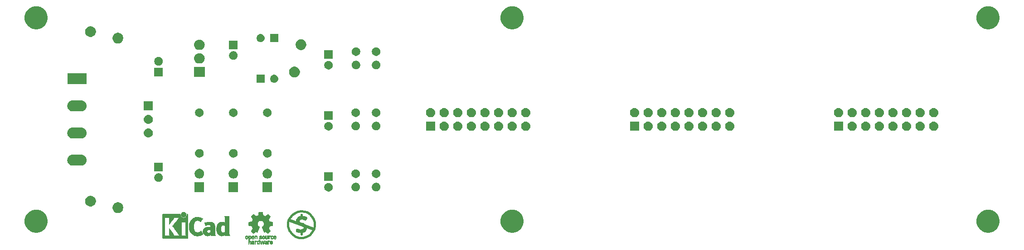
<source format=gbr>
G04 #@! TF.GenerationSoftware,KiCad,Pcbnew,(5.0.2)-1*
G04 #@! TF.CreationDate,2018-12-31T15:38:33+01:00*
G04 #@! TF.ProjectId,EuroRack_LowNoisePowerPCB,4575726f-5261-4636-9b5f-4c6f774e6f69,rev?*
G04 #@! TF.SameCoordinates,Original*
G04 #@! TF.FileFunction,Soldermask,Top*
G04 #@! TF.FilePolarity,Negative*
%FSLAX46Y46*%
G04 Gerber Fmt 4.6, Leading zero omitted, Abs format (unit mm)*
G04 Created by KiCad (PCBNEW (5.0.2)-1) date 31/12/2018 15:38:33*
%MOMM*%
%LPD*%
G01*
G04 APERTURE LIST*
%ADD10C,0.381000*%
%ADD11C,0.010000*%
%ADD12C,0.100000*%
G04 APERTURE END LIST*
D10*
G04 #@! TO.C,REF\002A\002A*
X85328760Y-141434820D02*
X85930740Y-142135860D01*
X88331040Y-139334240D02*
X88529160Y-139136120D01*
X88028780Y-139235180D02*
X88331040Y-139334240D01*
X88630760Y-138033760D02*
X88229440Y-137934700D01*
X89131140Y-138336020D02*
X88630760Y-138033760D01*
X89628980Y-138833860D02*
X89131140Y-138336020D01*
X87030560Y-139633960D02*
X87129620Y-139435840D01*
X86431120Y-142534640D02*
X87129620Y-142834360D01*
X85930740Y-142135860D02*
X86431120Y-142534640D01*
X87929720Y-140235940D02*
X87330280Y-140134340D01*
X87330280Y-140134340D02*
X87129620Y-139936220D01*
X87129620Y-139936220D02*
X87030560Y-139633960D01*
X87129620Y-142834360D02*
X87929720Y-142834360D01*
X87929720Y-142834360D02*
X88529160Y-142636240D01*
X88529160Y-142636240D02*
X89131140Y-142333980D01*
X89131140Y-142333980D02*
X89628980Y-141836140D01*
X89628980Y-141836140D02*
X90030300Y-141135100D01*
X90030300Y-141135100D02*
X90129360Y-140535660D01*
X90129360Y-140535660D02*
X90129360Y-139936220D01*
X90129360Y-139936220D02*
X89931240Y-139334240D01*
X89931240Y-139334240D02*
X89628980Y-138833860D01*
X87630000Y-137835640D02*
X87530940Y-137835640D01*
X87530940Y-137835640D02*
X86928960Y-137934700D01*
X86928960Y-137934700D02*
X86431120Y-138135360D01*
X86431120Y-138135360D02*
X85930740Y-138534140D01*
X85930740Y-138534140D02*
X85430360Y-139136120D01*
X85430360Y-139136120D02*
X85229700Y-139534900D01*
X85229700Y-139534900D02*
X85130640Y-140035280D01*
X85130640Y-140035280D02*
X85130640Y-140634720D01*
X85130640Y-140634720D02*
X85328760Y-141434820D01*
X88331040Y-140535660D02*
X87929720Y-140235940D01*
X88229440Y-137934700D02*
X87630000Y-137835640D01*
X87729060Y-139136120D02*
X88028780Y-139235180D01*
X87330280Y-139235180D02*
X87729060Y-139136120D01*
X87129620Y-139435840D02*
X87330280Y-139235180D01*
X87429340Y-141434820D02*
X86928960Y-141335760D01*
X88430100Y-140835380D02*
X88331040Y-140535660D01*
X87929720Y-141335760D02*
X87429340Y-141434820D01*
X88229440Y-141135100D02*
X87929720Y-141335760D01*
X88229440Y-140733780D02*
X88229440Y-141135100D01*
X87929720Y-140535660D02*
X88229440Y-140733780D01*
X87129620Y-140235940D02*
X87929720Y-140535660D01*
X86928960Y-140035280D02*
X87129620Y-140235940D01*
X86829900Y-139735560D02*
X86928960Y-140035280D01*
X86829900Y-139435840D02*
X86829900Y-139735560D01*
X86928960Y-139235180D02*
X86829900Y-139435840D01*
X87129620Y-139034520D02*
X86928960Y-139235180D01*
X87330280Y-138935460D02*
X87129620Y-139034520D01*
X88028780Y-138935460D02*
X87330280Y-138935460D01*
X88430100Y-139034520D02*
X88028780Y-138935460D01*
X88529160Y-139136120D02*
X88430100Y-139034520D01*
X85328760Y-139435840D02*
X90030300Y-141135100D01*
X85229700Y-139534900D02*
X89829640Y-141234160D01*
X87630000Y-138833860D02*
X87630000Y-138534140D01*
X87630000Y-142135860D02*
X87630000Y-142034260D01*
X87630000Y-141635480D02*
X87630000Y-142135860D01*
X88430100Y-141135100D02*
X88430100Y-140835380D01*
X88331040Y-141335760D02*
X88430100Y-141135100D01*
X88130380Y-141533880D02*
X88331040Y-141335760D01*
X87830660Y-141635480D02*
X88130380Y-141533880D01*
X87129620Y-141635480D02*
X87830660Y-141635480D01*
X86829900Y-141533880D02*
X87129620Y-141635480D01*
X86829900Y-141335760D02*
X86829900Y-141533880D01*
X86928960Y-141335760D02*
X86829900Y-141335760D01*
D11*
G36*
X79808812Y-143987822D02*
X79739654Y-143987822D01*
X79699512Y-143986645D01*
X79678606Y-143981772D01*
X79671078Y-143971186D01*
X79670495Y-143964029D01*
X79669226Y-143949676D01*
X79661221Y-143946923D01*
X79640185Y-143955771D01*
X79623827Y-143964029D01*
X79561023Y-143983597D01*
X79492752Y-143984729D01*
X79437248Y-143970135D01*
X79385562Y-143934877D01*
X79346162Y-143882835D01*
X79324587Y-143821450D01*
X79324038Y-143818018D01*
X79320833Y-143780571D01*
X79319239Y-143726813D01*
X79319367Y-143686155D01*
X79456721Y-143686155D01*
X79459903Y-143740194D01*
X79467141Y-143784735D01*
X79476940Y-143809888D01*
X79514011Y-143844260D01*
X79558026Y-143856582D01*
X79603416Y-143846618D01*
X79642203Y-143816895D01*
X79656892Y-143796905D01*
X79665481Y-143773050D01*
X79669504Y-143738230D01*
X79670495Y-143685930D01*
X79668722Y-143634139D01*
X79664037Y-143588634D01*
X79657397Y-143558181D01*
X79656290Y-143555452D01*
X79629509Y-143523000D01*
X79590421Y-143505183D01*
X79546685Y-143502306D01*
X79505962Y-143514674D01*
X79475913Y-143542593D01*
X79472796Y-143548148D01*
X79463039Y-143582022D01*
X79457723Y-143630728D01*
X79456721Y-143686155D01*
X79319367Y-143686155D01*
X79319432Y-143665540D01*
X79320336Y-143632563D01*
X79326486Y-143550981D01*
X79339267Y-143489730D01*
X79360529Y-143444449D01*
X79392122Y-143410779D01*
X79422793Y-143391014D01*
X79465646Y-143377120D01*
X79518944Y-143372354D01*
X79573520Y-143376236D01*
X79620208Y-143388282D01*
X79644876Y-143402693D01*
X79670495Y-143425878D01*
X79670495Y-143132773D01*
X79808812Y-143132773D01*
X79808812Y-143987822D01*
X79808812Y-143987822D01*
G37*
X79808812Y-143987822D02*
X79739654Y-143987822D01*
X79699512Y-143986645D01*
X79678606Y-143981772D01*
X79671078Y-143971186D01*
X79670495Y-143964029D01*
X79669226Y-143949676D01*
X79661221Y-143946923D01*
X79640185Y-143955771D01*
X79623827Y-143964029D01*
X79561023Y-143983597D01*
X79492752Y-143984729D01*
X79437248Y-143970135D01*
X79385562Y-143934877D01*
X79346162Y-143882835D01*
X79324587Y-143821450D01*
X79324038Y-143818018D01*
X79320833Y-143780571D01*
X79319239Y-143726813D01*
X79319367Y-143686155D01*
X79456721Y-143686155D01*
X79459903Y-143740194D01*
X79467141Y-143784735D01*
X79476940Y-143809888D01*
X79514011Y-143844260D01*
X79558026Y-143856582D01*
X79603416Y-143846618D01*
X79642203Y-143816895D01*
X79656892Y-143796905D01*
X79665481Y-143773050D01*
X79669504Y-143738230D01*
X79670495Y-143685930D01*
X79668722Y-143634139D01*
X79664037Y-143588634D01*
X79657397Y-143558181D01*
X79656290Y-143555452D01*
X79629509Y-143523000D01*
X79590421Y-143505183D01*
X79546685Y-143502306D01*
X79505962Y-143514674D01*
X79475913Y-143542593D01*
X79472796Y-143548148D01*
X79463039Y-143582022D01*
X79457723Y-143630728D01*
X79456721Y-143686155D01*
X79319367Y-143686155D01*
X79319432Y-143665540D01*
X79320336Y-143632563D01*
X79326486Y-143550981D01*
X79339267Y-143489730D01*
X79360529Y-143444449D01*
X79392122Y-143410779D01*
X79422793Y-143391014D01*
X79465646Y-143377120D01*
X79518944Y-143372354D01*
X79573520Y-143376236D01*
X79620208Y-143388282D01*
X79644876Y-143402693D01*
X79670495Y-143425878D01*
X79670495Y-143132773D01*
X79808812Y-143132773D01*
X79808812Y-143987822D01*
G36*
X81809460Y-142428030D02*
X81852711Y-142441245D01*
X81880558Y-142457941D01*
X81889629Y-142471145D01*
X81887132Y-142486797D01*
X81870931Y-142511385D01*
X81857232Y-142528800D01*
X81828992Y-142560283D01*
X81807775Y-142573529D01*
X81789688Y-142572664D01*
X81736035Y-142559010D01*
X81696630Y-142559630D01*
X81664632Y-142575104D01*
X81653890Y-142584161D01*
X81619505Y-142616027D01*
X81619505Y-143032179D01*
X81481188Y-143032179D01*
X81481188Y-142428614D01*
X81550347Y-142428614D01*
X81591869Y-142430256D01*
X81613291Y-142436087D01*
X81619502Y-142447461D01*
X81619505Y-142447798D01*
X81622439Y-142459713D01*
X81635704Y-142458159D01*
X81654084Y-142449563D01*
X81692046Y-142433568D01*
X81722872Y-142423945D01*
X81762536Y-142421478D01*
X81809460Y-142428030D01*
X81809460Y-142428030D01*
G37*
X81809460Y-142428030D02*
X81852711Y-142441245D01*
X81880558Y-142457941D01*
X81889629Y-142471145D01*
X81887132Y-142486797D01*
X81870931Y-142511385D01*
X81857232Y-142528800D01*
X81828992Y-142560283D01*
X81807775Y-142573529D01*
X81789688Y-142572664D01*
X81736035Y-142559010D01*
X81696630Y-142559630D01*
X81664632Y-142575104D01*
X81653890Y-142584161D01*
X81619505Y-142616027D01*
X81619505Y-143032179D01*
X81481188Y-143032179D01*
X81481188Y-142428614D01*
X81550347Y-142428614D01*
X81591869Y-142430256D01*
X81613291Y-142436087D01*
X81619502Y-142447461D01*
X81619505Y-142447798D01*
X81622439Y-142459713D01*
X81635704Y-142458159D01*
X81654084Y-142449563D01*
X81692046Y-142433568D01*
X81722872Y-142423945D01*
X81762536Y-142421478D01*
X81809460Y-142428030D01*
G36*
X79255988Y-142439002D02*
X79287283Y-142453950D01*
X79317591Y-142475541D01*
X79340682Y-142500391D01*
X79357500Y-142532087D01*
X79368994Y-142574214D01*
X79376109Y-142630358D01*
X79379793Y-142704106D01*
X79380992Y-142799044D01*
X79381011Y-142808985D01*
X79381287Y-143032179D01*
X79242970Y-143032179D01*
X79242970Y-142826418D01*
X79242872Y-142750189D01*
X79242191Y-142694939D01*
X79240349Y-142656501D01*
X79236767Y-142630706D01*
X79230868Y-142613384D01*
X79222073Y-142600368D01*
X79209820Y-142587507D01*
X79166953Y-142559873D01*
X79120157Y-142554745D01*
X79075576Y-142572217D01*
X79060072Y-142585221D01*
X79048690Y-142597447D01*
X79040519Y-142610540D01*
X79035026Y-142628615D01*
X79031680Y-142655787D01*
X79029949Y-142696170D01*
X79029303Y-142753879D01*
X79029208Y-142824132D01*
X79029208Y-143032179D01*
X78890891Y-143032179D01*
X78890891Y-142428614D01*
X78960050Y-142428614D01*
X79001572Y-142430256D01*
X79022994Y-142436087D01*
X79029205Y-142447461D01*
X79029208Y-142447798D01*
X79032090Y-142458938D01*
X79044801Y-142457674D01*
X79070074Y-142445434D01*
X79127395Y-142427424D01*
X79192963Y-142425421D01*
X79255988Y-142439002D01*
X79255988Y-142439002D01*
G37*
X79255988Y-142439002D02*
X79287283Y-142453950D01*
X79317591Y-142475541D01*
X79340682Y-142500391D01*
X79357500Y-142532087D01*
X79368994Y-142574214D01*
X79376109Y-142630358D01*
X79379793Y-142704106D01*
X79380992Y-142799044D01*
X79381011Y-142808985D01*
X79381287Y-143032179D01*
X79242970Y-143032179D01*
X79242970Y-142826418D01*
X79242872Y-142750189D01*
X79242191Y-142694939D01*
X79240349Y-142656501D01*
X79236767Y-142630706D01*
X79230868Y-142613384D01*
X79222073Y-142600368D01*
X79209820Y-142587507D01*
X79166953Y-142559873D01*
X79120157Y-142554745D01*
X79075576Y-142572217D01*
X79060072Y-142585221D01*
X79048690Y-142597447D01*
X79040519Y-142610540D01*
X79035026Y-142628615D01*
X79031680Y-142655787D01*
X79029949Y-142696170D01*
X79029303Y-142753879D01*
X79029208Y-142824132D01*
X79029208Y-143032179D01*
X78890891Y-143032179D01*
X78890891Y-142428614D01*
X78960050Y-142428614D01*
X79001572Y-142430256D01*
X79022994Y-142436087D01*
X79029205Y-142447461D01*
X79029208Y-142447798D01*
X79032090Y-142458938D01*
X79044801Y-142457674D01*
X79070074Y-142445434D01*
X79127395Y-142427424D01*
X79192963Y-142425421D01*
X79255988Y-142439002D01*
G36*
X81048411Y-143375417D02*
X81101411Y-143388290D01*
X81116731Y-143395110D01*
X81146428Y-143412974D01*
X81169220Y-143433093D01*
X81186083Y-143458962D01*
X81197998Y-143494073D01*
X81205942Y-143541920D01*
X81210894Y-143605996D01*
X81213831Y-143689794D01*
X81214947Y-143745768D01*
X81219052Y-143987822D01*
X81148932Y-143987822D01*
X81106393Y-143986038D01*
X81084476Y-143979942D01*
X81078812Y-143969706D01*
X81075821Y-143958637D01*
X81062451Y-143960754D01*
X81044233Y-143969629D01*
X80998624Y-143983233D01*
X80940007Y-143986899D01*
X80878354Y-143980903D01*
X80823638Y-143965521D01*
X80818730Y-143963386D01*
X80768723Y-143928255D01*
X80735756Y-143879419D01*
X80720587Y-143822333D01*
X80721746Y-143801824D01*
X80845508Y-143801824D01*
X80856413Y-143829425D01*
X80888745Y-143849204D01*
X80940910Y-143859819D01*
X80968787Y-143861228D01*
X81015247Y-143857620D01*
X81046129Y-143843597D01*
X81053664Y-143836931D01*
X81074076Y-143800666D01*
X81078812Y-143767773D01*
X81078812Y-143723763D01*
X81017513Y-143723763D01*
X80946256Y-143727395D01*
X80896276Y-143738818D01*
X80864696Y-143758824D01*
X80857626Y-143767743D01*
X80845508Y-143801824D01*
X80721746Y-143801824D01*
X80723971Y-143762456D01*
X80746663Y-143705244D01*
X80777624Y-143666580D01*
X80796376Y-143649864D01*
X80814733Y-143638878D01*
X80838619Y-143632180D01*
X80873957Y-143628326D01*
X80926669Y-143625873D01*
X80947577Y-143625168D01*
X81078812Y-143620879D01*
X81078620Y-143581158D01*
X81073537Y-143539405D01*
X81055162Y-143514158D01*
X81018039Y-143498030D01*
X81017043Y-143497742D01*
X80964410Y-143491400D01*
X80912906Y-143499684D01*
X80874630Y-143519827D01*
X80859272Y-143529773D01*
X80842730Y-143528397D01*
X80817275Y-143513987D01*
X80802328Y-143503817D01*
X80773091Y-143482088D01*
X80754980Y-143465800D01*
X80752074Y-143461137D01*
X80764040Y-143437005D01*
X80799396Y-143408185D01*
X80814753Y-143398461D01*
X80858901Y-143381714D01*
X80918398Y-143372227D01*
X80984487Y-143370095D01*
X81048411Y-143375417D01*
X81048411Y-143375417D01*
G37*
X81048411Y-143375417D02*
X81101411Y-143388290D01*
X81116731Y-143395110D01*
X81146428Y-143412974D01*
X81169220Y-143433093D01*
X81186083Y-143458962D01*
X81197998Y-143494073D01*
X81205942Y-143541920D01*
X81210894Y-143605996D01*
X81213831Y-143689794D01*
X81214947Y-143745768D01*
X81219052Y-143987822D01*
X81148932Y-143987822D01*
X81106393Y-143986038D01*
X81084476Y-143979942D01*
X81078812Y-143969706D01*
X81075821Y-143958637D01*
X81062451Y-143960754D01*
X81044233Y-143969629D01*
X80998624Y-143983233D01*
X80940007Y-143986899D01*
X80878354Y-143980903D01*
X80823638Y-143965521D01*
X80818730Y-143963386D01*
X80768723Y-143928255D01*
X80735756Y-143879419D01*
X80720587Y-143822333D01*
X80721746Y-143801824D01*
X80845508Y-143801824D01*
X80856413Y-143829425D01*
X80888745Y-143849204D01*
X80940910Y-143859819D01*
X80968787Y-143861228D01*
X81015247Y-143857620D01*
X81046129Y-143843597D01*
X81053664Y-143836931D01*
X81074076Y-143800666D01*
X81078812Y-143767773D01*
X81078812Y-143723763D01*
X81017513Y-143723763D01*
X80946256Y-143727395D01*
X80896276Y-143738818D01*
X80864696Y-143758824D01*
X80857626Y-143767743D01*
X80845508Y-143801824D01*
X80721746Y-143801824D01*
X80723971Y-143762456D01*
X80746663Y-143705244D01*
X80777624Y-143666580D01*
X80796376Y-143649864D01*
X80814733Y-143638878D01*
X80838619Y-143632180D01*
X80873957Y-143628326D01*
X80926669Y-143625873D01*
X80947577Y-143625168D01*
X81078812Y-143620879D01*
X81078620Y-143581158D01*
X81073537Y-143539405D01*
X81055162Y-143514158D01*
X81018039Y-143498030D01*
X81017043Y-143497742D01*
X80964410Y-143491400D01*
X80912906Y-143499684D01*
X80874630Y-143519827D01*
X80859272Y-143529773D01*
X80842730Y-143528397D01*
X80817275Y-143513987D01*
X80802328Y-143503817D01*
X80773091Y-143482088D01*
X80754980Y-143465800D01*
X80752074Y-143461137D01*
X80764040Y-143437005D01*
X80799396Y-143408185D01*
X80814753Y-143398461D01*
X80858901Y-143381714D01*
X80918398Y-143372227D01*
X80984487Y-143370095D01*
X81048411Y-143375417D01*
G36*
X80291524Y-143374237D02*
X80341255Y-143377971D01*
X80471291Y-143767773D01*
X80491678Y-143698614D01*
X80503946Y-143655874D01*
X80520085Y-143598115D01*
X80537512Y-143534625D01*
X80546726Y-143500570D01*
X80581388Y-143371683D01*
X80724391Y-143371683D01*
X80681646Y-143506857D01*
X80660596Y-143573342D01*
X80635167Y-143653539D01*
X80608610Y-143737193D01*
X80584902Y-143811782D01*
X80530902Y-143981535D01*
X80472598Y-143985328D01*
X80414295Y-143989122D01*
X80382679Y-143884734D01*
X80363182Y-143819889D01*
X80341904Y-143748400D01*
X80323308Y-143685263D01*
X80322574Y-143682750D01*
X80308684Y-143639969D01*
X80296429Y-143610779D01*
X80287846Y-143599741D01*
X80286082Y-143601018D01*
X80279891Y-143618130D01*
X80268128Y-143654787D01*
X80252225Y-143706378D01*
X80233614Y-143768294D01*
X80223543Y-143802352D01*
X80169007Y-143987822D01*
X80053264Y-143987822D01*
X79960737Y-143695471D01*
X79934744Y-143613462D01*
X79911066Y-143538987D01*
X79890820Y-143475544D01*
X79875126Y-143426632D01*
X79865102Y-143395749D01*
X79862055Y-143386726D01*
X79864467Y-143377487D01*
X79883408Y-143373441D01*
X79922823Y-143373846D01*
X79928993Y-143374152D01*
X80002086Y-143377971D01*
X80049957Y-143554010D01*
X80067553Y-143618211D01*
X80083277Y-143674649D01*
X80095746Y-143718422D01*
X80103574Y-143744630D01*
X80105020Y-143748903D01*
X80111014Y-143743990D01*
X80123101Y-143718532D01*
X80139893Y-143675997D01*
X80160003Y-143619850D01*
X80177003Y-143569130D01*
X80241794Y-143370504D01*
X80291524Y-143374237D01*
X80291524Y-143374237D01*
G37*
X80291524Y-143374237D02*
X80341255Y-143377971D01*
X80471291Y-143767773D01*
X80491678Y-143698614D01*
X80503946Y-143655874D01*
X80520085Y-143598115D01*
X80537512Y-143534625D01*
X80546726Y-143500570D01*
X80581388Y-143371683D01*
X80724391Y-143371683D01*
X80681646Y-143506857D01*
X80660596Y-143573342D01*
X80635167Y-143653539D01*
X80608610Y-143737193D01*
X80584902Y-143811782D01*
X80530902Y-143981535D01*
X80472598Y-143985328D01*
X80414295Y-143989122D01*
X80382679Y-143884734D01*
X80363182Y-143819889D01*
X80341904Y-143748400D01*
X80323308Y-143685263D01*
X80322574Y-143682750D01*
X80308684Y-143639969D01*
X80296429Y-143610779D01*
X80287846Y-143599741D01*
X80286082Y-143601018D01*
X80279891Y-143618130D01*
X80268128Y-143654787D01*
X80252225Y-143706378D01*
X80233614Y-143768294D01*
X80223543Y-143802352D01*
X80169007Y-143987822D01*
X80053264Y-143987822D01*
X79960737Y-143695471D01*
X79934744Y-143613462D01*
X79911066Y-143538987D01*
X79890820Y-143475544D01*
X79875126Y-143426632D01*
X79865102Y-143395749D01*
X79862055Y-143386726D01*
X79864467Y-143377487D01*
X79883408Y-143373441D01*
X79922823Y-143373846D01*
X79928993Y-143374152D01*
X80002086Y-143377971D01*
X80049957Y-143554010D01*
X80067553Y-143618211D01*
X80083277Y-143674649D01*
X80095746Y-143718422D01*
X80103574Y-143744630D01*
X80105020Y-143748903D01*
X80111014Y-143743990D01*
X80123101Y-143718532D01*
X80139893Y-143675997D01*
X80160003Y-143619850D01*
X80177003Y-143569130D01*
X80241794Y-143370504D01*
X80291524Y-143374237D01*
G36*
X81645255Y-143371486D02*
X81693595Y-143381015D01*
X81721114Y-143395125D01*
X81750064Y-143418568D01*
X81708876Y-143470571D01*
X81683482Y-143502064D01*
X81666238Y-143517428D01*
X81649102Y-143519776D01*
X81624027Y-143512217D01*
X81612257Y-143507941D01*
X81564270Y-143501631D01*
X81520324Y-143515156D01*
X81488060Y-143545710D01*
X81482819Y-143555452D01*
X81477112Y-143581258D01*
X81472706Y-143628817D01*
X81469811Y-143694758D01*
X81468631Y-143775710D01*
X81468614Y-143787226D01*
X81468614Y-143987822D01*
X81330297Y-143987822D01*
X81330297Y-143371683D01*
X81399456Y-143371683D01*
X81439333Y-143372725D01*
X81460107Y-143377358D01*
X81467789Y-143387849D01*
X81468614Y-143397745D01*
X81468614Y-143423806D01*
X81501745Y-143397745D01*
X81539735Y-143379965D01*
X81590770Y-143371174D01*
X81645255Y-143371486D01*
X81645255Y-143371486D01*
G37*
X81645255Y-143371486D02*
X81693595Y-143381015D01*
X81721114Y-143395125D01*
X81750064Y-143418568D01*
X81708876Y-143470571D01*
X81683482Y-143502064D01*
X81666238Y-143517428D01*
X81649102Y-143519776D01*
X81624027Y-143512217D01*
X81612257Y-143507941D01*
X81564270Y-143501631D01*
X81520324Y-143515156D01*
X81488060Y-143545710D01*
X81482819Y-143555452D01*
X81477112Y-143581258D01*
X81472706Y-143628817D01*
X81469811Y-143694758D01*
X81468631Y-143775710D01*
X81468614Y-143787226D01*
X81468614Y-143987822D01*
X81330297Y-143987822D01*
X81330297Y-143371683D01*
X81399456Y-143371683D01*
X81439333Y-143372725D01*
X81460107Y-143377358D01*
X81467789Y-143387849D01*
X81468614Y-143397745D01*
X81468614Y-143423806D01*
X81501745Y-143397745D01*
X81539735Y-143379965D01*
X81590770Y-143371174D01*
X81645255Y-143371486D01*
G36*
X82042581Y-143374970D02*
X82102685Y-143390597D01*
X82153021Y-143422848D01*
X82177393Y-143446940D01*
X82217345Y-143503895D01*
X82240242Y-143569965D01*
X82248108Y-143651182D01*
X82248148Y-143657748D01*
X82248218Y-143723763D01*
X81868264Y-143723763D01*
X81876363Y-143758342D01*
X81890987Y-143789659D01*
X81916581Y-143822291D01*
X81921935Y-143827500D01*
X81967943Y-143855694D01*
X82020410Y-143860475D01*
X82080803Y-143841926D01*
X82091040Y-143836931D01*
X82122439Y-143821745D01*
X82143470Y-143813094D01*
X82147139Y-143812293D01*
X82159948Y-143820063D01*
X82184378Y-143839072D01*
X82196779Y-143849460D01*
X82222476Y-143873321D01*
X82230915Y-143889077D01*
X82225058Y-143903571D01*
X82221928Y-143907534D01*
X82200725Y-143924879D01*
X82165738Y-143945959D01*
X82141337Y-143958265D01*
X82072072Y-143979946D01*
X81995388Y-143986971D01*
X81922765Y-143978647D01*
X81902426Y-143972686D01*
X81839476Y-143938952D01*
X81792815Y-143887045D01*
X81762173Y-143816459D01*
X81747282Y-143726692D01*
X81745647Y-143679753D01*
X81750421Y-143611413D01*
X81870990Y-143611413D01*
X81882652Y-143616465D01*
X81913998Y-143620429D01*
X81959571Y-143622768D01*
X81990446Y-143623169D01*
X82045981Y-143622783D01*
X82081033Y-143620975D01*
X82100262Y-143616773D01*
X82108330Y-143609203D01*
X82109901Y-143598218D01*
X82099121Y-143564381D01*
X82071980Y-143530940D01*
X82036277Y-143505272D01*
X82000560Y-143494772D01*
X81952048Y-143504086D01*
X81910053Y-143531013D01*
X81880936Y-143569827D01*
X81870990Y-143611413D01*
X81750421Y-143611413D01*
X81752599Y-143580236D01*
X81774055Y-143500949D01*
X81810470Y-143441263D01*
X81862297Y-143400549D01*
X81929990Y-143378179D01*
X81966662Y-143373871D01*
X82042581Y-143374970D01*
X82042581Y-143374970D01*
G37*
X82042581Y-143374970D02*
X82102685Y-143390597D01*
X82153021Y-143422848D01*
X82177393Y-143446940D01*
X82217345Y-143503895D01*
X82240242Y-143569965D01*
X82248108Y-143651182D01*
X82248148Y-143657748D01*
X82248218Y-143723763D01*
X81868264Y-143723763D01*
X81876363Y-143758342D01*
X81890987Y-143789659D01*
X81916581Y-143822291D01*
X81921935Y-143827500D01*
X81967943Y-143855694D01*
X82020410Y-143860475D01*
X82080803Y-143841926D01*
X82091040Y-143836931D01*
X82122439Y-143821745D01*
X82143470Y-143813094D01*
X82147139Y-143812293D01*
X82159948Y-143820063D01*
X82184378Y-143839072D01*
X82196779Y-143849460D01*
X82222476Y-143873321D01*
X82230915Y-143889077D01*
X82225058Y-143903571D01*
X82221928Y-143907534D01*
X82200725Y-143924879D01*
X82165738Y-143945959D01*
X82141337Y-143958265D01*
X82072072Y-143979946D01*
X81995388Y-143986971D01*
X81922765Y-143978647D01*
X81902426Y-143972686D01*
X81839476Y-143938952D01*
X81792815Y-143887045D01*
X81762173Y-143816459D01*
X81747282Y-143726692D01*
X81745647Y-143679753D01*
X81750421Y-143611413D01*
X81870990Y-143611413D01*
X81882652Y-143616465D01*
X81913998Y-143620429D01*
X81959571Y-143622768D01*
X81990446Y-143623169D01*
X82045981Y-143622783D01*
X82081033Y-143620975D01*
X82100262Y-143616773D01*
X82108330Y-143609203D01*
X82109901Y-143598218D01*
X82099121Y-143564381D01*
X82071980Y-143530940D01*
X82036277Y-143505272D01*
X82000560Y-143494772D01*
X81952048Y-143504086D01*
X81910053Y-143531013D01*
X81880936Y-143569827D01*
X81870990Y-143611413D01*
X81750421Y-143611413D01*
X81752599Y-143580236D01*
X81774055Y-143500949D01*
X81810470Y-143441263D01*
X81862297Y-143400549D01*
X81929990Y-143378179D01*
X81966662Y-143373871D01*
X82042581Y-143374970D01*
G36*
X77471739Y-142435148D02*
X77537521Y-142464231D01*
X77587460Y-142512793D01*
X77621626Y-142580908D01*
X77640093Y-142668651D01*
X77641417Y-142682351D01*
X77642454Y-142778939D01*
X77629007Y-142863602D01*
X77601892Y-142932221D01*
X77587373Y-142954294D01*
X77536799Y-143001011D01*
X77472391Y-143031268D01*
X77400334Y-143043824D01*
X77326815Y-143037439D01*
X77270928Y-143017772D01*
X77222868Y-142984629D01*
X77183588Y-142941175D01*
X77182908Y-142940158D01*
X77166956Y-142913338D01*
X77156590Y-142886368D01*
X77150312Y-142852332D01*
X77146627Y-142804310D01*
X77145003Y-142764931D01*
X77144328Y-142729219D01*
X77270045Y-142729219D01*
X77271274Y-142764770D01*
X77275734Y-142812094D01*
X77283603Y-142842465D01*
X77297793Y-142864072D01*
X77311083Y-142876694D01*
X77358198Y-142903122D01*
X77407495Y-142906653D01*
X77453407Y-142887639D01*
X77476362Y-142866331D01*
X77492904Y-142844859D01*
X77502579Y-142824313D01*
X77506826Y-142797574D01*
X77507080Y-142757523D01*
X77505772Y-142720638D01*
X77502957Y-142667947D01*
X77498495Y-142633772D01*
X77490452Y-142611480D01*
X77476897Y-142594442D01*
X77466155Y-142584703D01*
X77421223Y-142559123D01*
X77372751Y-142557847D01*
X77332106Y-142572999D01*
X77297433Y-142604642D01*
X77276776Y-142656620D01*
X77270045Y-142729219D01*
X77144328Y-142729219D01*
X77143521Y-142686621D01*
X77146052Y-142628056D01*
X77153638Y-142584007D01*
X77167319Y-142549248D01*
X77188135Y-142518551D01*
X77195853Y-142509436D01*
X77244111Y-142464021D01*
X77295872Y-142437493D01*
X77359172Y-142426379D01*
X77390039Y-142425471D01*
X77471739Y-142435148D01*
X77471739Y-142435148D01*
G37*
X77471739Y-142435148D02*
X77537521Y-142464231D01*
X77587460Y-142512793D01*
X77621626Y-142580908D01*
X77640093Y-142668651D01*
X77641417Y-142682351D01*
X77642454Y-142778939D01*
X77629007Y-142863602D01*
X77601892Y-142932221D01*
X77587373Y-142954294D01*
X77536799Y-143001011D01*
X77472391Y-143031268D01*
X77400334Y-143043824D01*
X77326815Y-143037439D01*
X77270928Y-143017772D01*
X77222868Y-142984629D01*
X77183588Y-142941175D01*
X77182908Y-142940158D01*
X77166956Y-142913338D01*
X77156590Y-142886368D01*
X77150312Y-142852332D01*
X77146627Y-142804310D01*
X77145003Y-142764931D01*
X77144328Y-142729219D01*
X77270045Y-142729219D01*
X77271274Y-142764770D01*
X77275734Y-142812094D01*
X77283603Y-142842465D01*
X77297793Y-142864072D01*
X77311083Y-142876694D01*
X77358198Y-142903122D01*
X77407495Y-142906653D01*
X77453407Y-142887639D01*
X77476362Y-142866331D01*
X77492904Y-142844859D01*
X77502579Y-142824313D01*
X77506826Y-142797574D01*
X77507080Y-142757523D01*
X77505772Y-142720638D01*
X77502957Y-142667947D01*
X77498495Y-142633772D01*
X77490452Y-142611480D01*
X77476897Y-142594442D01*
X77466155Y-142584703D01*
X77421223Y-142559123D01*
X77372751Y-142557847D01*
X77332106Y-142572999D01*
X77297433Y-142604642D01*
X77276776Y-142656620D01*
X77270045Y-142729219D01*
X77144328Y-142729219D01*
X77143521Y-142686621D01*
X77146052Y-142628056D01*
X77153638Y-142584007D01*
X77167319Y-142549248D01*
X77188135Y-142518551D01*
X77195853Y-142509436D01*
X77244111Y-142464021D01*
X77295872Y-142437493D01*
X77359172Y-142426379D01*
X77390039Y-142425471D01*
X77471739Y-142435148D01*
G36*
X78653301Y-142442614D02*
X78665832Y-142448514D01*
X78709201Y-142480283D01*
X78750210Y-142526646D01*
X78780832Y-142577696D01*
X78789541Y-142601166D01*
X78797488Y-142643091D01*
X78802226Y-142693757D01*
X78802801Y-142714679D01*
X78802871Y-142780693D01*
X78422917Y-142780693D01*
X78431017Y-142815273D01*
X78450896Y-142856170D01*
X78485653Y-142891514D01*
X78527002Y-142914282D01*
X78553351Y-142919010D01*
X78589084Y-142913273D01*
X78631718Y-142898882D01*
X78646201Y-142892262D01*
X78699760Y-142865513D01*
X78745467Y-142900376D01*
X78771842Y-142923955D01*
X78785876Y-142943417D01*
X78786586Y-142949129D01*
X78774049Y-142962973D01*
X78746572Y-142984012D01*
X78721634Y-143000425D01*
X78654336Y-143029930D01*
X78578890Y-143043284D01*
X78504112Y-143039812D01*
X78444505Y-143021663D01*
X78383059Y-142982784D01*
X78339392Y-142931595D01*
X78312074Y-142865367D01*
X78299678Y-142781371D01*
X78298579Y-142742936D01*
X78302978Y-142654861D01*
X78303518Y-142652299D01*
X78429418Y-142652299D01*
X78432885Y-142660558D01*
X78447137Y-142665113D01*
X78476530Y-142667065D01*
X78525425Y-142667517D01*
X78544252Y-142667525D01*
X78601533Y-142666843D01*
X78637859Y-142664364D01*
X78657396Y-142659443D01*
X78664310Y-142651434D01*
X78664555Y-142648862D01*
X78656664Y-142628423D01*
X78636915Y-142599789D01*
X78628425Y-142589763D01*
X78596906Y-142561408D01*
X78564051Y-142550259D01*
X78546349Y-142549327D01*
X78498461Y-142560981D01*
X78458301Y-142592285D01*
X78432827Y-142637752D01*
X78432375Y-142639233D01*
X78429418Y-142652299D01*
X78303518Y-142652299D01*
X78317608Y-142585510D01*
X78343962Y-142530025D01*
X78376193Y-142490639D01*
X78435783Y-142447931D01*
X78505832Y-142425109D01*
X78580339Y-142423046D01*
X78653301Y-142442614D01*
X78653301Y-142442614D01*
G37*
X78653301Y-142442614D02*
X78665832Y-142448514D01*
X78709201Y-142480283D01*
X78750210Y-142526646D01*
X78780832Y-142577696D01*
X78789541Y-142601166D01*
X78797488Y-142643091D01*
X78802226Y-142693757D01*
X78802801Y-142714679D01*
X78802871Y-142780693D01*
X78422917Y-142780693D01*
X78431017Y-142815273D01*
X78450896Y-142856170D01*
X78485653Y-142891514D01*
X78527002Y-142914282D01*
X78553351Y-142919010D01*
X78589084Y-142913273D01*
X78631718Y-142898882D01*
X78646201Y-142892262D01*
X78699760Y-142865513D01*
X78745467Y-142900376D01*
X78771842Y-142923955D01*
X78785876Y-142943417D01*
X78786586Y-142949129D01*
X78774049Y-142962973D01*
X78746572Y-142984012D01*
X78721634Y-143000425D01*
X78654336Y-143029930D01*
X78578890Y-143043284D01*
X78504112Y-143039812D01*
X78444505Y-143021663D01*
X78383059Y-142982784D01*
X78339392Y-142931595D01*
X78312074Y-142865367D01*
X78299678Y-142781371D01*
X78298579Y-142742936D01*
X78302978Y-142654861D01*
X78303518Y-142652299D01*
X78429418Y-142652299D01*
X78432885Y-142660558D01*
X78447137Y-142665113D01*
X78476530Y-142667065D01*
X78525425Y-142667517D01*
X78544252Y-142667525D01*
X78601533Y-142666843D01*
X78637859Y-142664364D01*
X78657396Y-142659443D01*
X78664310Y-142651434D01*
X78664555Y-142648862D01*
X78656664Y-142628423D01*
X78636915Y-142599789D01*
X78628425Y-142589763D01*
X78596906Y-142561408D01*
X78564051Y-142550259D01*
X78546349Y-142549327D01*
X78498461Y-142560981D01*
X78458301Y-142592285D01*
X78432827Y-142637752D01*
X78432375Y-142639233D01*
X78429418Y-142652299D01*
X78303518Y-142652299D01*
X78317608Y-142585510D01*
X78343962Y-142530025D01*
X78376193Y-142490639D01*
X78435783Y-142447931D01*
X78505832Y-142425109D01*
X78580339Y-142423046D01*
X78653301Y-142442614D01*
G36*
X80024017Y-142426452D02*
X80071634Y-142435482D01*
X80121034Y-142454370D01*
X80126312Y-142456777D01*
X80163774Y-142476476D01*
X80189717Y-142494781D01*
X80198103Y-142506508D01*
X80190117Y-142525632D01*
X80170720Y-142553850D01*
X80162110Y-142564384D01*
X80126628Y-142605847D01*
X80080885Y-142578858D01*
X80037350Y-142560878D01*
X79987050Y-142551267D01*
X79938812Y-142550660D01*
X79901467Y-142559691D01*
X79892505Y-142565327D01*
X79875437Y-142591171D01*
X79873363Y-142620941D01*
X79886134Y-142644197D01*
X79893688Y-142648708D01*
X79916325Y-142654309D01*
X79956115Y-142660892D01*
X80005166Y-142667183D01*
X80014215Y-142668170D01*
X80092996Y-142681798D01*
X80150136Y-142704946D01*
X80188030Y-142739752D01*
X80209079Y-142788354D01*
X80215635Y-142847718D01*
X80206577Y-142915198D01*
X80177164Y-142968188D01*
X80127278Y-143006783D01*
X80056800Y-143031081D01*
X79978565Y-143040667D01*
X79914766Y-143040552D01*
X79863016Y-143031845D01*
X79827673Y-143019825D01*
X79783017Y-142998880D01*
X79741747Y-142974574D01*
X79727079Y-142963876D01*
X79689357Y-142933084D01*
X79734852Y-142887049D01*
X79780347Y-142841013D01*
X79832072Y-142875243D01*
X79883952Y-142900952D01*
X79939351Y-142914399D01*
X79992605Y-142915818D01*
X80038049Y-142905443D01*
X80070016Y-142883507D01*
X80080338Y-142864998D01*
X80078789Y-142835314D01*
X80053140Y-142812615D01*
X80003460Y-142796940D01*
X79949031Y-142789695D01*
X79865264Y-142775873D01*
X79803033Y-142749796D01*
X79761507Y-142710699D01*
X79739853Y-142657820D01*
X79736853Y-142595126D01*
X79751671Y-142529642D01*
X79785454Y-142480144D01*
X79838505Y-142446408D01*
X79911126Y-142428207D01*
X79964928Y-142424639D01*
X80024017Y-142426452D01*
X80024017Y-142426452D01*
G37*
X80024017Y-142426452D02*
X80071634Y-142435482D01*
X80121034Y-142454370D01*
X80126312Y-142456777D01*
X80163774Y-142476476D01*
X80189717Y-142494781D01*
X80198103Y-142506508D01*
X80190117Y-142525632D01*
X80170720Y-142553850D01*
X80162110Y-142564384D01*
X80126628Y-142605847D01*
X80080885Y-142578858D01*
X80037350Y-142560878D01*
X79987050Y-142551267D01*
X79938812Y-142550660D01*
X79901467Y-142559691D01*
X79892505Y-142565327D01*
X79875437Y-142591171D01*
X79873363Y-142620941D01*
X79886134Y-142644197D01*
X79893688Y-142648708D01*
X79916325Y-142654309D01*
X79956115Y-142660892D01*
X80005166Y-142667183D01*
X80014215Y-142668170D01*
X80092996Y-142681798D01*
X80150136Y-142704946D01*
X80188030Y-142739752D01*
X80209079Y-142788354D01*
X80215635Y-142847718D01*
X80206577Y-142915198D01*
X80177164Y-142968188D01*
X80127278Y-143006783D01*
X80056800Y-143031081D01*
X79978565Y-143040667D01*
X79914766Y-143040552D01*
X79863016Y-143031845D01*
X79827673Y-143019825D01*
X79783017Y-142998880D01*
X79741747Y-142974574D01*
X79727079Y-142963876D01*
X79689357Y-142933084D01*
X79734852Y-142887049D01*
X79780347Y-142841013D01*
X79832072Y-142875243D01*
X79883952Y-142900952D01*
X79939351Y-142914399D01*
X79992605Y-142915818D01*
X80038049Y-142905443D01*
X80070016Y-142883507D01*
X80080338Y-142864998D01*
X80078789Y-142835314D01*
X80053140Y-142812615D01*
X80003460Y-142796940D01*
X79949031Y-142789695D01*
X79865264Y-142775873D01*
X79803033Y-142749796D01*
X79761507Y-142710699D01*
X79739853Y-142657820D01*
X79736853Y-142595126D01*
X79751671Y-142529642D01*
X79785454Y-142480144D01*
X79838505Y-142446408D01*
X79911126Y-142428207D01*
X79964928Y-142424639D01*
X80024017Y-142426452D01*
G36*
X80620762Y-142436055D02*
X80684363Y-142470692D01*
X80734123Y-142525372D01*
X80757568Y-142569842D01*
X80767634Y-142609121D01*
X80774156Y-142665116D01*
X80776951Y-142729621D01*
X80775836Y-142794429D01*
X80770626Y-142851334D01*
X80764541Y-142881727D01*
X80744014Y-142923306D01*
X80708463Y-142967468D01*
X80665619Y-143006087D01*
X80623211Y-143031034D01*
X80622177Y-143031430D01*
X80569553Y-143042331D01*
X80507188Y-143042601D01*
X80447924Y-143032676D01*
X80425040Y-143024722D01*
X80366102Y-142991300D01*
X80323890Y-142947511D01*
X80296156Y-142889538D01*
X80280651Y-142813565D01*
X80277143Y-142773771D01*
X80277590Y-142723766D01*
X80412376Y-142723766D01*
X80416917Y-142796732D01*
X80429986Y-142852334D01*
X80450756Y-142887861D01*
X80465552Y-142898020D01*
X80503464Y-142905104D01*
X80548527Y-142903007D01*
X80587487Y-142892812D01*
X80597704Y-142887204D01*
X80624659Y-142854538D01*
X80642451Y-142804545D01*
X80650024Y-142743705D01*
X80646325Y-142678497D01*
X80638057Y-142639253D01*
X80614320Y-142593805D01*
X80576849Y-142565396D01*
X80531720Y-142555573D01*
X80485011Y-142565887D01*
X80449132Y-142591112D01*
X80430277Y-142611925D01*
X80419272Y-142632439D01*
X80414026Y-142660203D01*
X80412449Y-142702762D01*
X80412376Y-142723766D01*
X80277590Y-142723766D01*
X80278094Y-142667580D01*
X80295388Y-142580501D01*
X80329029Y-142512530D01*
X80379018Y-142463664D01*
X80445356Y-142433899D01*
X80459601Y-142430448D01*
X80545210Y-142422345D01*
X80620762Y-142436055D01*
X80620762Y-142436055D01*
G37*
X80620762Y-142436055D02*
X80684363Y-142470692D01*
X80734123Y-142525372D01*
X80757568Y-142569842D01*
X80767634Y-142609121D01*
X80774156Y-142665116D01*
X80776951Y-142729621D01*
X80775836Y-142794429D01*
X80770626Y-142851334D01*
X80764541Y-142881727D01*
X80744014Y-142923306D01*
X80708463Y-142967468D01*
X80665619Y-143006087D01*
X80623211Y-143031034D01*
X80622177Y-143031430D01*
X80569553Y-143042331D01*
X80507188Y-143042601D01*
X80447924Y-143032676D01*
X80425040Y-143024722D01*
X80366102Y-142991300D01*
X80323890Y-142947511D01*
X80296156Y-142889538D01*
X80280651Y-142813565D01*
X80277143Y-142773771D01*
X80277590Y-142723766D01*
X80412376Y-142723766D01*
X80416917Y-142796732D01*
X80429986Y-142852334D01*
X80450756Y-142887861D01*
X80465552Y-142898020D01*
X80503464Y-142905104D01*
X80548527Y-142903007D01*
X80587487Y-142892812D01*
X80597704Y-142887204D01*
X80624659Y-142854538D01*
X80642451Y-142804545D01*
X80650024Y-142743705D01*
X80646325Y-142678497D01*
X80638057Y-142639253D01*
X80614320Y-142593805D01*
X80576849Y-142565396D01*
X80531720Y-142555573D01*
X80485011Y-142565887D01*
X80449132Y-142591112D01*
X80430277Y-142611925D01*
X80419272Y-142632439D01*
X80414026Y-142660203D01*
X80412449Y-142702762D01*
X80412376Y-142723766D01*
X80277590Y-142723766D01*
X80278094Y-142667580D01*
X80295388Y-142580501D01*
X80329029Y-142512530D01*
X80379018Y-142463664D01*
X80445356Y-142433899D01*
X80459601Y-142430448D01*
X80545210Y-142422345D01*
X80620762Y-142436055D01*
G36*
X81003367Y-142624342D02*
X81004555Y-142716563D01*
X81008897Y-142786610D01*
X81017558Y-142837381D01*
X81031704Y-142871772D01*
X81052500Y-142892679D01*
X81081110Y-142903000D01*
X81116535Y-142905636D01*
X81153636Y-142902682D01*
X81181818Y-142891889D01*
X81202243Y-142870360D01*
X81216079Y-142835199D01*
X81224491Y-142783510D01*
X81228643Y-142712394D01*
X81229703Y-142624342D01*
X81229703Y-142428614D01*
X81368020Y-142428614D01*
X81368020Y-143032179D01*
X81298862Y-143032179D01*
X81257170Y-143030489D01*
X81235701Y-143024556D01*
X81229703Y-143013293D01*
X81226091Y-143003261D01*
X81211714Y-143005383D01*
X81182736Y-143019580D01*
X81116319Y-143041480D01*
X81045875Y-143039928D01*
X80978377Y-143016147D01*
X80946233Y-142997362D01*
X80921715Y-142977022D01*
X80903804Y-142951573D01*
X80891479Y-142917458D01*
X80883723Y-142871121D01*
X80879516Y-142809007D01*
X80877840Y-142727561D01*
X80877624Y-142664578D01*
X80877624Y-142428614D01*
X81003367Y-142428614D01*
X81003367Y-142624342D01*
X81003367Y-142624342D01*
G37*
X81003367Y-142624342D02*
X81004555Y-142716563D01*
X81008897Y-142786610D01*
X81017558Y-142837381D01*
X81031704Y-142871772D01*
X81052500Y-142892679D01*
X81081110Y-142903000D01*
X81116535Y-142905636D01*
X81153636Y-142902682D01*
X81181818Y-142891889D01*
X81202243Y-142870360D01*
X81216079Y-142835199D01*
X81224491Y-142783510D01*
X81228643Y-142712394D01*
X81229703Y-142624342D01*
X81229703Y-142428614D01*
X81368020Y-142428614D01*
X81368020Y-143032179D01*
X81298862Y-143032179D01*
X81257170Y-143030489D01*
X81235701Y-143024556D01*
X81229703Y-143013293D01*
X81226091Y-143003261D01*
X81211714Y-143005383D01*
X81182736Y-143019580D01*
X81116319Y-143041480D01*
X81045875Y-143039928D01*
X80978377Y-143016147D01*
X80946233Y-142997362D01*
X80921715Y-142977022D01*
X80903804Y-142951573D01*
X80891479Y-142917458D01*
X80883723Y-142871121D01*
X80879516Y-142809007D01*
X80877840Y-142727561D01*
X80877624Y-142664578D01*
X80877624Y-142428614D01*
X81003367Y-142428614D01*
X81003367Y-142624342D01*
G36*
X82227226Y-142433880D02*
X82300080Y-142464830D01*
X82323027Y-142479895D01*
X82352354Y-142503048D01*
X82370764Y-142521253D01*
X82373961Y-142527183D01*
X82364935Y-142540340D01*
X82341837Y-142562667D01*
X82323344Y-142578250D01*
X82272728Y-142618926D01*
X82232760Y-142585295D01*
X82201874Y-142563584D01*
X82171759Y-142556090D01*
X82137292Y-142557920D01*
X82082561Y-142571528D01*
X82044886Y-142599772D01*
X82021991Y-142645433D01*
X82011597Y-142711289D01*
X82011595Y-142711331D01*
X82012494Y-142784939D01*
X82026463Y-142838946D01*
X82054328Y-142875716D01*
X82073325Y-142888168D01*
X82123776Y-142903673D01*
X82177663Y-142903683D01*
X82224546Y-142888638D01*
X82235644Y-142881287D01*
X82263476Y-142862511D01*
X82285236Y-142859434D01*
X82308704Y-142873409D01*
X82334649Y-142898510D01*
X82375716Y-142940880D01*
X82330121Y-142978464D01*
X82259674Y-143020882D01*
X82180233Y-143041785D01*
X82097215Y-143040272D01*
X82042694Y-143026411D01*
X81978970Y-142992135D01*
X81928005Y-142938212D01*
X81904851Y-142900149D01*
X81886099Y-142845536D01*
X81876715Y-142776369D01*
X81876643Y-142701407D01*
X81885824Y-142629409D01*
X81904199Y-142569137D01*
X81907093Y-142562958D01*
X81949952Y-142502351D01*
X82007979Y-142458224D01*
X82076591Y-142431493D01*
X82151201Y-142423073D01*
X82227226Y-142433880D01*
X82227226Y-142433880D01*
G37*
X82227226Y-142433880D02*
X82300080Y-142464830D01*
X82323027Y-142479895D01*
X82352354Y-142503048D01*
X82370764Y-142521253D01*
X82373961Y-142527183D01*
X82364935Y-142540340D01*
X82341837Y-142562667D01*
X82323344Y-142578250D01*
X82272728Y-142618926D01*
X82232760Y-142585295D01*
X82201874Y-142563584D01*
X82171759Y-142556090D01*
X82137292Y-142557920D01*
X82082561Y-142571528D01*
X82044886Y-142599772D01*
X82021991Y-142645433D01*
X82011597Y-142711289D01*
X82011595Y-142711331D01*
X82012494Y-142784939D01*
X82026463Y-142838946D01*
X82054328Y-142875716D01*
X82073325Y-142888168D01*
X82123776Y-142903673D01*
X82177663Y-142903683D01*
X82224546Y-142888638D01*
X82235644Y-142881287D01*
X82263476Y-142862511D01*
X82285236Y-142859434D01*
X82308704Y-142873409D01*
X82334649Y-142898510D01*
X82375716Y-142940880D01*
X82330121Y-142978464D01*
X82259674Y-143020882D01*
X82180233Y-143041785D01*
X82097215Y-143040272D01*
X82042694Y-143026411D01*
X81978970Y-142992135D01*
X81928005Y-142938212D01*
X81904851Y-142900149D01*
X81886099Y-142845536D01*
X81876715Y-142776369D01*
X81876643Y-142701407D01*
X81885824Y-142629409D01*
X81904199Y-142569137D01*
X81907093Y-142562958D01*
X81949952Y-142502351D01*
X82007979Y-142458224D01*
X82076591Y-142431493D01*
X82151201Y-142423073D01*
X82227226Y-142433880D01*
G36*
X82687898Y-142426457D02*
X82720096Y-142434279D01*
X82781825Y-142462921D01*
X82834610Y-142506667D01*
X82871141Y-142559117D01*
X82876160Y-142570893D01*
X82883045Y-142601740D01*
X82887864Y-142647371D01*
X82889505Y-142693492D01*
X82889505Y-142780693D01*
X82707178Y-142780693D01*
X82631979Y-142780978D01*
X82579003Y-142782704D01*
X82545325Y-142787181D01*
X82528020Y-142795720D01*
X82524163Y-142809630D01*
X82530829Y-142830222D01*
X82542770Y-142854315D01*
X82576080Y-142894525D01*
X82622368Y-142914558D01*
X82678944Y-142913905D01*
X82743031Y-142892101D01*
X82798417Y-142865193D01*
X82844375Y-142901532D01*
X82890333Y-142937872D01*
X82847096Y-142977819D01*
X82789374Y-143015563D01*
X82718386Y-143038320D01*
X82642029Y-143044688D01*
X82568199Y-143033268D01*
X82556287Y-143029393D01*
X82491399Y-142995506D01*
X82443130Y-142944986D01*
X82410465Y-142876325D01*
X82392385Y-142788014D01*
X82392175Y-142786121D01*
X82390556Y-142689878D01*
X82397100Y-142655542D01*
X82524852Y-142655542D01*
X82536584Y-142660822D01*
X82568438Y-142664867D01*
X82615397Y-142667176D01*
X82645154Y-142667525D01*
X82700648Y-142667306D01*
X82735346Y-142665916D01*
X82753601Y-142662251D01*
X82759766Y-142655210D01*
X82758195Y-142643690D01*
X82756878Y-142639233D01*
X82734382Y-142597355D01*
X82699003Y-142563604D01*
X82667780Y-142548773D01*
X82626301Y-142549668D01*
X82584269Y-142568164D01*
X82549012Y-142598786D01*
X82527854Y-142636062D01*
X82524852Y-142655542D01*
X82397100Y-142655542D01*
X82406690Y-142605229D01*
X82438698Y-142534191D01*
X82484701Y-142478779D01*
X82542821Y-142441009D01*
X82611180Y-142422896D01*
X82687898Y-142426457D01*
X82687898Y-142426457D01*
G37*
X82687898Y-142426457D02*
X82720096Y-142434279D01*
X82781825Y-142462921D01*
X82834610Y-142506667D01*
X82871141Y-142559117D01*
X82876160Y-142570893D01*
X82883045Y-142601740D01*
X82887864Y-142647371D01*
X82889505Y-142693492D01*
X82889505Y-142780693D01*
X82707178Y-142780693D01*
X82631979Y-142780978D01*
X82579003Y-142782704D01*
X82545325Y-142787181D01*
X82528020Y-142795720D01*
X82524163Y-142809630D01*
X82530829Y-142830222D01*
X82542770Y-142854315D01*
X82576080Y-142894525D01*
X82622368Y-142914558D01*
X82678944Y-142913905D01*
X82743031Y-142892101D01*
X82798417Y-142865193D01*
X82844375Y-142901532D01*
X82890333Y-142937872D01*
X82847096Y-142977819D01*
X82789374Y-143015563D01*
X82718386Y-143038320D01*
X82642029Y-143044688D01*
X82568199Y-143033268D01*
X82556287Y-143029393D01*
X82491399Y-142995506D01*
X82443130Y-142944986D01*
X82410465Y-142876325D01*
X82392385Y-142788014D01*
X82392175Y-142786121D01*
X82390556Y-142689878D01*
X82397100Y-142655542D01*
X82524852Y-142655542D01*
X82536584Y-142660822D01*
X82568438Y-142664867D01*
X82615397Y-142667176D01*
X82645154Y-142667525D01*
X82700648Y-142667306D01*
X82735346Y-142665916D01*
X82753601Y-142662251D01*
X82759766Y-142655210D01*
X82758195Y-142643690D01*
X82756878Y-142639233D01*
X82734382Y-142597355D01*
X82699003Y-142563604D01*
X82667780Y-142548773D01*
X82626301Y-142549668D01*
X82584269Y-142568164D01*
X82549012Y-142598786D01*
X82527854Y-142636062D01*
X82524852Y-142655542D01*
X82397100Y-142655542D01*
X82406690Y-142605229D01*
X82438698Y-142534191D01*
X82484701Y-142478779D01*
X82542821Y-142441009D01*
X82611180Y-142422896D01*
X82687898Y-142426457D01*
G36*
X80386964Y-138260018D02*
X80443812Y-138561570D01*
X80863338Y-138734512D01*
X81114984Y-138563395D01*
X81185458Y-138515750D01*
X81249163Y-138473210D01*
X81303126Y-138437715D01*
X81344373Y-138411210D01*
X81369934Y-138395636D01*
X81376895Y-138392278D01*
X81389435Y-138400914D01*
X81416231Y-138424792D01*
X81454280Y-138460859D01*
X81500579Y-138506067D01*
X81552123Y-138557364D01*
X81605909Y-138611701D01*
X81658935Y-138666028D01*
X81708195Y-138717295D01*
X81750687Y-138762451D01*
X81783407Y-138798446D01*
X81803351Y-138822230D01*
X81808119Y-138830190D01*
X81801257Y-138844865D01*
X81782020Y-138877014D01*
X81752430Y-138923492D01*
X81714510Y-138981156D01*
X81670282Y-139046860D01*
X81644654Y-139084336D01*
X81597941Y-139152768D01*
X81556432Y-139214520D01*
X81522140Y-139266519D01*
X81497080Y-139305692D01*
X81483264Y-139328965D01*
X81481188Y-139333855D01*
X81485895Y-139347755D01*
X81498723Y-139380150D01*
X81517738Y-139426485D01*
X81541003Y-139482206D01*
X81566584Y-139542758D01*
X81592545Y-139603586D01*
X81616950Y-139660136D01*
X81637863Y-139707852D01*
X81653349Y-139742181D01*
X81661472Y-139758568D01*
X81661952Y-139759212D01*
X81674707Y-139762341D01*
X81708677Y-139769321D01*
X81760340Y-139779467D01*
X81826176Y-139792092D01*
X81902664Y-139806509D01*
X81947290Y-139814823D01*
X82029021Y-139830384D01*
X82102843Y-139845192D01*
X82165021Y-139858436D01*
X82211822Y-139869305D01*
X82239509Y-139876989D01*
X82245074Y-139879427D01*
X82250526Y-139895930D01*
X82254924Y-139933200D01*
X82258272Y-139986880D01*
X82260574Y-140052612D01*
X82261832Y-140126037D01*
X82262048Y-140202796D01*
X82261227Y-140278532D01*
X82259371Y-140348886D01*
X82256482Y-140409500D01*
X82252565Y-140456016D01*
X82247622Y-140484075D01*
X82244657Y-140489916D01*
X82226934Y-140496917D01*
X82189381Y-140506927D01*
X82136964Y-140518769D01*
X82074652Y-140531267D01*
X82052900Y-140535310D01*
X81948024Y-140554520D01*
X81865180Y-140569991D01*
X81801630Y-140582337D01*
X81754637Y-140592173D01*
X81721463Y-140600114D01*
X81699371Y-140606776D01*
X81685624Y-140612773D01*
X81677484Y-140618719D01*
X81676345Y-140619894D01*
X81664977Y-140638826D01*
X81647635Y-140675669D01*
X81626050Y-140725913D01*
X81601954Y-140785046D01*
X81577079Y-140848556D01*
X81553157Y-140911932D01*
X81531919Y-140970662D01*
X81515097Y-141020235D01*
X81504422Y-141056139D01*
X81501627Y-141073862D01*
X81501860Y-141074483D01*
X81511331Y-141088970D01*
X81532818Y-141120844D01*
X81564063Y-141166789D01*
X81602807Y-141223485D01*
X81646793Y-141287617D01*
X81659319Y-141305842D01*
X81703984Y-141371914D01*
X81743288Y-141432200D01*
X81775088Y-141483235D01*
X81797245Y-141521560D01*
X81807617Y-141543711D01*
X81808119Y-141546432D01*
X81799405Y-141560736D01*
X81775325Y-141589072D01*
X81738976Y-141628396D01*
X81693453Y-141675661D01*
X81641852Y-141727823D01*
X81587267Y-141781835D01*
X81532794Y-141834653D01*
X81481529Y-141883231D01*
X81436567Y-141924523D01*
X81401004Y-141955485D01*
X81377935Y-141973070D01*
X81371554Y-141975941D01*
X81356699Y-141969178D01*
X81326286Y-141950939D01*
X81285268Y-141924297D01*
X81253709Y-141902852D01*
X81196525Y-141863503D01*
X81128806Y-141817171D01*
X81060880Y-141770913D01*
X81024361Y-141746155D01*
X80900752Y-141662547D01*
X80796991Y-141718650D01*
X80749720Y-141743228D01*
X80709523Y-141762331D01*
X80682326Y-141773227D01*
X80675402Y-141774743D01*
X80667077Y-141763549D01*
X80650654Y-141731917D01*
X80627357Y-141682765D01*
X80598414Y-141619010D01*
X80565050Y-141543571D01*
X80528491Y-141459364D01*
X80489964Y-141369308D01*
X80450694Y-141276321D01*
X80411908Y-141183320D01*
X80374830Y-141093223D01*
X80340689Y-141008948D01*
X80310708Y-140933413D01*
X80286116Y-140869534D01*
X80268136Y-140820231D01*
X80257997Y-140788421D01*
X80256366Y-140777496D01*
X80269291Y-140763561D01*
X80297589Y-140740940D01*
X80335346Y-140714333D01*
X80338515Y-140712228D01*
X80436100Y-140634114D01*
X80514786Y-140542982D01*
X80573891Y-140441745D01*
X80612732Y-140333318D01*
X80630628Y-140220614D01*
X80626897Y-140106548D01*
X80600857Y-139994034D01*
X80551825Y-139885985D01*
X80537400Y-139862345D01*
X80462369Y-139766887D01*
X80373730Y-139690232D01*
X80274549Y-139632780D01*
X80167895Y-139594929D01*
X80056836Y-139577078D01*
X79944439Y-139579625D01*
X79833773Y-139602970D01*
X79727906Y-139647510D01*
X79629905Y-139713645D01*
X79599590Y-139740487D01*
X79522438Y-139824512D01*
X79466218Y-139912966D01*
X79427653Y-140012115D01*
X79406174Y-140110303D01*
X79400872Y-140220697D01*
X79418552Y-140331640D01*
X79457419Y-140439381D01*
X79515677Y-140540169D01*
X79591531Y-140630256D01*
X79683183Y-140705892D01*
X79695228Y-140713864D01*
X79733389Y-140739974D01*
X79762399Y-140762595D01*
X79776268Y-140777039D01*
X79776469Y-140777496D01*
X79773492Y-140793121D01*
X79761689Y-140828582D01*
X79742286Y-140880962D01*
X79716512Y-140947345D01*
X79685591Y-141024814D01*
X79650751Y-141110450D01*
X79613217Y-141201337D01*
X79574217Y-141294559D01*
X79534977Y-141387197D01*
X79496724Y-141476335D01*
X79460683Y-141559055D01*
X79428083Y-141632441D01*
X79400148Y-141693575D01*
X79378105Y-141739541D01*
X79363182Y-141767421D01*
X79357172Y-141774743D01*
X79338809Y-141769041D01*
X79304448Y-141753749D01*
X79260016Y-141731599D01*
X79235583Y-141718650D01*
X79131822Y-141662547D01*
X79008213Y-141746155D01*
X78945114Y-141788987D01*
X78876030Y-141836122D01*
X78811293Y-141880503D01*
X78778866Y-141902852D01*
X78733259Y-141933477D01*
X78694640Y-141957747D01*
X78668048Y-141972587D01*
X78659410Y-141975724D01*
X78646839Y-141967261D01*
X78619016Y-141943636D01*
X78578639Y-141907302D01*
X78528405Y-141860711D01*
X78471012Y-141806317D01*
X78434714Y-141771392D01*
X78371210Y-141708996D01*
X78316327Y-141653188D01*
X78272286Y-141606354D01*
X78241305Y-141570882D01*
X78225602Y-141549161D01*
X78224095Y-141544752D01*
X78231086Y-141527985D01*
X78250406Y-141494082D01*
X78279909Y-141446476D01*
X78317455Y-141388599D01*
X78360900Y-141323884D01*
X78373255Y-141305842D01*
X78418273Y-141240267D01*
X78458660Y-141181228D01*
X78492160Y-141132042D01*
X78516514Y-141096028D01*
X78529464Y-141076502D01*
X78530715Y-141074483D01*
X78528844Y-141058922D01*
X78518913Y-141024709D01*
X78502653Y-140976355D01*
X78481795Y-140918371D01*
X78458073Y-140855270D01*
X78433216Y-140791563D01*
X78408958Y-140731761D01*
X78387029Y-140680376D01*
X78369162Y-140641919D01*
X78357087Y-140620902D01*
X78356229Y-140619894D01*
X78348846Y-140613888D01*
X78336375Y-140607948D01*
X78316080Y-140601460D01*
X78285222Y-140593809D01*
X78241066Y-140584380D01*
X78180874Y-140572559D01*
X78101907Y-140557729D01*
X78001430Y-140539277D01*
X77979675Y-140535310D01*
X77915198Y-140522853D01*
X77858989Y-140510666D01*
X77816013Y-140499926D01*
X77791240Y-140491809D01*
X77787918Y-140489916D01*
X77782444Y-140473138D01*
X77777994Y-140435645D01*
X77774572Y-140381794D01*
X77772181Y-140315944D01*
X77770823Y-140242453D01*
X77770501Y-140165680D01*
X77771219Y-140089983D01*
X77772979Y-140019720D01*
X77775784Y-139959250D01*
X77779638Y-139912930D01*
X77784543Y-139885119D01*
X77787500Y-139879427D01*
X77803963Y-139873686D01*
X77841449Y-139864345D01*
X77896225Y-139852215D01*
X77964555Y-139838107D01*
X78042706Y-139822830D01*
X78085284Y-139814823D01*
X78166071Y-139799721D01*
X78238113Y-139786040D01*
X78297889Y-139774467D01*
X78341879Y-139765687D01*
X78366561Y-139760387D01*
X78370623Y-139759212D01*
X78377489Y-139745965D01*
X78392002Y-139714057D01*
X78412229Y-139668047D01*
X78436234Y-139612492D01*
X78462082Y-139551953D01*
X78487840Y-139490986D01*
X78511573Y-139434151D01*
X78531346Y-139386006D01*
X78545224Y-139351110D01*
X78551274Y-139334021D01*
X78551386Y-139333274D01*
X78544528Y-139319793D01*
X78525302Y-139288770D01*
X78495728Y-139243289D01*
X78457827Y-139186432D01*
X78413620Y-139121283D01*
X78387921Y-139083862D01*
X78341093Y-139015247D01*
X78299501Y-138952952D01*
X78265175Y-138900129D01*
X78240143Y-138859927D01*
X78226435Y-138835500D01*
X78224456Y-138830024D01*
X78232966Y-138817278D01*
X78256493Y-138790063D01*
X78292032Y-138751428D01*
X78336577Y-138704423D01*
X78387123Y-138652095D01*
X78440664Y-138597495D01*
X78494195Y-138543670D01*
X78544711Y-138493670D01*
X78589206Y-138450543D01*
X78624675Y-138417339D01*
X78648113Y-138397106D01*
X78655954Y-138392278D01*
X78668720Y-138399067D01*
X78699256Y-138418142D01*
X78744590Y-138447561D01*
X78801756Y-138485381D01*
X78867784Y-138529661D01*
X78917590Y-138563395D01*
X79169236Y-138734512D01*
X79378999Y-138648041D01*
X79588763Y-138561570D01*
X79645611Y-138260018D01*
X79702460Y-137958466D01*
X80330115Y-137958466D01*
X80386964Y-138260018D01*
X80386964Y-138260018D01*
G37*
X80386964Y-138260018D02*
X80443812Y-138561570D01*
X80863338Y-138734512D01*
X81114984Y-138563395D01*
X81185458Y-138515750D01*
X81249163Y-138473210D01*
X81303126Y-138437715D01*
X81344373Y-138411210D01*
X81369934Y-138395636D01*
X81376895Y-138392278D01*
X81389435Y-138400914D01*
X81416231Y-138424792D01*
X81454280Y-138460859D01*
X81500579Y-138506067D01*
X81552123Y-138557364D01*
X81605909Y-138611701D01*
X81658935Y-138666028D01*
X81708195Y-138717295D01*
X81750687Y-138762451D01*
X81783407Y-138798446D01*
X81803351Y-138822230D01*
X81808119Y-138830190D01*
X81801257Y-138844865D01*
X81782020Y-138877014D01*
X81752430Y-138923492D01*
X81714510Y-138981156D01*
X81670282Y-139046860D01*
X81644654Y-139084336D01*
X81597941Y-139152768D01*
X81556432Y-139214520D01*
X81522140Y-139266519D01*
X81497080Y-139305692D01*
X81483264Y-139328965D01*
X81481188Y-139333855D01*
X81485895Y-139347755D01*
X81498723Y-139380150D01*
X81517738Y-139426485D01*
X81541003Y-139482206D01*
X81566584Y-139542758D01*
X81592545Y-139603586D01*
X81616950Y-139660136D01*
X81637863Y-139707852D01*
X81653349Y-139742181D01*
X81661472Y-139758568D01*
X81661952Y-139759212D01*
X81674707Y-139762341D01*
X81708677Y-139769321D01*
X81760340Y-139779467D01*
X81826176Y-139792092D01*
X81902664Y-139806509D01*
X81947290Y-139814823D01*
X82029021Y-139830384D01*
X82102843Y-139845192D01*
X82165021Y-139858436D01*
X82211822Y-139869305D01*
X82239509Y-139876989D01*
X82245074Y-139879427D01*
X82250526Y-139895930D01*
X82254924Y-139933200D01*
X82258272Y-139986880D01*
X82260574Y-140052612D01*
X82261832Y-140126037D01*
X82262048Y-140202796D01*
X82261227Y-140278532D01*
X82259371Y-140348886D01*
X82256482Y-140409500D01*
X82252565Y-140456016D01*
X82247622Y-140484075D01*
X82244657Y-140489916D01*
X82226934Y-140496917D01*
X82189381Y-140506927D01*
X82136964Y-140518769D01*
X82074652Y-140531267D01*
X82052900Y-140535310D01*
X81948024Y-140554520D01*
X81865180Y-140569991D01*
X81801630Y-140582337D01*
X81754637Y-140592173D01*
X81721463Y-140600114D01*
X81699371Y-140606776D01*
X81685624Y-140612773D01*
X81677484Y-140618719D01*
X81676345Y-140619894D01*
X81664977Y-140638826D01*
X81647635Y-140675669D01*
X81626050Y-140725913D01*
X81601954Y-140785046D01*
X81577079Y-140848556D01*
X81553157Y-140911932D01*
X81531919Y-140970662D01*
X81515097Y-141020235D01*
X81504422Y-141056139D01*
X81501627Y-141073862D01*
X81501860Y-141074483D01*
X81511331Y-141088970D01*
X81532818Y-141120844D01*
X81564063Y-141166789D01*
X81602807Y-141223485D01*
X81646793Y-141287617D01*
X81659319Y-141305842D01*
X81703984Y-141371914D01*
X81743288Y-141432200D01*
X81775088Y-141483235D01*
X81797245Y-141521560D01*
X81807617Y-141543711D01*
X81808119Y-141546432D01*
X81799405Y-141560736D01*
X81775325Y-141589072D01*
X81738976Y-141628396D01*
X81693453Y-141675661D01*
X81641852Y-141727823D01*
X81587267Y-141781835D01*
X81532794Y-141834653D01*
X81481529Y-141883231D01*
X81436567Y-141924523D01*
X81401004Y-141955485D01*
X81377935Y-141973070D01*
X81371554Y-141975941D01*
X81356699Y-141969178D01*
X81326286Y-141950939D01*
X81285268Y-141924297D01*
X81253709Y-141902852D01*
X81196525Y-141863503D01*
X81128806Y-141817171D01*
X81060880Y-141770913D01*
X81024361Y-141746155D01*
X80900752Y-141662547D01*
X80796991Y-141718650D01*
X80749720Y-141743228D01*
X80709523Y-141762331D01*
X80682326Y-141773227D01*
X80675402Y-141774743D01*
X80667077Y-141763549D01*
X80650654Y-141731917D01*
X80627357Y-141682765D01*
X80598414Y-141619010D01*
X80565050Y-141543571D01*
X80528491Y-141459364D01*
X80489964Y-141369308D01*
X80450694Y-141276321D01*
X80411908Y-141183320D01*
X80374830Y-141093223D01*
X80340689Y-141008948D01*
X80310708Y-140933413D01*
X80286116Y-140869534D01*
X80268136Y-140820231D01*
X80257997Y-140788421D01*
X80256366Y-140777496D01*
X80269291Y-140763561D01*
X80297589Y-140740940D01*
X80335346Y-140714333D01*
X80338515Y-140712228D01*
X80436100Y-140634114D01*
X80514786Y-140542982D01*
X80573891Y-140441745D01*
X80612732Y-140333318D01*
X80630628Y-140220614D01*
X80626897Y-140106548D01*
X80600857Y-139994034D01*
X80551825Y-139885985D01*
X80537400Y-139862345D01*
X80462369Y-139766887D01*
X80373730Y-139690232D01*
X80274549Y-139632780D01*
X80167895Y-139594929D01*
X80056836Y-139577078D01*
X79944439Y-139579625D01*
X79833773Y-139602970D01*
X79727906Y-139647510D01*
X79629905Y-139713645D01*
X79599590Y-139740487D01*
X79522438Y-139824512D01*
X79466218Y-139912966D01*
X79427653Y-140012115D01*
X79406174Y-140110303D01*
X79400872Y-140220697D01*
X79418552Y-140331640D01*
X79457419Y-140439381D01*
X79515677Y-140540169D01*
X79591531Y-140630256D01*
X79683183Y-140705892D01*
X79695228Y-140713864D01*
X79733389Y-140739974D01*
X79762399Y-140762595D01*
X79776268Y-140777039D01*
X79776469Y-140777496D01*
X79773492Y-140793121D01*
X79761689Y-140828582D01*
X79742286Y-140880962D01*
X79716512Y-140947345D01*
X79685591Y-141024814D01*
X79650751Y-141110450D01*
X79613217Y-141201337D01*
X79574217Y-141294559D01*
X79534977Y-141387197D01*
X79496724Y-141476335D01*
X79460683Y-141559055D01*
X79428083Y-141632441D01*
X79400148Y-141693575D01*
X79378105Y-141739541D01*
X79363182Y-141767421D01*
X79357172Y-141774743D01*
X79338809Y-141769041D01*
X79304448Y-141753749D01*
X79260016Y-141731599D01*
X79235583Y-141718650D01*
X79131822Y-141662547D01*
X79008213Y-141746155D01*
X78945114Y-141788987D01*
X78876030Y-141836122D01*
X78811293Y-141880503D01*
X78778866Y-141902852D01*
X78733259Y-141933477D01*
X78694640Y-141957747D01*
X78668048Y-141972587D01*
X78659410Y-141975724D01*
X78646839Y-141967261D01*
X78619016Y-141943636D01*
X78578639Y-141907302D01*
X78528405Y-141860711D01*
X78471012Y-141806317D01*
X78434714Y-141771392D01*
X78371210Y-141708996D01*
X78316327Y-141653188D01*
X78272286Y-141606354D01*
X78241305Y-141570882D01*
X78225602Y-141549161D01*
X78224095Y-141544752D01*
X78231086Y-141527985D01*
X78250406Y-141494082D01*
X78279909Y-141446476D01*
X78317455Y-141388599D01*
X78360900Y-141323884D01*
X78373255Y-141305842D01*
X78418273Y-141240267D01*
X78458660Y-141181228D01*
X78492160Y-141132042D01*
X78516514Y-141096028D01*
X78529464Y-141076502D01*
X78530715Y-141074483D01*
X78528844Y-141058922D01*
X78518913Y-141024709D01*
X78502653Y-140976355D01*
X78481795Y-140918371D01*
X78458073Y-140855270D01*
X78433216Y-140791563D01*
X78408958Y-140731761D01*
X78387029Y-140680376D01*
X78369162Y-140641919D01*
X78357087Y-140620902D01*
X78356229Y-140619894D01*
X78348846Y-140613888D01*
X78336375Y-140607948D01*
X78316080Y-140601460D01*
X78285222Y-140593809D01*
X78241066Y-140584380D01*
X78180874Y-140572559D01*
X78101907Y-140557729D01*
X78001430Y-140539277D01*
X77979675Y-140535310D01*
X77915198Y-140522853D01*
X77858989Y-140510666D01*
X77816013Y-140499926D01*
X77791240Y-140491809D01*
X77787918Y-140489916D01*
X77782444Y-140473138D01*
X77777994Y-140435645D01*
X77774572Y-140381794D01*
X77772181Y-140315944D01*
X77770823Y-140242453D01*
X77770501Y-140165680D01*
X77771219Y-140089983D01*
X77772979Y-140019720D01*
X77775784Y-139959250D01*
X77779638Y-139912930D01*
X77784543Y-139885119D01*
X77787500Y-139879427D01*
X77803963Y-139873686D01*
X77841449Y-139864345D01*
X77896225Y-139852215D01*
X77964555Y-139838107D01*
X78042706Y-139822830D01*
X78085284Y-139814823D01*
X78166071Y-139799721D01*
X78238113Y-139786040D01*
X78297889Y-139774467D01*
X78341879Y-139765687D01*
X78366561Y-139760387D01*
X78370623Y-139759212D01*
X78377489Y-139745965D01*
X78392002Y-139714057D01*
X78412229Y-139668047D01*
X78436234Y-139612492D01*
X78462082Y-139551953D01*
X78487840Y-139490986D01*
X78511573Y-139434151D01*
X78531346Y-139386006D01*
X78545224Y-139351110D01*
X78551274Y-139334021D01*
X78551386Y-139333274D01*
X78544528Y-139319793D01*
X78525302Y-139288770D01*
X78495728Y-139243289D01*
X78457827Y-139186432D01*
X78413620Y-139121283D01*
X78387921Y-139083862D01*
X78341093Y-139015247D01*
X78299501Y-138952952D01*
X78265175Y-138900129D01*
X78240143Y-138859927D01*
X78226435Y-138835500D01*
X78224456Y-138830024D01*
X78232966Y-138817278D01*
X78256493Y-138790063D01*
X78292032Y-138751428D01*
X78336577Y-138704423D01*
X78387123Y-138652095D01*
X78440664Y-138597495D01*
X78494195Y-138543670D01*
X78544711Y-138493670D01*
X78589206Y-138450543D01*
X78624675Y-138417339D01*
X78648113Y-138397106D01*
X78655954Y-138392278D01*
X78668720Y-138399067D01*
X78699256Y-138418142D01*
X78744590Y-138447561D01*
X78801756Y-138485381D01*
X78867784Y-138529661D01*
X78917590Y-138563395D01*
X79169236Y-138734512D01*
X79378999Y-138648041D01*
X79588763Y-138561570D01*
X79645611Y-138260018D01*
X79702460Y-137958466D01*
X80330115Y-137958466D01*
X80386964Y-138260018D01*
G36*
X79016644Y-143373020D02*
X79035461Y-143378660D01*
X79041527Y-143391053D01*
X79041782Y-143396647D01*
X79042871Y-143412230D01*
X79050368Y-143414676D01*
X79070619Y-143403993D01*
X79082649Y-143396694D01*
X79120600Y-143381063D01*
X79165928Y-143373334D01*
X79213456Y-143372740D01*
X79258005Y-143378513D01*
X79294398Y-143389884D01*
X79317457Y-143406088D01*
X79322004Y-143426355D01*
X79319709Y-143431843D01*
X79302980Y-143454626D01*
X79277037Y-143482647D01*
X79272345Y-143487177D01*
X79247617Y-143508005D01*
X79226282Y-143514735D01*
X79196445Y-143510038D01*
X79184492Y-143506917D01*
X79147295Y-143499421D01*
X79121141Y-143502792D01*
X79099054Y-143514681D01*
X79078822Y-143530635D01*
X79063921Y-143550700D01*
X79053566Y-143578702D01*
X79046971Y-143618467D01*
X79043351Y-143673823D01*
X79041922Y-143748594D01*
X79041782Y-143793740D01*
X79041782Y-143987822D01*
X78916040Y-143987822D01*
X78916040Y-143371683D01*
X78978911Y-143371683D01*
X79016644Y-143373020D01*
X79016644Y-143373020D01*
G37*
X79016644Y-143373020D02*
X79035461Y-143378660D01*
X79041527Y-143391053D01*
X79041782Y-143396647D01*
X79042871Y-143412230D01*
X79050368Y-143414676D01*
X79070619Y-143403993D01*
X79082649Y-143396694D01*
X79120600Y-143381063D01*
X79165928Y-143373334D01*
X79213456Y-143372740D01*
X79258005Y-143378513D01*
X79294398Y-143389884D01*
X79317457Y-143406088D01*
X79322004Y-143426355D01*
X79319709Y-143431843D01*
X79302980Y-143454626D01*
X79277037Y-143482647D01*
X79272345Y-143487177D01*
X79247617Y-143508005D01*
X79226282Y-143514735D01*
X79196445Y-143510038D01*
X79184492Y-143506917D01*
X79147295Y-143499421D01*
X79121141Y-143502792D01*
X79099054Y-143514681D01*
X79078822Y-143530635D01*
X79063921Y-143550700D01*
X79053566Y-143578702D01*
X79046971Y-143618467D01*
X79043351Y-143673823D01*
X79041922Y-143748594D01*
X79041782Y-143793740D01*
X79041782Y-143987822D01*
X78916040Y-143987822D01*
X78916040Y-143371683D01*
X78978911Y-143371683D01*
X79016644Y-143373020D01*
G36*
X78625790Y-143376555D02*
X78684945Y-143392339D01*
X78729977Y-143420948D01*
X78761754Y-143458419D01*
X78771634Y-143474411D01*
X78778927Y-143491163D01*
X78784026Y-143512592D01*
X78787321Y-143542616D01*
X78789203Y-143585154D01*
X78790063Y-143644122D01*
X78790293Y-143723440D01*
X78790297Y-143744484D01*
X78790297Y-143987822D01*
X78729941Y-143987822D01*
X78691443Y-143985126D01*
X78662977Y-143978295D01*
X78655845Y-143974083D01*
X78636348Y-143966813D01*
X78616434Y-143974083D01*
X78583647Y-143983160D01*
X78536022Y-143986813D01*
X78483236Y-143985228D01*
X78434964Y-143978589D01*
X78406782Y-143970072D01*
X78352247Y-143935063D01*
X78318165Y-143886479D01*
X78302843Y-143821882D01*
X78302701Y-143820223D01*
X78304045Y-143791566D01*
X78425644Y-143791566D01*
X78436274Y-143824161D01*
X78453590Y-143842505D01*
X78488348Y-143856379D01*
X78534227Y-143861917D01*
X78581012Y-143859191D01*
X78618486Y-143848274D01*
X78628985Y-143841269D01*
X78647332Y-143808904D01*
X78651980Y-143772111D01*
X78651980Y-143723763D01*
X78582418Y-143723763D01*
X78516333Y-143728850D01*
X78466236Y-143743263D01*
X78435071Y-143765729D01*
X78425644Y-143791566D01*
X78304045Y-143791566D01*
X78306013Y-143749647D01*
X78329290Y-143693845D01*
X78373052Y-143651647D01*
X78379101Y-143647808D01*
X78405093Y-143635309D01*
X78437265Y-143627740D01*
X78482240Y-143624061D01*
X78535669Y-143623216D01*
X78651980Y-143623169D01*
X78651980Y-143574411D01*
X78647047Y-143536581D01*
X78634457Y-143511236D01*
X78632983Y-143509887D01*
X78604966Y-143498800D01*
X78562674Y-143494503D01*
X78515936Y-143496615D01*
X78474582Y-143504756D01*
X78450043Y-143516965D01*
X78436747Y-143526746D01*
X78422706Y-143528613D01*
X78403329Y-143520600D01*
X78374024Y-143500739D01*
X78330197Y-143467063D01*
X78326175Y-143463909D01*
X78328236Y-143452236D01*
X78345432Y-143432822D01*
X78371567Y-143411248D01*
X78400448Y-143393096D01*
X78409522Y-143388809D01*
X78442620Y-143380256D01*
X78491120Y-143374155D01*
X78545305Y-143371708D01*
X78547839Y-143371703D01*
X78625790Y-143376555D01*
X78625790Y-143376555D01*
G37*
X78625790Y-143376555D02*
X78684945Y-143392339D01*
X78729977Y-143420948D01*
X78761754Y-143458419D01*
X78771634Y-143474411D01*
X78778927Y-143491163D01*
X78784026Y-143512592D01*
X78787321Y-143542616D01*
X78789203Y-143585154D01*
X78790063Y-143644122D01*
X78790293Y-143723440D01*
X78790297Y-143744484D01*
X78790297Y-143987822D01*
X78729941Y-143987822D01*
X78691443Y-143985126D01*
X78662977Y-143978295D01*
X78655845Y-143974083D01*
X78636348Y-143966813D01*
X78616434Y-143974083D01*
X78583647Y-143983160D01*
X78536022Y-143986813D01*
X78483236Y-143985228D01*
X78434964Y-143978589D01*
X78406782Y-143970072D01*
X78352247Y-143935063D01*
X78318165Y-143886479D01*
X78302843Y-143821882D01*
X78302701Y-143820223D01*
X78304045Y-143791566D01*
X78425644Y-143791566D01*
X78436274Y-143824161D01*
X78453590Y-143842505D01*
X78488348Y-143856379D01*
X78534227Y-143861917D01*
X78581012Y-143859191D01*
X78618486Y-143848274D01*
X78628985Y-143841269D01*
X78647332Y-143808904D01*
X78651980Y-143772111D01*
X78651980Y-143723763D01*
X78582418Y-143723763D01*
X78516333Y-143728850D01*
X78466236Y-143743263D01*
X78435071Y-143765729D01*
X78425644Y-143791566D01*
X78304045Y-143791566D01*
X78306013Y-143749647D01*
X78329290Y-143693845D01*
X78373052Y-143651647D01*
X78379101Y-143647808D01*
X78405093Y-143635309D01*
X78437265Y-143627740D01*
X78482240Y-143624061D01*
X78535669Y-143623216D01*
X78651980Y-143623169D01*
X78651980Y-143574411D01*
X78647047Y-143536581D01*
X78634457Y-143511236D01*
X78632983Y-143509887D01*
X78604966Y-143498800D01*
X78562674Y-143494503D01*
X78515936Y-143496615D01*
X78474582Y-143504756D01*
X78450043Y-143516965D01*
X78436747Y-143526746D01*
X78422706Y-143528613D01*
X78403329Y-143520600D01*
X78374024Y-143500739D01*
X78330197Y-143467063D01*
X78326175Y-143463909D01*
X78328236Y-143452236D01*
X78345432Y-143432822D01*
X78371567Y-143411248D01*
X78400448Y-143393096D01*
X78409522Y-143388809D01*
X78442620Y-143380256D01*
X78491120Y-143374155D01*
X78545305Y-143371708D01*
X78547839Y-143371703D01*
X78625790Y-143376555D01*
G36*
X78101241Y-142439184D02*
X78127753Y-142452282D01*
X78160447Y-142475106D01*
X78184275Y-142499996D01*
X78200594Y-142531249D01*
X78210760Y-142573166D01*
X78216128Y-142630044D01*
X78218056Y-142706184D01*
X78218169Y-142738917D01*
X78217839Y-142810656D01*
X78216473Y-142861927D01*
X78213500Y-142897404D01*
X78208351Y-142921763D01*
X78200457Y-142939680D01*
X78192243Y-142951902D01*
X78139813Y-143003905D01*
X78078070Y-143035184D01*
X78011464Y-143044592D01*
X77944442Y-143030980D01*
X77923208Y-143021354D01*
X77872376Y-142994859D01*
X77872376Y-143410052D01*
X77909475Y-143390868D01*
X77958357Y-143376025D01*
X78018439Y-143372222D01*
X78078436Y-143379243D01*
X78123744Y-143395013D01*
X78161325Y-143425047D01*
X78193436Y-143468024D01*
X78195850Y-143472436D01*
X78206033Y-143493221D01*
X78213470Y-143514170D01*
X78218589Y-143539548D01*
X78221819Y-143573618D01*
X78223587Y-143620641D01*
X78224323Y-143684882D01*
X78224456Y-143757176D01*
X78224456Y-143987822D01*
X78086139Y-143987822D01*
X78086139Y-143562533D01*
X78047451Y-143529979D01*
X78007262Y-143503940D01*
X77969203Y-143499205D01*
X77930934Y-143511389D01*
X77910538Y-143523320D01*
X77895358Y-143540313D01*
X77884562Y-143565995D01*
X77877317Y-143603991D01*
X77872792Y-143657926D01*
X77870156Y-143731425D01*
X77869228Y-143780347D01*
X77866089Y-143981535D01*
X77800074Y-143985336D01*
X77734060Y-143989136D01*
X77734060Y-142740650D01*
X77872376Y-142740650D01*
X77875903Y-142810254D01*
X77887785Y-142858569D01*
X77909980Y-142888631D01*
X77944441Y-142903471D01*
X77979258Y-142906436D01*
X78018671Y-142903028D01*
X78044829Y-142889617D01*
X78061186Y-142871896D01*
X78074063Y-142852835D01*
X78081728Y-142831601D01*
X78085139Y-142801849D01*
X78085251Y-142757236D01*
X78084103Y-142719880D01*
X78081468Y-142663604D01*
X78077544Y-142626658D01*
X78070937Y-142603223D01*
X78060251Y-142587480D01*
X78050167Y-142578380D01*
X78008030Y-142558537D01*
X77958160Y-142555332D01*
X77929524Y-142562168D01*
X77901172Y-142586464D01*
X77882391Y-142633728D01*
X77873288Y-142703624D01*
X77872376Y-142740650D01*
X77734060Y-142740650D01*
X77734060Y-142428614D01*
X77803218Y-142428614D01*
X77844740Y-142430256D01*
X77866162Y-142436087D01*
X77872374Y-142447461D01*
X77872376Y-142447798D01*
X77875258Y-142458938D01*
X77887970Y-142457673D01*
X77913243Y-142445433D01*
X77972131Y-142426707D01*
X78038385Y-142424739D01*
X78101241Y-142439184D01*
X78101241Y-142439184D01*
G37*
X78101241Y-142439184D02*
X78127753Y-142452282D01*
X78160447Y-142475106D01*
X78184275Y-142499996D01*
X78200594Y-142531249D01*
X78210760Y-142573166D01*
X78216128Y-142630044D01*
X78218056Y-142706184D01*
X78218169Y-142738917D01*
X78217839Y-142810656D01*
X78216473Y-142861927D01*
X78213500Y-142897404D01*
X78208351Y-142921763D01*
X78200457Y-142939680D01*
X78192243Y-142951902D01*
X78139813Y-143003905D01*
X78078070Y-143035184D01*
X78011464Y-143044592D01*
X77944442Y-143030980D01*
X77923208Y-143021354D01*
X77872376Y-142994859D01*
X77872376Y-143410052D01*
X77909475Y-143390868D01*
X77958357Y-143376025D01*
X78018439Y-143372222D01*
X78078436Y-143379243D01*
X78123744Y-143395013D01*
X78161325Y-143425047D01*
X78193436Y-143468024D01*
X78195850Y-143472436D01*
X78206033Y-143493221D01*
X78213470Y-143514170D01*
X78218589Y-143539548D01*
X78221819Y-143573618D01*
X78223587Y-143620641D01*
X78224323Y-143684882D01*
X78224456Y-143757176D01*
X78224456Y-143987822D01*
X78086139Y-143987822D01*
X78086139Y-143562533D01*
X78047451Y-143529979D01*
X78007262Y-143503940D01*
X77969203Y-143499205D01*
X77930934Y-143511389D01*
X77910538Y-143523320D01*
X77895358Y-143540313D01*
X77884562Y-143565995D01*
X77877317Y-143603991D01*
X77872792Y-143657926D01*
X77870156Y-143731425D01*
X77869228Y-143780347D01*
X77866089Y-143981535D01*
X77800074Y-143985336D01*
X77734060Y-143989136D01*
X77734060Y-142740650D01*
X77872376Y-142740650D01*
X77875903Y-142810254D01*
X77887785Y-142858569D01*
X77909980Y-142888631D01*
X77944441Y-142903471D01*
X77979258Y-142906436D01*
X78018671Y-142903028D01*
X78044829Y-142889617D01*
X78061186Y-142871896D01*
X78074063Y-142852835D01*
X78081728Y-142831601D01*
X78085139Y-142801849D01*
X78085251Y-142757236D01*
X78084103Y-142719880D01*
X78081468Y-142663604D01*
X78077544Y-142626658D01*
X78070937Y-142603223D01*
X78060251Y-142587480D01*
X78050167Y-142578380D01*
X78008030Y-142558537D01*
X77958160Y-142555332D01*
X77929524Y-142562168D01*
X77901172Y-142586464D01*
X77882391Y-142633728D01*
X77873288Y-142703624D01*
X77872376Y-142740650D01*
X77734060Y-142740650D01*
X77734060Y-142428614D01*
X77803218Y-142428614D01*
X77844740Y-142430256D01*
X77866162Y-142436087D01*
X77872374Y-142447461D01*
X77872376Y-142447798D01*
X77875258Y-142458938D01*
X77887970Y-142457673D01*
X77913243Y-142445433D01*
X77972131Y-142426707D01*
X78038385Y-142424739D01*
X78101241Y-142439184D01*
G36*
X65671957Y-137996571D02*
X65768232Y-138020809D01*
X65854816Y-138063641D01*
X65929627Y-138123419D01*
X65990582Y-138198494D01*
X66035601Y-138287220D01*
X66061864Y-138383530D01*
X66067714Y-138480795D01*
X66052860Y-138574654D01*
X66019160Y-138662511D01*
X65968472Y-138741770D01*
X65902655Y-138809836D01*
X65823566Y-138864112D01*
X65733066Y-138902002D01*
X65681800Y-138914426D01*
X65637302Y-138921947D01*
X65603001Y-138924919D01*
X65570040Y-138923094D01*
X65529566Y-138916225D01*
X65496469Y-138909250D01*
X65403053Y-138877741D01*
X65319381Y-138826617D01*
X65247335Y-138757429D01*
X65188800Y-138671728D01*
X65174852Y-138644489D01*
X65158414Y-138608122D01*
X65148106Y-138577582D01*
X65142540Y-138545450D01*
X65140331Y-138504307D01*
X65140052Y-138458222D01*
X65144139Y-138373865D01*
X65157554Y-138304586D01*
X65182744Y-138243961D01*
X65222154Y-138185567D01*
X65260702Y-138141302D01*
X65332594Y-138075484D01*
X65407687Y-138030053D01*
X65490438Y-138002850D01*
X65568072Y-137992576D01*
X65671957Y-137996571D01*
X65671957Y-137996571D01*
G37*
X65671957Y-137996571D02*
X65768232Y-138020809D01*
X65854816Y-138063641D01*
X65929627Y-138123419D01*
X65990582Y-138198494D01*
X66035601Y-138287220D01*
X66061864Y-138383530D01*
X66067714Y-138480795D01*
X66052860Y-138574654D01*
X66019160Y-138662511D01*
X65968472Y-138741770D01*
X65902655Y-138809836D01*
X65823566Y-138864112D01*
X65733066Y-138902002D01*
X65681800Y-138914426D01*
X65637302Y-138921947D01*
X65603001Y-138924919D01*
X65570040Y-138923094D01*
X65529566Y-138916225D01*
X65496469Y-138909250D01*
X65403053Y-138877741D01*
X65319381Y-138826617D01*
X65247335Y-138757429D01*
X65188800Y-138671728D01*
X65174852Y-138644489D01*
X65158414Y-138608122D01*
X65148106Y-138577582D01*
X65142540Y-138545450D01*
X65140331Y-138504307D01*
X65140052Y-138458222D01*
X65144139Y-138373865D01*
X65157554Y-138304586D01*
X65182744Y-138243961D01*
X65222154Y-138185567D01*
X65260702Y-138141302D01*
X65332594Y-138075484D01*
X65407687Y-138030053D01*
X65490438Y-138002850D01*
X65568072Y-137992576D01*
X65671957Y-137996571D01*
G36*
X74131507Y-140442245D02*
X74131526Y-140676662D01*
X74131552Y-140889603D01*
X74131625Y-141082168D01*
X74131782Y-141255459D01*
X74132064Y-141410576D01*
X74132509Y-141548620D01*
X74133156Y-141670692D01*
X74134045Y-141777894D01*
X74135213Y-141871326D01*
X74136701Y-141952090D01*
X74138546Y-142021286D01*
X74140789Y-142080015D01*
X74143469Y-142129379D01*
X74146623Y-142170478D01*
X74150292Y-142204413D01*
X74154513Y-142232286D01*
X74159327Y-142255198D01*
X74164773Y-142274249D01*
X74170888Y-142290540D01*
X74177712Y-142305173D01*
X74185285Y-142319249D01*
X74193645Y-142333868D01*
X74198839Y-142342974D01*
X74233104Y-142403689D01*
X73374955Y-142403689D01*
X73374955Y-142307733D01*
X73374224Y-142264370D01*
X73372272Y-142231205D01*
X73369463Y-142213424D01*
X73368221Y-142211778D01*
X73356799Y-142218662D01*
X73334084Y-142236505D01*
X73311385Y-142255879D01*
X73256800Y-142296614D01*
X73187321Y-142337617D01*
X73110270Y-142375123D01*
X73032965Y-142405364D01*
X73002113Y-142415012D01*
X72933616Y-142429578D01*
X72850764Y-142439539D01*
X72761371Y-142444583D01*
X72673248Y-142444396D01*
X72594207Y-142438666D01*
X72556511Y-142432858D01*
X72418414Y-142394797D01*
X72291113Y-142337073D01*
X72175292Y-142260211D01*
X72071637Y-142164739D01*
X71980833Y-142051179D01*
X71914031Y-141940381D01*
X71859164Y-141823625D01*
X71817163Y-141704276D01*
X71787167Y-141578283D01*
X71768311Y-141441594D01*
X71759732Y-141290158D01*
X71759006Y-141212711D01*
X71761100Y-141155934D01*
X72590217Y-141155934D01*
X72590424Y-141249002D01*
X72593337Y-141336692D01*
X72599000Y-141413772D01*
X72607455Y-141475009D01*
X72610038Y-141487350D01*
X72641840Y-141594633D01*
X72683498Y-141681658D01*
X72735363Y-141748642D01*
X72797781Y-141795805D01*
X72871100Y-141823365D01*
X72955669Y-141831541D01*
X73051835Y-141820551D01*
X73115311Y-141804829D01*
X73164454Y-141786639D01*
X73218583Y-141760791D01*
X73259244Y-141737089D01*
X73329800Y-141690721D01*
X73329800Y-140540530D01*
X73262392Y-140496962D01*
X73183867Y-140456040D01*
X73099681Y-140429389D01*
X73014557Y-140417465D01*
X72933216Y-140420722D01*
X72860380Y-140439615D01*
X72828426Y-140455184D01*
X72770501Y-140498181D01*
X72721544Y-140554953D01*
X72680390Y-140627575D01*
X72645874Y-140718121D01*
X72616833Y-140828666D01*
X72615552Y-140834533D01*
X72605381Y-140896788D01*
X72597739Y-140974594D01*
X72592670Y-141062720D01*
X72590217Y-141155934D01*
X71761100Y-141155934D01*
X71766857Y-140999895D01*
X71788802Y-140804059D01*
X71824786Y-140625332D01*
X71874759Y-140463845D01*
X71938668Y-140319726D01*
X72016462Y-140193106D01*
X72108089Y-140084115D01*
X72213497Y-139992883D01*
X72258662Y-139961932D01*
X72359611Y-139905785D01*
X72462901Y-139866174D01*
X72572989Y-139842014D01*
X72694330Y-139832219D01*
X72786836Y-139833265D01*
X72916490Y-139844231D01*
X73029084Y-139866046D01*
X73127875Y-139899714D01*
X73216121Y-139946236D01*
X73264986Y-139980448D01*
X73294353Y-140002362D01*
X73316043Y-140017333D01*
X73324253Y-140021733D01*
X73325868Y-140010904D01*
X73327159Y-139980251D01*
X73328138Y-139932526D01*
X73328817Y-139870479D01*
X73329210Y-139796862D01*
X73329330Y-139714427D01*
X73329188Y-139625925D01*
X73328797Y-139534107D01*
X73328171Y-139441724D01*
X73327320Y-139351528D01*
X73326260Y-139266271D01*
X73325001Y-139188703D01*
X73323556Y-139121576D01*
X73321938Y-139067641D01*
X73320161Y-139029650D01*
X73319669Y-139022667D01*
X73312092Y-138952251D01*
X73300531Y-138897102D01*
X73282792Y-138849981D01*
X73256682Y-138803647D01*
X73250415Y-138794067D01*
X73225983Y-138757378D01*
X74131311Y-138757378D01*
X74131507Y-140442245D01*
X74131507Y-140442245D01*
G37*
X74131507Y-140442245D02*
X74131526Y-140676662D01*
X74131552Y-140889603D01*
X74131625Y-141082168D01*
X74131782Y-141255459D01*
X74132064Y-141410576D01*
X74132509Y-141548620D01*
X74133156Y-141670692D01*
X74134045Y-141777894D01*
X74135213Y-141871326D01*
X74136701Y-141952090D01*
X74138546Y-142021286D01*
X74140789Y-142080015D01*
X74143469Y-142129379D01*
X74146623Y-142170478D01*
X74150292Y-142204413D01*
X74154513Y-142232286D01*
X74159327Y-142255198D01*
X74164773Y-142274249D01*
X74170888Y-142290540D01*
X74177712Y-142305173D01*
X74185285Y-142319249D01*
X74193645Y-142333868D01*
X74198839Y-142342974D01*
X74233104Y-142403689D01*
X73374955Y-142403689D01*
X73374955Y-142307733D01*
X73374224Y-142264370D01*
X73372272Y-142231205D01*
X73369463Y-142213424D01*
X73368221Y-142211778D01*
X73356799Y-142218662D01*
X73334084Y-142236505D01*
X73311385Y-142255879D01*
X73256800Y-142296614D01*
X73187321Y-142337617D01*
X73110270Y-142375123D01*
X73032965Y-142405364D01*
X73002113Y-142415012D01*
X72933616Y-142429578D01*
X72850764Y-142439539D01*
X72761371Y-142444583D01*
X72673248Y-142444396D01*
X72594207Y-142438666D01*
X72556511Y-142432858D01*
X72418414Y-142394797D01*
X72291113Y-142337073D01*
X72175292Y-142260211D01*
X72071637Y-142164739D01*
X71980833Y-142051179D01*
X71914031Y-141940381D01*
X71859164Y-141823625D01*
X71817163Y-141704276D01*
X71787167Y-141578283D01*
X71768311Y-141441594D01*
X71759732Y-141290158D01*
X71759006Y-141212711D01*
X71761100Y-141155934D01*
X72590217Y-141155934D01*
X72590424Y-141249002D01*
X72593337Y-141336692D01*
X72599000Y-141413772D01*
X72607455Y-141475009D01*
X72610038Y-141487350D01*
X72641840Y-141594633D01*
X72683498Y-141681658D01*
X72735363Y-141748642D01*
X72797781Y-141795805D01*
X72871100Y-141823365D01*
X72955669Y-141831541D01*
X73051835Y-141820551D01*
X73115311Y-141804829D01*
X73164454Y-141786639D01*
X73218583Y-141760791D01*
X73259244Y-141737089D01*
X73329800Y-141690721D01*
X73329800Y-140540530D01*
X73262392Y-140496962D01*
X73183867Y-140456040D01*
X73099681Y-140429389D01*
X73014557Y-140417465D01*
X72933216Y-140420722D01*
X72860380Y-140439615D01*
X72828426Y-140455184D01*
X72770501Y-140498181D01*
X72721544Y-140554953D01*
X72680390Y-140627575D01*
X72645874Y-140718121D01*
X72616833Y-140828666D01*
X72615552Y-140834533D01*
X72605381Y-140896788D01*
X72597739Y-140974594D01*
X72592670Y-141062720D01*
X72590217Y-141155934D01*
X71761100Y-141155934D01*
X71766857Y-140999895D01*
X71788802Y-140804059D01*
X71824786Y-140625332D01*
X71874759Y-140463845D01*
X71938668Y-140319726D01*
X72016462Y-140193106D01*
X72108089Y-140084115D01*
X72213497Y-139992883D01*
X72258662Y-139961932D01*
X72359611Y-139905785D01*
X72462901Y-139866174D01*
X72572989Y-139842014D01*
X72694330Y-139832219D01*
X72786836Y-139833265D01*
X72916490Y-139844231D01*
X73029084Y-139866046D01*
X73127875Y-139899714D01*
X73216121Y-139946236D01*
X73264986Y-139980448D01*
X73294353Y-140002362D01*
X73316043Y-140017333D01*
X73324253Y-140021733D01*
X73325868Y-140010904D01*
X73327159Y-139980251D01*
X73328138Y-139932526D01*
X73328817Y-139870479D01*
X73329210Y-139796862D01*
X73329330Y-139714427D01*
X73329188Y-139625925D01*
X73328797Y-139534107D01*
X73328171Y-139441724D01*
X73327320Y-139351528D01*
X73326260Y-139266271D01*
X73325001Y-139188703D01*
X73323556Y-139121576D01*
X73321938Y-139067641D01*
X73320161Y-139029650D01*
X73319669Y-139022667D01*
X73312092Y-138952251D01*
X73300531Y-138897102D01*
X73282792Y-138849981D01*
X73256682Y-138803647D01*
X73250415Y-138794067D01*
X73225983Y-138757378D01*
X74131311Y-138757378D01*
X74131507Y-140442245D01*
G36*
X70618574Y-139836552D02*
X70770492Y-139856567D01*
X70905756Y-139890202D01*
X71025239Y-139937725D01*
X71129815Y-139999405D01*
X71207424Y-140062965D01*
X71276265Y-140137099D01*
X71330006Y-140216871D01*
X71372910Y-140309091D01*
X71388384Y-140352161D01*
X71401244Y-140391142D01*
X71412446Y-140427289D01*
X71422120Y-140462434D01*
X71430396Y-140498410D01*
X71437403Y-140537050D01*
X71443272Y-140580185D01*
X71448131Y-140629649D01*
X71452110Y-140687273D01*
X71455340Y-140754891D01*
X71457949Y-140834334D01*
X71460067Y-140927436D01*
X71461824Y-141036027D01*
X71463349Y-141161942D01*
X71464772Y-141307012D01*
X71466025Y-141449778D01*
X71467351Y-141605968D01*
X71468556Y-141741239D01*
X71469766Y-141857246D01*
X71471106Y-141955645D01*
X71472700Y-142038093D01*
X71474675Y-142106246D01*
X71477156Y-142161760D01*
X71480269Y-142206292D01*
X71484138Y-142241498D01*
X71488889Y-142269034D01*
X71494648Y-142290556D01*
X71501539Y-142307722D01*
X71509689Y-142322186D01*
X71519223Y-142335606D01*
X71530266Y-142349638D01*
X71534566Y-142355071D01*
X71550386Y-142377910D01*
X71557422Y-142393463D01*
X71557444Y-142393922D01*
X71546567Y-142396121D01*
X71515582Y-142398147D01*
X71466957Y-142399942D01*
X71403163Y-142401451D01*
X71326669Y-142402616D01*
X71239944Y-142403380D01*
X71145457Y-142403686D01*
X71134550Y-142403689D01*
X70711657Y-142403689D01*
X70708395Y-142307622D01*
X70705133Y-142211556D01*
X70643044Y-142262543D01*
X70545714Y-142330057D01*
X70435813Y-142384749D01*
X70349349Y-142414978D01*
X70280278Y-142429666D01*
X70196925Y-142439659D01*
X70107159Y-142444646D01*
X70018845Y-142444313D01*
X69939851Y-142438351D01*
X69903622Y-142432638D01*
X69763603Y-142394776D01*
X69637178Y-142339932D01*
X69525260Y-142268924D01*
X69428762Y-142182568D01*
X69348600Y-142081679D01*
X69285687Y-141967076D01*
X69241312Y-141840984D01*
X69228978Y-141784401D01*
X69221368Y-141722202D01*
X69217739Y-141647363D01*
X69217245Y-141613467D01*
X69217310Y-141610282D01*
X69977248Y-141610282D01*
X69986541Y-141685333D01*
X70014728Y-141749160D01*
X70063197Y-141804798D01*
X70068254Y-141809211D01*
X70116548Y-141844037D01*
X70168257Y-141866620D01*
X70228989Y-141878540D01*
X70304352Y-141881383D01*
X70322459Y-141880978D01*
X70376278Y-141878325D01*
X70416308Y-141872909D01*
X70451324Y-141862745D01*
X70490103Y-141845850D01*
X70500745Y-141840672D01*
X70561396Y-141804844D01*
X70608215Y-141762212D01*
X70620952Y-141746973D01*
X70665622Y-141690462D01*
X70665622Y-141494586D01*
X70665086Y-141415939D01*
X70663396Y-141357988D01*
X70660428Y-141318875D01*
X70656057Y-141296741D01*
X70651972Y-141290274D01*
X70636047Y-141287111D01*
X70602264Y-141284488D01*
X70555340Y-141282655D01*
X70499993Y-141281857D01*
X70491106Y-141281842D01*
X70370330Y-141287096D01*
X70267660Y-141303263D01*
X70181106Y-141330961D01*
X70108681Y-141370808D01*
X70053751Y-141417758D01*
X70009204Y-141475645D01*
X69984480Y-141538693D01*
X69977248Y-141610282D01*
X69217310Y-141610282D01*
X69219178Y-141519712D01*
X69227522Y-141440812D01*
X69243768Y-141369590D01*
X69269405Y-141298864D01*
X69293401Y-141246493D01*
X69352020Y-141151196D01*
X69430117Y-141063170D01*
X69525315Y-140984017D01*
X69635238Y-140915340D01*
X69757510Y-140858741D01*
X69889755Y-140815821D01*
X69954422Y-140800882D01*
X70090604Y-140778777D01*
X70239049Y-140764194D01*
X70390505Y-140757813D01*
X70517064Y-140759445D01*
X70678950Y-140766224D01*
X70671530Y-140707245D01*
X70652238Y-140608092D01*
X70621104Y-140527372D01*
X70577269Y-140464466D01*
X70519871Y-140418756D01*
X70448048Y-140389622D01*
X70360941Y-140376447D01*
X70257686Y-140378611D01*
X70219711Y-140382612D01*
X70078520Y-140407780D01*
X69941707Y-140448814D01*
X69847178Y-140486815D01*
X69802018Y-140506190D01*
X69763585Y-140521760D01*
X69737234Y-140531405D01*
X69729546Y-140533452D01*
X69719802Y-140524374D01*
X69703083Y-140495405D01*
X69679232Y-140446217D01*
X69648093Y-140376484D01*
X69609507Y-140285879D01*
X69602910Y-140270089D01*
X69572853Y-140197772D01*
X69545874Y-140132425D01*
X69523136Y-140076906D01*
X69505806Y-140034072D01*
X69495048Y-140006781D01*
X69491941Y-139997942D01*
X69501940Y-139993187D01*
X69528217Y-139987910D01*
X69556489Y-139984231D01*
X69586646Y-139979474D01*
X69634433Y-139970028D01*
X69695612Y-139956820D01*
X69765946Y-139940776D01*
X69841194Y-139922820D01*
X69869755Y-139915797D01*
X69974816Y-139890209D01*
X70062480Y-139870147D01*
X70137068Y-139854969D01*
X70202903Y-139844035D01*
X70264307Y-139836704D01*
X70325602Y-139832335D01*
X70391110Y-139830287D01*
X70449128Y-139829889D01*
X70618574Y-139836552D01*
X70618574Y-139836552D01*
G37*
X70618574Y-139836552D02*
X70770492Y-139856567D01*
X70905756Y-139890202D01*
X71025239Y-139937725D01*
X71129815Y-139999405D01*
X71207424Y-140062965D01*
X71276265Y-140137099D01*
X71330006Y-140216871D01*
X71372910Y-140309091D01*
X71388384Y-140352161D01*
X71401244Y-140391142D01*
X71412446Y-140427289D01*
X71422120Y-140462434D01*
X71430396Y-140498410D01*
X71437403Y-140537050D01*
X71443272Y-140580185D01*
X71448131Y-140629649D01*
X71452110Y-140687273D01*
X71455340Y-140754891D01*
X71457949Y-140834334D01*
X71460067Y-140927436D01*
X71461824Y-141036027D01*
X71463349Y-141161942D01*
X71464772Y-141307012D01*
X71466025Y-141449778D01*
X71467351Y-141605968D01*
X71468556Y-141741239D01*
X71469766Y-141857246D01*
X71471106Y-141955645D01*
X71472700Y-142038093D01*
X71474675Y-142106246D01*
X71477156Y-142161760D01*
X71480269Y-142206292D01*
X71484138Y-142241498D01*
X71488889Y-142269034D01*
X71494648Y-142290556D01*
X71501539Y-142307722D01*
X71509689Y-142322186D01*
X71519223Y-142335606D01*
X71530266Y-142349638D01*
X71534566Y-142355071D01*
X71550386Y-142377910D01*
X71557422Y-142393463D01*
X71557444Y-142393922D01*
X71546567Y-142396121D01*
X71515582Y-142398147D01*
X71466957Y-142399942D01*
X71403163Y-142401451D01*
X71326669Y-142402616D01*
X71239944Y-142403380D01*
X71145457Y-142403686D01*
X71134550Y-142403689D01*
X70711657Y-142403689D01*
X70708395Y-142307622D01*
X70705133Y-142211556D01*
X70643044Y-142262543D01*
X70545714Y-142330057D01*
X70435813Y-142384749D01*
X70349349Y-142414978D01*
X70280278Y-142429666D01*
X70196925Y-142439659D01*
X70107159Y-142444646D01*
X70018845Y-142444313D01*
X69939851Y-142438351D01*
X69903622Y-142432638D01*
X69763603Y-142394776D01*
X69637178Y-142339932D01*
X69525260Y-142268924D01*
X69428762Y-142182568D01*
X69348600Y-142081679D01*
X69285687Y-141967076D01*
X69241312Y-141840984D01*
X69228978Y-141784401D01*
X69221368Y-141722202D01*
X69217739Y-141647363D01*
X69217245Y-141613467D01*
X69217310Y-141610282D01*
X69977248Y-141610282D01*
X69986541Y-141685333D01*
X70014728Y-141749160D01*
X70063197Y-141804798D01*
X70068254Y-141809211D01*
X70116548Y-141844037D01*
X70168257Y-141866620D01*
X70228989Y-141878540D01*
X70304352Y-141881383D01*
X70322459Y-141880978D01*
X70376278Y-141878325D01*
X70416308Y-141872909D01*
X70451324Y-141862745D01*
X70490103Y-141845850D01*
X70500745Y-141840672D01*
X70561396Y-141804844D01*
X70608215Y-141762212D01*
X70620952Y-141746973D01*
X70665622Y-141690462D01*
X70665622Y-141494586D01*
X70665086Y-141415939D01*
X70663396Y-141357988D01*
X70660428Y-141318875D01*
X70656057Y-141296741D01*
X70651972Y-141290274D01*
X70636047Y-141287111D01*
X70602264Y-141284488D01*
X70555340Y-141282655D01*
X70499993Y-141281857D01*
X70491106Y-141281842D01*
X70370330Y-141287096D01*
X70267660Y-141303263D01*
X70181106Y-141330961D01*
X70108681Y-141370808D01*
X70053751Y-141417758D01*
X70009204Y-141475645D01*
X69984480Y-141538693D01*
X69977248Y-141610282D01*
X69217310Y-141610282D01*
X69219178Y-141519712D01*
X69227522Y-141440812D01*
X69243768Y-141369590D01*
X69269405Y-141298864D01*
X69293401Y-141246493D01*
X69352020Y-141151196D01*
X69430117Y-141063170D01*
X69525315Y-140984017D01*
X69635238Y-140915340D01*
X69757510Y-140858741D01*
X69889755Y-140815821D01*
X69954422Y-140800882D01*
X70090604Y-140778777D01*
X70239049Y-140764194D01*
X70390505Y-140757813D01*
X70517064Y-140759445D01*
X70678950Y-140766224D01*
X70671530Y-140707245D01*
X70652238Y-140608092D01*
X70621104Y-140527372D01*
X70577269Y-140464466D01*
X70519871Y-140418756D01*
X70448048Y-140389622D01*
X70360941Y-140376447D01*
X70257686Y-140378611D01*
X70219711Y-140382612D01*
X70078520Y-140407780D01*
X69941707Y-140448814D01*
X69847178Y-140486815D01*
X69802018Y-140506190D01*
X69763585Y-140521760D01*
X69737234Y-140531405D01*
X69729546Y-140533452D01*
X69719802Y-140524374D01*
X69703083Y-140495405D01*
X69679232Y-140446217D01*
X69648093Y-140376484D01*
X69609507Y-140285879D01*
X69602910Y-140270089D01*
X69572853Y-140197772D01*
X69545874Y-140132425D01*
X69523136Y-140076906D01*
X69505806Y-140034072D01*
X69495048Y-140006781D01*
X69491941Y-139997942D01*
X69501940Y-139993187D01*
X69528217Y-139987910D01*
X69556489Y-139984231D01*
X69586646Y-139979474D01*
X69634433Y-139970028D01*
X69695612Y-139956820D01*
X69765946Y-139940776D01*
X69841194Y-139922820D01*
X69869755Y-139915797D01*
X69974816Y-139890209D01*
X70062480Y-139870147D01*
X70137068Y-139854969D01*
X70202903Y-139844035D01*
X70264307Y-139836704D01*
X70325602Y-139832335D01*
X70391110Y-139830287D01*
X70449128Y-139829889D01*
X70618574Y-139836552D01*
G36*
X68273429Y-138919071D02*
X68433570Y-138940245D01*
X68597510Y-138980385D01*
X68767313Y-139039889D01*
X68945043Y-139119154D01*
X68956310Y-139124699D01*
X69014005Y-139152725D01*
X69065552Y-139176802D01*
X69107191Y-139195249D01*
X69135162Y-139206386D01*
X69144733Y-139208933D01*
X69163950Y-139213941D01*
X69168561Y-139218147D01*
X69163458Y-139228580D01*
X69147418Y-139254868D01*
X69122288Y-139294257D01*
X69089914Y-139343991D01*
X69052143Y-139401315D01*
X69010822Y-139463476D01*
X68967798Y-139527718D01*
X68924917Y-139591285D01*
X68884026Y-139651425D01*
X68846971Y-139705380D01*
X68815600Y-139750397D01*
X68791759Y-139783721D01*
X68777294Y-139802597D01*
X68775309Y-139804787D01*
X68765191Y-139800138D01*
X68742850Y-139782962D01*
X68712280Y-139756440D01*
X68696536Y-139741964D01*
X68600047Y-139666682D01*
X68493336Y-139611241D01*
X68377832Y-139576141D01*
X68254962Y-139561880D01*
X68185561Y-139563051D01*
X68064423Y-139580212D01*
X67955205Y-139616094D01*
X67857582Y-139670959D01*
X67771228Y-139745070D01*
X67695815Y-139838688D01*
X67631018Y-139952076D01*
X67593601Y-140038667D01*
X67549748Y-140174366D01*
X67517428Y-140321850D01*
X67496557Y-140477314D01*
X67487051Y-140636956D01*
X67488827Y-140796973D01*
X67501803Y-140953561D01*
X67525894Y-141102918D01*
X67561018Y-141241240D01*
X67607092Y-141364724D01*
X67623373Y-141398978D01*
X67691620Y-141513064D01*
X67772079Y-141609557D01*
X67863570Y-141687670D01*
X67964911Y-141746617D01*
X68074920Y-141785612D01*
X68192415Y-141803868D01*
X68233883Y-141805211D01*
X68355441Y-141794290D01*
X68475878Y-141761474D01*
X68593666Y-141707439D01*
X68707277Y-141632865D01*
X68798685Y-141554539D01*
X68845215Y-141510008D01*
X69026483Y-141807271D01*
X69071580Y-141881433D01*
X69112819Y-141949646D01*
X69148735Y-142009459D01*
X69177866Y-142058420D01*
X69198750Y-142094079D01*
X69209924Y-142113984D01*
X69211375Y-142117079D01*
X69203146Y-142126718D01*
X69177567Y-142143999D01*
X69137873Y-142167283D01*
X69087297Y-142194934D01*
X69029074Y-142225315D01*
X68966437Y-142256790D01*
X68902621Y-142287722D01*
X68840860Y-142316473D01*
X68784388Y-142341408D01*
X68736438Y-142360889D01*
X68712986Y-142369318D01*
X68579221Y-142407133D01*
X68441327Y-142432136D01*
X68293622Y-142445140D01*
X68166833Y-142447468D01*
X68098878Y-142446373D01*
X68033277Y-142444275D01*
X67975847Y-142441434D01*
X67932403Y-142438106D01*
X67918298Y-142436422D01*
X67779284Y-142407587D01*
X67637757Y-142362468D01*
X67500275Y-142303750D01*
X67373394Y-142234120D01*
X67295889Y-142181441D01*
X67168481Y-142073239D01*
X67050178Y-141946671D01*
X66943172Y-141804866D01*
X66849652Y-141650951D01*
X66771810Y-141488053D01*
X66727956Y-141370756D01*
X66677708Y-141187128D01*
X66644209Y-140992581D01*
X66627449Y-140791325D01*
X66627416Y-140587568D01*
X66644101Y-140385521D01*
X66677493Y-140189392D01*
X66727580Y-140003391D01*
X66731397Y-139991803D01*
X66794281Y-139829750D01*
X66871028Y-139681832D01*
X66964242Y-139543865D01*
X67076527Y-139411661D01*
X67120392Y-139366399D01*
X67256534Y-139242457D01*
X67396491Y-139139915D01*
X67542411Y-139057656D01*
X67696442Y-138994564D01*
X67860732Y-138949523D01*
X67956289Y-138932033D01*
X68115023Y-138916466D01*
X68273429Y-138919071D01*
X68273429Y-138919071D01*
G37*
X68273429Y-138919071D02*
X68433570Y-138940245D01*
X68597510Y-138980385D01*
X68767313Y-139039889D01*
X68945043Y-139119154D01*
X68956310Y-139124699D01*
X69014005Y-139152725D01*
X69065552Y-139176802D01*
X69107191Y-139195249D01*
X69135162Y-139206386D01*
X69144733Y-139208933D01*
X69163950Y-139213941D01*
X69168561Y-139218147D01*
X69163458Y-139228580D01*
X69147418Y-139254868D01*
X69122288Y-139294257D01*
X69089914Y-139343991D01*
X69052143Y-139401315D01*
X69010822Y-139463476D01*
X68967798Y-139527718D01*
X68924917Y-139591285D01*
X68884026Y-139651425D01*
X68846971Y-139705380D01*
X68815600Y-139750397D01*
X68791759Y-139783721D01*
X68777294Y-139802597D01*
X68775309Y-139804787D01*
X68765191Y-139800138D01*
X68742850Y-139782962D01*
X68712280Y-139756440D01*
X68696536Y-139741964D01*
X68600047Y-139666682D01*
X68493336Y-139611241D01*
X68377832Y-139576141D01*
X68254962Y-139561880D01*
X68185561Y-139563051D01*
X68064423Y-139580212D01*
X67955205Y-139616094D01*
X67857582Y-139670959D01*
X67771228Y-139745070D01*
X67695815Y-139838688D01*
X67631018Y-139952076D01*
X67593601Y-140038667D01*
X67549748Y-140174366D01*
X67517428Y-140321850D01*
X67496557Y-140477314D01*
X67487051Y-140636956D01*
X67488827Y-140796973D01*
X67501803Y-140953561D01*
X67525894Y-141102918D01*
X67561018Y-141241240D01*
X67607092Y-141364724D01*
X67623373Y-141398978D01*
X67691620Y-141513064D01*
X67772079Y-141609557D01*
X67863570Y-141687670D01*
X67964911Y-141746617D01*
X68074920Y-141785612D01*
X68192415Y-141803868D01*
X68233883Y-141805211D01*
X68355441Y-141794290D01*
X68475878Y-141761474D01*
X68593666Y-141707439D01*
X68707277Y-141632865D01*
X68798685Y-141554539D01*
X68845215Y-141510008D01*
X69026483Y-141807271D01*
X69071580Y-141881433D01*
X69112819Y-141949646D01*
X69148735Y-142009459D01*
X69177866Y-142058420D01*
X69198750Y-142094079D01*
X69209924Y-142113984D01*
X69211375Y-142117079D01*
X69203146Y-142126718D01*
X69177567Y-142143999D01*
X69137873Y-142167283D01*
X69087297Y-142194934D01*
X69029074Y-142225315D01*
X68966437Y-142256790D01*
X68902621Y-142287722D01*
X68840860Y-142316473D01*
X68784388Y-142341408D01*
X68736438Y-142360889D01*
X68712986Y-142369318D01*
X68579221Y-142407133D01*
X68441327Y-142432136D01*
X68293622Y-142445140D01*
X68166833Y-142447468D01*
X68098878Y-142446373D01*
X68033277Y-142444275D01*
X67975847Y-142441434D01*
X67932403Y-142438106D01*
X67918298Y-142436422D01*
X67779284Y-142407587D01*
X67637757Y-142362468D01*
X67500275Y-142303750D01*
X67373394Y-142234120D01*
X67295889Y-142181441D01*
X67168481Y-142073239D01*
X67050178Y-141946671D01*
X66943172Y-141804866D01*
X66849652Y-141650951D01*
X66771810Y-141488053D01*
X66727956Y-141370756D01*
X66677708Y-141187128D01*
X66644209Y-140992581D01*
X66627449Y-140791325D01*
X66627416Y-140587568D01*
X66644101Y-140385521D01*
X66677493Y-140189392D01*
X66727580Y-140003391D01*
X66731397Y-139991803D01*
X66794281Y-139829750D01*
X66871028Y-139681832D01*
X66964242Y-139543865D01*
X67076527Y-139411661D01*
X67120392Y-139366399D01*
X67256534Y-139242457D01*
X67396491Y-139139915D01*
X67542411Y-139057656D01*
X67696442Y-138994564D01*
X67860732Y-138949523D01*
X67956289Y-138932033D01*
X68115023Y-138916466D01*
X68273429Y-138919071D01*
G36*
X64998600Y-138459054D02*
X65009465Y-138572993D01*
X65041082Y-138680616D01*
X65091985Y-138779615D01*
X65160707Y-138867684D01*
X65245781Y-138942516D01*
X65342768Y-139000384D01*
X65449036Y-139040005D01*
X65556050Y-139058573D01*
X65661700Y-139057434D01*
X65763875Y-139037930D01*
X65860466Y-139001406D01*
X65949362Y-138949205D01*
X66028454Y-138882673D01*
X66095631Y-138803152D01*
X66148783Y-138711987D01*
X66185801Y-138610523D01*
X66204573Y-138500102D01*
X66206511Y-138450206D01*
X66206511Y-138362267D01*
X66258440Y-138362267D01*
X66294747Y-138365111D01*
X66321645Y-138376911D01*
X66348751Y-138400649D01*
X66387133Y-138439031D01*
X66387133Y-140630602D01*
X66387124Y-140892739D01*
X66387092Y-141133241D01*
X66387028Y-141353048D01*
X66386924Y-141553101D01*
X66386773Y-141734344D01*
X66386566Y-141897716D01*
X66386294Y-142044160D01*
X66385950Y-142174617D01*
X66385526Y-142290029D01*
X66385013Y-142391338D01*
X66384403Y-142479484D01*
X66383688Y-142555410D01*
X66382860Y-142620057D01*
X66381911Y-142674367D01*
X66380833Y-142719280D01*
X66379617Y-142755740D01*
X66378255Y-142784687D01*
X66376739Y-142807063D01*
X66375062Y-142823809D01*
X66373214Y-142835868D01*
X66371187Y-142844180D01*
X66368975Y-142849687D01*
X66367892Y-142851537D01*
X66363729Y-142858549D01*
X66360195Y-142864996D01*
X66356365Y-142870900D01*
X66351318Y-142876286D01*
X66344129Y-142881178D01*
X66333877Y-142885598D01*
X66319636Y-142889572D01*
X66300486Y-142893121D01*
X66275501Y-142896270D01*
X66243760Y-142899042D01*
X66204338Y-142901461D01*
X66156314Y-142903551D01*
X66098763Y-142905335D01*
X66030763Y-142906837D01*
X65951390Y-142908080D01*
X65859721Y-142909089D01*
X65754834Y-142909885D01*
X65635804Y-142910494D01*
X65501710Y-142910939D01*
X65351627Y-142911243D01*
X65184633Y-142911430D01*
X64999804Y-142911524D01*
X64796217Y-142911548D01*
X64572950Y-142911525D01*
X64329078Y-142911480D01*
X64063679Y-142911437D01*
X64025296Y-142911432D01*
X63758318Y-142911389D01*
X63512998Y-142911318D01*
X63288417Y-142911213D01*
X63083655Y-142911066D01*
X62897794Y-142910869D01*
X62729912Y-142910616D01*
X62579092Y-142910300D01*
X62444413Y-142909913D01*
X62324956Y-142909447D01*
X62219801Y-142908897D01*
X62128029Y-142908253D01*
X62048721Y-142907511D01*
X61980957Y-142906661D01*
X61923818Y-142905697D01*
X61876383Y-142904611D01*
X61837734Y-142903397D01*
X61806951Y-142902047D01*
X61783115Y-142900555D01*
X61765306Y-142898911D01*
X61752605Y-142897111D01*
X61744092Y-142895145D01*
X61739734Y-142893477D01*
X61731272Y-142889906D01*
X61723503Y-142887270D01*
X61716398Y-142884634D01*
X61709927Y-142881062D01*
X61704061Y-142875621D01*
X61698771Y-142867375D01*
X61694026Y-142855390D01*
X61689798Y-142838731D01*
X61686057Y-142816463D01*
X61682773Y-142787652D01*
X61679917Y-142751363D01*
X61677460Y-142706661D01*
X61675371Y-142652611D01*
X61673622Y-142588279D01*
X61672183Y-142512730D01*
X61671024Y-142425030D01*
X61670117Y-142324243D01*
X61669431Y-142209434D01*
X61668937Y-142079670D01*
X61668605Y-141934015D01*
X61668407Y-141771535D01*
X61668313Y-141591295D01*
X61668292Y-141392360D01*
X61668315Y-141173796D01*
X61668354Y-140934668D01*
X61668378Y-140674040D01*
X61668378Y-140631889D01*
X61668364Y-140368992D01*
X61668339Y-140127732D01*
X61668329Y-139907165D01*
X61668358Y-139706352D01*
X61668452Y-139524349D01*
X61668638Y-139360216D01*
X61668941Y-139213011D01*
X61669386Y-139081792D01*
X61669966Y-138971867D01*
X61972803Y-138971867D01*
X62012593Y-139029711D01*
X62023764Y-139045479D01*
X62033834Y-139059441D01*
X62042862Y-139072784D01*
X62050903Y-139086693D01*
X62058014Y-139102356D01*
X62064253Y-139120958D01*
X62069675Y-139143686D01*
X62074338Y-139171727D01*
X62078299Y-139206267D01*
X62081615Y-139248492D01*
X62084341Y-139299589D01*
X62086536Y-139360744D01*
X62088255Y-139433144D01*
X62089556Y-139517975D01*
X62090495Y-139616422D01*
X62091130Y-139729674D01*
X62091516Y-139858916D01*
X62091712Y-140005334D01*
X62091773Y-140170116D01*
X62091757Y-140354447D01*
X62091720Y-140559513D01*
X62091711Y-140682133D01*
X62091735Y-140899082D01*
X62091769Y-141094642D01*
X62091757Y-141269999D01*
X62091642Y-141426341D01*
X62091370Y-141564857D01*
X62090882Y-141686734D01*
X62090124Y-141793160D01*
X62089038Y-141885322D01*
X62087569Y-141964409D01*
X62085660Y-142031608D01*
X62083256Y-142088107D01*
X62080299Y-142135093D01*
X62076734Y-142173755D01*
X62072505Y-142205280D01*
X62067554Y-142230855D01*
X62061827Y-142251670D01*
X62055267Y-142268911D01*
X62047817Y-142283765D01*
X62039421Y-142297422D01*
X62030024Y-142311069D01*
X62019568Y-142325893D01*
X62013477Y-142334783D01*
X61974704Y-142392400D01*
X62506268Y-142392400D01*
X62629517Y-142392365D01*
X62732013Y-142392215D01*
X62815580Y-142391878D01*
X62882044Y-142391286D01*
X62933229Y-142390367D01*
X62970959Y-142389051D01*
X62997060Y-142387269D01*
X63013356Y-142384951D01*
X63021672Y-142382026D01*
X63023832Y-142378424D01*
X63021661Y-142374075D01*
X63020465Y-142372645D01*
X62995315Y-142335573D01*
X62969417Y-142282772D01*
X62945808Y-142220770D01*
X62937539Y-142194357D01*
X62932922Y-142176416D01*
X62929021Y-142155355D01*
X62925752Y-142129089D01*
X62923034Y-142095532D01*
X62920785Y-142052599D01*
X62918923Y-141998204D01*
X62917364Y-141930262D01*
X62916028Y-141846688D01*
X62914831Y-141745395D01*
X62913692Y-141624300D01*
X62913315Y-141579600D01*
X62912298Y-141454449D01*
X62911540Y-141350082D01*
X62911097Y-141264707D01*
X62911030Y-141196533D01*
X62911395Y-141143765D01*
X62912252Y-141104614D01*
X62913659Y-141077285D01*
X62915675Y-141059986D01*
X62918357Y-141050926D01*
X62921764Y-141048312D01*
X62925956Y-141050351D01*
X62930429Y-141054667D01*
X62940784Y-141067602D01*
X62962842Y-141096676D01*
X62995043Y-141139759D01*
X63035826Y-141194718D01*
X63083630Y-141259423D01*
X63136895Y-141331742D01*
X63194060Y-141409544D01*
X63253563Y-141490698D01*
X63313845Y-141573072D01*
X63373345Y-141654536D01*
X63430502Y-141732957D01*
X63483755Y-141806204D01*
X63531543Y-141872147D01*
X63572307Y-141928654D01*
X63604484Y-141973593D01*
X63626515Y-142004834D01*
X63631083Y-142011466D01*
X63654004Y-142048369D01*
X63680812Y-142096359D01*
X63706211Y-142145897D01*
X63709432Y-142152577D01*
X63731110Y-142200772D01*
X63743696Y-142238334D01*
X63749426Y-142274160D01*
X63750544Y-142316200D01*
X63749910Y-142392400D01*
X64904349Y-142392400D01*
X64813185Y-142298669D01*
X64766388Y-142248775D01*
X64716101Y-142192295D01*
X64670056Y-142138026D01*
X64649631Y-142112673D01*
X64619193Y-142073128D01*
X64579138Y-142019916D01*
X64530639Y-141954667D01*
X64474865Y-141879011D01*
X64412989Y-141794577D01*
X64346181Y-141702994D01*
X64275613Y-141605892D01*
X64202455Y-141504901D01*
X64127879Y-141401650D01*
X64053056Y-141297768D01*
X63979157Y-141194885D01*
X63907354Y-141094631D01*
X63838816Y-140998636D01*
X63774716Y-140908527D01*
X63716225Y-140825936D01*
X63664514Y-140752492D01*
X63620753Y-140689824D01*
X63586115Y-140639561D01*
X63561770Y-140603334D01*
X63548889Y-140582771D01*
X63547131Y-140578668D01*
X63555090Y-140567342D01*
X63575885Y-140540162D01*
X63608153Y-140498829D01*
X63650530Y-140445044D01*
X63701653Y-140380506D01*
X63760159Y-140306918D01*
X63824686Y-140225978D01*
X63893869Y-140139388D01*
X63966347Y-140048848D01*
X64040754Y-139956060D01*
X64100483Y-139881702D01*
X65111489Y-139881702D01*
X65117398Y-139894659D01*
X65131728Y-139916908D01*
X65132775Y-139918391D01*
X65151562Y-139948544D01*
X65171209Y-139985375D01*
X65175108Y-139993511D01*
X65178644Y-140001940D01*
X65181770Y-140012059D01*
X65184514Y-140025260D01*
X65186908Y-140042938D01*
X65188981Y-140066484D01*
X65190765Y-140097293D01*
X65192288Y-140136757D01*
X65193581Y-140186269D01*
X65194674Y-140247223D01*
X65195597Y-140321011D01*
X65196381Y-140409028D01*
X65197055Y-140512665D01*
X65197650Y-140633316D01*
X65198195Y-140772374D01*
X65198721Y-140931232D01*
X65199255Y-141110089D01*
X65199794Y-141295207D01*
X65200228Y-141459145D01*
X65200491Y-141603303D01*
X65200516Y-141729079D01*
X65200235Y-141837871D01*
X65199581Y-141931077D01*
X65198486Y-142010097D01*
X65196882Y-142076328D01*
X65194703Y-142131170D01*
X65191881Y-142176021D01*
X65188349Y-142212278D01*
X65184039Y-142241341D01*
X65178883Y-142264609D01*
X65172815Y-142283479D01*
X65165767Y-142299351D01*
X65157671Y-142313622D01*
X65148460Y-142327691D01*
X65139960Y-142340158D01*
X65122824Y-142366452D01*
X65112678Y-142384037D01*
X65111489Y-142387257D01*
X65122396Y-142388334D01*
X65153589Y-142389335D01*
X65202777Y-142390235D01*
X65267667Y-142391010D01*
X65345970Y-142391637D01*
X65435393Y-142392091D01*
X65533644Y-142392349D01*
X65602555Y-142392400D01*
X65707548Y-142392180D01*
X65804390Y-142391548D01*
X65890893Y-142390549D01*
X65964868Y-142389227D01*
X66024126Y-142387626D01*
X66066480Y-142385791D01*
X66089740Y-142383765D01*
X66093622Y-142382493D01*
X66085924Y-142367591D01*
X66077926Y-142359560D01*
X66064754Y-142342434D01*
X66047515Y-142312183D01*
X66035593Y-142287622D01*
X66008955Y-142228711D01*
X66005880Y-141051845D01*
X66002805Y-139874978D01*
X65557147Y-139874978D01*
X65459330Y-139875142D01*
X65368936Y-139875611D01*
X65288370Y-139876347D01*
X65220038Y-139877316D01*
X65166344Y-139878480D01*
X65129695Y-139879803D01*
X65112496Y-139881249D01*
X65111489Y-139881702D01*
X64100483Y-139881702D01*
X64115730Y-139862722D01*
X64189910Y-139770537D01*
X64261931Y-139681204D01*
X64330431Y-139596424D01*
X64394045Y-139517898D01*
X64451412Y-139447326D01*
X64501167Y-139386409D01*
X64541948Y-139336847D01*
X64559112Y-139316178D01*
X64645404Y-139215516D01*
X64722003Y-139132259D01*
X64790817Y-139064438D01*
X64853752Y-139010089D01*
X64863133Y-139002722D01*
X64902644Y-138972117D01*
X63770884Y-138971867D01*
X63776173Y-139019844D01*
X63772870Y-139077188D01*
X63751339Y-139145463D01*
X63711365Y-139225212D01*
X63666057Y-139297495D01*
X63649839Y-139320140D01*
X63621786Y-139357696D01*
X63583570Y-139408021D01*
X63536863Y-139468973D01*
X63483339Y-139538411D01*
X63424669Y-139614194D01*
X63362525Y-139694180D01*
X63298579Y-139776228D01*
X63234505Y-139858196D01*
X63171973Y-139937943D01*
X63112657Y-140013327D01*
X63058229Y-140082207D01*
X63010361Y-140142442D01*
X62970725Y-140191889D01*
X62940994Y-140228408D01*
X62922839Y-140249858D01*
X62919780Y-140253156D01*
X62916921Y-140245149D01*
X62914707Y-140214855D01*
X62913143Y-140162556D01*
X62912233Y-140088531D01*
X62911980Y-139993063D01*
X62912387Y-139876434D01*
X62913296Y-139756445D01*
X62914618Y-139624333D01*
X62916143Y-139512594D01*
X62918119Y-139419025D01*
X62920794Y-139341419D01*
X62924418Y-139277574D01*
X62929239Y-139225283D01*
X62935506Y-139182344D01*
X62943468Y-139146551D01*
X62953373Y-139115700D01*
X62965469Y-139087586D01*
X62980007Y-139060005D01*
X62994689Y-139034966D01*
X63032686Y-138971867D01*
X61972803Y-138971867D01*
X61669966Y-138971867D01*
X61669999Y-138965617D01*
X61670805Y-138863544D01*
X61671830Y-138774633D01*
X61673100Y-138697941D01*
X61674640Y-138632527D01*
X61676476Y-138577449D01*
X61678633Y-138531765D01*
X61681137Y-138494534D01*
X61684013Y-138464813D01*
X61687287Y-138441662D01*
X61690985Y-138424139D01*
X61695131Y-138411301D01*
X61699753Y-138402208D01*
X61704874Y-138395918D01*
X61710522Y-138391488D01*
X61716721Y-138387978D01*
X61723496Y-138384445D01*
X61729492Y-138380876D01*
X61734725Y-138378300D01*
X61742901Y-138375972D01*
X61755114Y-138373878D01*
X61772459Y-138372007D01*
X61796031Y-138370347D01*
X61826923Y-138368884D01*
X61866232Y-138367608D01*
X61915050Y-138366504D01*
X61974473Y-138365561D01*
X62045596Y-138364767D01*
X62129512Y-138364109D01*
X62227317Y-138363575D01*
X62340106Y-138363153D01*
X62468971Y-138362829D01*
X62615009Y-138362592D01*
X62779314Y-138362430D01*
X62962980Y-138362330D01*
X63167103Y-138362280D01*
X63378247Y-138362267D01*
X64998600Y-138362267D01*
X64998600Y-138459054D01*
X64998600Y-138459054D01*
G37*
X64998600Y-138459054D02*
X65009465Y-138572993D01*
X65041082Y-138680616D01*
X65091985Y-138779615D01*
X65160707Y-138867684D01*
X65245781Y-138942516D01*
X65342768Y-139000384D01*
X65449036Y-139040005D01*
X65556050Y-139058573D01*
X65661700Y-139057434D01*
X65763875Y-139037930D01*
X65860466Y-139001406D01*
X65949362Y-138949205D01*
X66028454Y-138882673D01*
X66095631Y-138803152D01*
X66148783Y-138711987D01*
X66185801Y-138610523D01*
X66204573Y-138500102D01*
X66206511Y-138450206D01*
X66206511Y-138362267D01*
X66258440Y-138362267D01*
X66294747Y-138365111D01*
X66321645Y-138376911D01*
X66348751Y-138400649D01*
X66387133Y-138439031D01*
X66387133Y-140630602D01*
X66387124Y-140892739D01*
X66387092Y-141133241D01*
X66387028Y-141353048D01*
X66386924Y-141553101D01*
X66386773Y-141734344D01*
X66386566Y-141897716D01*
X66386294Y-142044160D01*
X66385950Y-142174617D01*
X66385526Y-142290029D01*
X66385013Y-142391338D01*
X66384403Y-142479484D01*
X66383688Y-142555410D01*
X66382860Y-142620057D01*
X66381911Y-142674367D01*
X66380833Y-142719280D01*
X66379617Y-142755740D01*
X66378255Y-142784687D01*
X66376739Y-142807063D01*
X66375062Y-142823809D01*
X66373214Y-142835868D01*
X66371187Y-142844180D01*
X66368975Y-142849687D01*
X66367892Y-142851537D01*
X66363729Y-142858549D01*
X66360195Y-142864996D01*
X66356365Y-142870900D01*
X66351318Y-142876286D01*
X66344129Y-142881178D01*
X66333877Y-142885598D01*
X66319636Y-142889572D01*
X66300486Y-142893121D01*
X66275501Y-142896270D01*
X66243760Y-142899042D01*
X66204338Y-142901461D01*
X66156314Y-142903551D01*
X66098763Y-142905335D01*
X66030763Y-142906837D01*
X65951390Y-142908080D01*
X65859721Y-142909089D01*
X65754834Y-142909885D01*
X65635804Y-142910494D01*
X65501710Y-142910939D01*
X65351627Y-142911243D01*
X65184633Y-142911430D01*
X64999804Y-142911524D01*
X64796217Y-142911548D01*
X64572950Y-142911525D01*
X64329078Y-142911480D01*
X64063679Y-142911437D01*
X64025296Y-142911432D01*
X63758318Y-142911389D01*
X63512998Y-142911318D01*
X63288417Y-142911213D01*
X63083655Y-142911066D01*
X62897794Y-142910869D01*
X62729912Y-142910616D01*
X62579092Y-142910300D01*
X62444413Y-142909913D01*
X62324956Y-142909447D01*
X62219801Y-142908897D01*
X62128029Y-142908253D01*
X62048721Y-142907511D01*
X61980957Y-142906661D01*
X61923818Y-142905697D01*
X61876383Y-142904611D01*
X61837734Y-142903397D01*
X61806951Y-142902047D01*
X61783115Y-142900555D01*
X61765306Y-142898911D01*
X61752605Y-142897111D01*
X61744092Y-142895145D01*
X61739734Y-142893477D01*
X61731272Y-142889906D01*
X61723503Y-142887270D01*
X61716398Y-142884634D01*
X61709927Y-142881062D01*
X61704061Y-142875621D01*
X61698771Y-142867375D01*
X61694026Y-142855390D01*
X61689798Y-142838731D01*
X61686057Y-142816463D01*
X61682773Y-142787652D01*
X61679917Y-142751363D01*
X61677460Y-142706661D01*
X61675371Y-142652611D01*
X61673622Y-142588279D01*
X61672183Y-142512730D01*
X61671024Y-142425030D01*
X61670117Y-142324243D01*
X61669431Y-142209434D01*
X61668937Y-142079670D01*
X61668605Y-141934015D01*
X61668407Y-141771535D01*
X61668313Y-141591295D01*
X61668292Y-141392360D01*
X61668315Y-141173796D01*
X61668354Y-140934668D01*
X61668378Y-140674040D01*
X61668378Y-140631889D01*
X61668364Y-140368992D01*
X61668339Y-140127732D01*
X61668329Y-139907165D01*
X61668358Y-139706352D01*
X61668452Y-139524349D01*
X61668638Y-139360216D01*
X61668941Y-139213011D01*
X61669386Y-139081792D01*
X61669966Y-138971867D01*
X61972803Y-138971867D01*
X62012593Y-139029711D01*
X62023764Y-139045479D01*
X62033834Y-139059441D01*
X62042862Y-139072784D01*
X62050903Y-139086693D01*
X62058014Y-139102356D01*
X62064253Y-139120958D01*
X62069675Y-139143686D01*
X62074338Y-139171727D01*
X62078299Y-139206267D01*
X62081615Y-139248492D01*
X62084341Y-139299589D01*
X62086536Y-139360744D01*
X62088255Y-139433144D01*
X62089556Y-139517975D01*
X62090495Y-139616422D01*
X62091130Y-139729674D01*
X62091516Y-139858916D01*
X62091712Y-140005334D01*
X62091773Y-140170116D01*
X62091757Y-140354447D01*
X62091720Y-140559513D01*
X62091711Y-140682133D01*
X62091735Y-140899082D01*
X62091769Y-141094642D01*
X62091757Y-141269999D01*
X62091642Y-141426341D01*
X62091370Y-141564857D01*
X62090882Y-141686734D01*
X62090124Y-141793160D01*
X62089038Y-141885322D01*
X62087569Y-141964409D01*
X62085660Y-142031608D01*
X62083256Y-142088107D01*
X62080299Y-142135093D01*
X62076734Y-142173755D01*
X62072505Y-142205280D01*
X62067554Y-142230855D01*
X62061827Y-142251670D01*
X62055267Y-142268911D01*
X62047817Y-142283765D01*
X62039421Y-142297422D01*
X62030024Y-142311069D01*
X62019568Y-142325893D01*
X62013477Y-142334783D01*
X61974704Y-142392400D01*
X62506268Y-142392400D01*
X62629517Y-142392365D01*
X62732013Y-142392215D01*
X62815580Y-142391878D01*
X62882044Y-142391286D01*
X62933229Y-142390367D01*
X62970959Y-142389051D01*
X62997060Y-142387269D01*
X63013356Y-142384951D01*
X63021672Y-142382026D01*
X63023832Y-142378424D01*
X63021661Y-142374075D01*
X63020465Y-142372645D01*
X62995315Y-142335573D01*
X62969417Y-142282772D01*
X62945808Y-142220770D01*
X62937539Y-142194357D01*
X62932922Y-142176416D01*
X62929021Y-142155355D01*
X62925752Y-142129089D01*
X62923034Y-142095532D01*
X62920785Y-142052599D01*
X62918923Y-141998204D01*
X62917364Y-141930262D01*
X62916028Y-141846688D01*
X62914831Y-141745395D01*
X62913692Y-141624300D01*
X62913315Y-141579600D01*
X62912298Y-141454449D01*
X62911540Y-141350082D01*
X62911097Y-141264707D01*
X62911030Y-141196533D01*
X62911395Y-141143765D01*
X62912252Y-141104614D01*
X62913659Y-141077285D01*
X62915675Y-141059986D01*
X62918357Y-141050926D01*
X62921764Y-141048312D01*
X62925956Y-141050351D01*
X62930429Y-141054667D01*
X62940784Y-141067602D01*
X62962842Y-141096676D01*
X62995043Y-141139759D01*
X63035826Y-141194718D01*
X63083630Y-141259423D01*
X63136895Y-141331742D01*
X63194060Y-141409544D01*
X63253563Y-141490698D01*
X63313845Y-141573072D01*
X63373345Y-141654536D01*
X63430502Y-141732957D01*
X63483755Y-141806204D01*
X63531543Y-141872147D01*
X63572307Y-141928654D01*
X63604484Y-141973593D01*
X63626515Y-142004834D01*
X63631083Y-142011466D01*
X63654004Y-142048369D01*
X63680812Y-142096359D01*
X63706211Y-142145897D01*
X63709432Y-142152577D01*
X63731110Y-142200772D01*
X63743696Y-142238334D01*
X63749426Y-142274160D01*
X63750544Y-142316200D01*
X63749910Y-142392400D01*
X64904349Y-142392400D01*
X64813185Y-142298669D01*
X64766388Y-142248775D01*
X64716101Y-142192295D01*
X64670056Y-142138026D01*
X64649631Y-142112673D01*
X64619193Y-142073128D01*
X64579138Y-142019916D01*
X64530639Y-141954667D01*
X64474865Y-141879011D01*
X64412989Y-141794577D01*
X64346181Y-141702994D01*
X64275613Y-141605892D01*
X64202455Y-141504901D01*
X64127879Y-141401650D01*
X64053056Y-141297768D01*
X63979157Y-141194885D01*
X63907354Y-141094631D01*
X63838816Y-140998636D01*
X63774716Y-140908527D01*
X63716225Y-140825936D01*
X63664514Y-140752492D01*
X63620753Y-140689824D01*
X63586115Y-140639561D01*
X63561770Y-140603334D01*
X63548889Y-140582771D01*
X63547131Y-140578668D01*
X63555090Y-140567342D01*
X63575885Y-140540162D01*
X63608153Y-140498829D01*
X63650530Y-140445044D01*
X63701653Y-140380506D01*
X63760159Y-140306918D01*
X63824686Y-140225978D01*
X63893869Y-140139388D01*
X63966347Y-140048848D01*
X64040754Y-139956060D01*
X64100483Y-139881702D01*
X65111489Y-139881702D01*
X65117398Y-139894659D01*
X65131728Y-139916908D01*
X65132775Y-139918391D01*
X65151562Y-139948544D01*
X65171209Y-139985375D01*
X65175108Y-139993511D01*
X65178644Y-140001940D01*
X65181770Y-140012059D01*
X65184514Y-140025260D01*
X65186908Y-140042938D01*
X65188981Y-140066484D01*
X65190765Y-140097293D01*
X65192288Y-140136757D01*
X65193581Y-140186269D01*
X65194674Y-140247223D01*
X65195597Y-140321011D01*
X65196381Y-140409028D01*
X65197055Y-140512665D01*
X65197650Y-140633316D01*
X65198195Y-140772374D01*
X65198721Y-140931232D01*
X65199255Y-141110089D01*
X65199794Y-141295207D01*
X65200228Y-141459145D01*
X65200491Y-141603303D01*
X65200516Y-141729079D01*
X65200235Y-141837871D01*
X65199581Y-141931077D01*
X65198486Y-142010097D01*
X65196882Y-142076328D01*
X65194703Y-142131170D01*
X65191881Y-142176021D01*
X65188349Y-142212278D01*
X65184039Y-142241341D01*
X65178883Y-142264609D01*
X65172815Y-142283479D01*
X65165767Y-142299351D01*
X65157671Y-142313622D01*
X65148460Y-142327691D01*
X65139960Y-142340158D01*
X65122824Y-142366452D01*
X65112678Y-142384037D01*
X65111489Y-142387257D01*
X65122396Y-142388334D01*
X65153589Y-142389335D01*
X65202777Y-142390235D01*
X65267667Y-142391010D01*
X65345970Y-142391637D01*
X65435393Y-142392091D01*
X65533644Y-142392349D01*
X65602555Y-142392400D01*
X65707548Y-142392180D01*
X65804390Y-142391548D01*
X65890893Y-142390549D01*
X65964868Y-142389227D01*
X66024126Y-142387626D01*
X66066480Y-142385791D01*
X66089740Y-142383765D01*
X66093622Y-142382493D01*
X66085924Y-142367591D01*
X66077926Y-142359560D01*
X66064754Y-142342434D01*
X66047515Y-142312183D01*
X66035593Y-142287622D01*
X66008955Y-142228711D01*
X66005880Y-141051845D01*
X66002805Y-139874978D01*
X65557147Y-139874978D01*
X65459330Y-139875142D01*
X65368936Y-139875611D01*
X65288370Y-139876347D01*
X65220038Y-139877316D01*
X65166344Y-139878480D01*
X65129695Y-139879803D01*
X65112496Y-139881249D01*
X65111489Y-139881702D01*
X64100483Y-139881702D01*
X64115730Y-139862722D01*
X64189910Y-139770537D01*
X64261931Y-139681204D01*
X64330431Y-139596424D01*
X64394045Y-139517898D01*
X64451412Y-139447326D01*
X64501167Y-139386409D01*
X64541948Y-139336847D01*
X64559112Y-139316178D01*
X64645404Y-139215516D01*
X64722003Y-139132259D01*
X64790817Y-139064438D01*
X64853752Y-139010089D01*
X64863133Y-139002722D01*
X64902644Y-138972117D01*
X63770884Y-138971867D01*
X63776173Y-139019844D01*
X63772870Y-139077188D01*
X63751339Y-139145463D01*
X63711365Y-139225212D01*
X63666057Y-139297495D01*
X63649839Y-139320140D01*
X63621786Y-139357696D01*
X63583570Y-139408021D01*
X63536863Y-139468973D01*
X63483339Y-139538411D01*
X63424669Y-139614194D01*
X63362525Y-139694180D01*
X63298579Y-139776228D01*
X63234505Y-139858196D01*
X63171973Y-139937943D01*
X63112657Y-140013327D01*
X63058229Y-140082207D01*
X63010361Y-140142442D01*
X62970725Y-140191889D01*
X62940994Y-140228408D01*
X62922839Y-140249858D01*
X62919780Y-140253156D01*
X62916921Y-140245149D01*
X62914707Y-140214855D01*
X62913143Y-140162556D01*
X62912233Y-140088531D01*
X62911980Y-139993063D01*
X62912387Y-139876434D01*
X62913296Y-139756445D01*
X62914618Y-139624333D01*
X62916143Y-139512594D01*
X62918119Y-139419025D01*
X62920794Y-139341419D01*
X62924418Y-139277574D01*
X62929239Y-139225283D01*
X62935506Y-139182344D01*
X62943468Y-139146551D01*
X62953373Y-139115700D01*
X62965469Y-139087586D01*
X62980007Y-139060005D01*
X62994689Y-139034966D01*
X63032686Y-138971867D01*
X61972803Y-138971867D01*
X61669966Y-138971867D01*
X61669999Y-138965617D01*
X61670805Y-138863544D01*
X61671830Y-138774633D01*
X61673100Y-138697941D01*
X61674640Y-138632527D01*
X61676476Y-138577449D01*
X61678633Y-138531765D01*
X61681137Y-138494534D01*
X61684013Y-138464813D01*
X61687287Y-138441662D01*
X61690985Y-138424139D01*
X61695131Y-138411301D01*
X61699753Y-138402208D01*
X61704874Y-138395918D01*
X61710522Y-138391488D01*
X61716721Y-138387978D01*
X61723496Y-138384445D01*
X61729492Y-138380876D01*
X61734725Y-138378300D01*
X61742901Y-138375972D01*
X61755114Y-138373878D01*
X61772459Y-138372007D01*
X61796031Y-138370347D01*
X61826923Y-138368884D01*
X61866232Y-138367608D01*
X61915050Y-138366504D01*
X61974473Y-138365561D01*
X62045596Y-138364767D01*
X62129512Y-138364109D01*
X62227317Y-138363575D01*
X62340106Y-138363153D01*
X62468971Y-138362829D01*
X62615009Y-138362592D01*
X62779314Y-138362430D01*
X62962980Y-138362330D01*
X63167103Y-138362280D01*
X63378247Y-138362267D01*
X64998600Y-138362267D01*
X64998600Y-138459054D01*
D12*
G36*
X38519444Y-137591311D02*
X38727132Y-137632623D01*
X38889203Y-137699755D01*
X39118406Y-137794694D01*
X39470548Y-138029988D01*
X39770012Y-138329452D01*
X40005306Y-138681594D01*
X40167377Y-139072869D01*
X40250000Y-139488242D01*
X40250000Y-139911758D01*
X40167377Y-140327131D01*
X40005306Y-140718406D01*
X39770012Y-141070548D01*
X39470548Y-141370012D01*
X39118406Y-141605306D01*
X38889203Y-141700245D01*
X38727132Y-141767377D01*
X38519444Y-141808689D01*
X38311758Y-141850000D01*
X37888242Y-141850000D01*
X37680556Y-141808689D01*
X37472868Y-141767377D01*
X37310797Y-141700245D01*
X37081594Y-141605306D01*
X36729452Y-141370012D01*
X36429988Y-141070548D01*
X36194694Y-140718406D01*
X36032623Y-140327131D01*
X35950000Y-139911758D01*
X35950000Y-139488242D01*
X36032623Y-139072869D01*
X36194694Y-138681594D01*
X36429988Y-138329452D01*
X36729452Y-138029988D01*
X37081594Y-137794694D01*
X37310797Y-137699755D01*
X37472868Y-137632623D01*
X37680556Y-137591311D01*
X37888242Y-137550000D01*
X38311758Y-137550000D01*
X38519444Y-137591311D01*
X38519444Y-137591311D01*
G37*
G36*
X216319444Y-137591311D02*
X216527132Y-137632623D01*
X216689203Y-137699755D01*
X216918406Y-137794694D01*
X217270548Y-138029988D01*
X217570012Y-138329452D01*
X217805306Y-138681594D01*
X217967377Y-139072869D01*
X218050000Y-139488242D01*
X218050000Y-139911758D01*
X217967377Y-140327131D01*
X217805306Y-140718406D01*
X217570012Y-141070548D01*
X217270548Y-141370012D01*
X216918406Y-141605306D01*
X216689203Y-141700245D01*
X216527132Y-141767377D01*
X216319444Y-141808689D01*
X216111758Y-141850000D01*
X215688242Y-141850000D01*
X215480556Y-141808689D01*
X215272868Y-141767377D01*
X215110797Y-141700245D01*
X214881594Y-141605306D01*
X214529452Y-141370012D01*
X214229988Y-141070548D01*
X213994694Y-140718406D01*
X213832623Y-140327131D01*
X213750000Y-139911758D01*
X213750000Y-139488242D01*
X213832623Y-139072869D01*
X213994694Y-138681594D01*
X214229988Y-138329452D01*
X214529452Y-138029988D01*
X214881594Y-137794694D01*
X215110797Y-137699755D01*
X215272868Y-137632623D01*
X215480556Y-137591311D01*
X215688242Y-137550000D01*
X216111758Y-137550000D01*
X216319444Y-137591311D01*
X216319444Y-137591311D01*
G37*
G36*
X127419444Y-137591311D02*
X127627132Y-137632623D01*
X127789203Y-137699755D01*
X128018406Y-137794694D01*
X128370548Y-138029988D01*
X128670012Y-138329452D01*
X128905306Y-138681594D01*
X129067377Y-139072869D01*
X129150000Y-139488242D01*
X129150000Y-139911758D01*
X129067377Y-140327131D01*
X128905306Y-140718406D01*
X128670012Y-141070548D01*
X128370548Y-141370012D01*
X128018406Y-141605306D01*
X127789203Y-141700245D01*
X127627132Y-141767377D01*
X127419444Y-141808689D01*
X127211758Y-141850000D01*
X126788242Y-141850000D01*
X126580556Y-141808689D01*
X126372868Y-141767377D01*
X126210797Y-141700245D01*
X125981594Y-141605306D01*
X125629452Y-141370012D01*
X125329988Y-141070548D01*
X125094694Y-140718406D01*
X124932623Y-140327131D01*
X124850000Y-139911758D01*
X124850000Y-139488242D01*
X124932623Y-139072869D01*
X125094694Y-138681594D01*
X125329988Y-138329452D01*
X125629452Y-138029988D01*
X125981594Y-137794694D01*
X126210797Y-137699755D01*
X126372868Y-137632623D01*
X126580556Y-137591311D01*
X126788242Y-137550000D01*
X127211758Y-137550000D01*
X127419444Y-137591311D01*
X127419444Y-137591311D01*
G37*
G36*
X53507525Y-136164655D02*
X53653148Y-136193621D01*
X53836046Y-136269380D01*
X53836047Y-136269381D01*
X54000653Y-136379367D01*
X54140633Y-136519347D01*
X54140635Y-136519350D01*
X54250620Y-136683954D01*
X54326379Y-136866852D01*
X54365000Y-137061016D01*
X54365000Y-137258984D01*
X54326379Y-137453148D01*
X54250620Y-137636046D01*
X54250619Y-137636047D01*
X54140633Y-137800653D01*
X54000653Y-137940633D01*
X54000650Y-137940635D01*
X53836046Y-138050620D01*
X53653148Y-138126379D01*
X53507525Y-138155345D01*
X53458985Y-138165000D01*
X53261015Y-138165000D01*
X53212475Y-138155345D01*
X53066852Y-138126379D01*
X52883954Y-138050620D01*
X52719350Y-137940635D01*
X52719347Y-137940633D01*
X52579367Y-137800653D01*
X52469381Y-137636047D01*
X52469380Y-137636046D01*
X52393621Y-137453148D01*
X52355000Y-137258984D01*
X52355000Y-137061016D01*
X52393621Y-136866852D01*
X52469380Y-136683954D01*
X52579365Y-136519350D01*
X52579367Y-136519347D01*
X52719347Y-136379367D01*
X52883953Y-136269381D01*
X52883954Y-136269380D01*
X53066852Y-136193621D01*
X53212475Y-136164655D01*
X53261015Y-136155000D01*
X53458985Y-136155000D01*
X53507525Y-136164655D01*
X53507525Y-136164655D01*
G37*
G36*
X48407525Y-134964655D02*
X48553148Y-134993621D01*
X48736046Y-135069380D01*
X48736047Y-135069381D01*
X48900653Y-135179367D01*
X49040633Y-135319347D01*
X49040635Y-135319350D01*
X49150620Y-135483954D01*
X49226379Y-135666852D01*
X49265000Y-135861016D01*
X49265000Y-136058984D01*
X49226379Y-136253148D01*
X49150620Y-136436046D01*
X49150619Y-136436047D01*
X49040633Y-136600653D01*
X48900653Y-136740633D01*
X48900650Y-136740635D01*
X48736046Y-136850620D01*
X48553148Y-136926379D01*
X48407525Y-136955345D01*
X48358985Y-136965000D01*
X48161015Y-136965000D01*
X48112475Y-136955345D01*
X47966852Y-136926379D01*
X47783954Y-136850620D01*
X47619350Y-136740635D01*
X47619347Y-136740633D01*
X47479367Y-136600653D01*
X47369381Y-136436047D01*
X47369380Y-136436046D01*
X47293621Y-136253148D01*
X47255000Y-136058984D01*
X47255000Y-135861016D01*
X47293621Y-135666852D01*
X47369380Y-135483954D01*
X47479365Y-135319350D01*
X47479367Y-135319347D01*
X47619347Y-135179367D01*
X47783953Y-135069381D01*
X47783954Y-135069380D01*
X47966852Y-134993621D01*
X48112475Y-134964655D01*
X48161015Y-134955000D01*
X48358985Y-134955000D01*
X48407525Y-134964655D01*
X48407525Y-134964655D01*
G37*
G36*
X69480000Y-134250000D02*
X67680000Y-134250000D01*
X67680000Y-132450000D01*
X69480000Y-132450000D01*
X69480000Y-134250000D01*
X69480000Y-134250000D01*
G37*
G36*
X82180000Y-134250000D02*
X80380000Y-134250000D01*
X80380000Y-132450000D01*
X82180000Y-132450000D01*
X82180000Y-134250000D01*
X82180000Y-134250000D01*
G37*
G36*
X75830000Y-134250000D02*
X74030000Y-134250000D01*
X74030000Y-132450000D01*
X75830000Y-132450000D01*
X75830000Y-134250000D01*
X75830000Y-134250000D01*
G37*
G36*
X92943352Y-132580743D02*
X93088941Y-132641048D01*
X93219973Y-132728601D01*
X93331399Y-132840027D01*
X93418952Y-132971059D01*
X93479257Y-133116648D01*
X93510000Y-133271205D01*
X93510000Y-133428795D01*
X93479257Y-133583352D01*
X93418952Y-133728941D01*
X93331399Y-133859973D01*
X93219973Y-133971399D01*
X93088941Y-134058952D01*
X92943352Y-134119257D01*
X92788795Y-134150000D01*
X92631205Y-134150000D01*
X92476648Y-134119257D01*
X92331059Y-134058952D01*
X92200027Y-133971399D01*
X92088601Y-133859973D01*
X92001048Y-133728941D01*
X91940743Y-133583352D01*
X91910000Y-133428795D01*
X91910000Y-133271205D01*
X91940743Y-133116648D01*
X92001048Y-132971059D01*
X92088601Y-132840027D01*
X92200027Y-132728601D01*
X92331059Y-132641048D01*
X92476648Y-132580743D01*
X92631205Y-132550000D01*
X92788795Y-132550000D01*
X92943352Y-132580743D01*
X92943352Y-132580743D01*
G37*
G36*
X101833352Y-132540743D02*
X101978941Y-132601048D01*
X102109973Y-132688601D01*
X102221399Y-132800027D01*
X102308952Y-132931059D01*
X102369257Y-133076648D01*
X102400000Y-133231205D01*
X102400000Y-133388795D01*
X102369257Y-133543352D01*
X102308952Y-133688941D01*
X102221399Y-133819973D01*
X102109973Y-133931399D01*
X101978941Y-134018952D01*
X101833352Y-134079257D01*
X101678795Y-134110000D01*
X101521205Y-134110000D01*
X101366648Y-134079257D01*
X101221059Y-134018952D01*
X101090027Y-133931399D01*
X100978601Y-133819973D01*
X100891048Y-133688941D01*
X100830743Y-133543352D01*
X100800000Y-133388795D01*
X100800000Y-133231205D01*
X100830743Y-133076648D01*
X100891048Y-132931059D01*
X100978601Y-132800027D01*
X101090027Y-132688601D01*
X101221059Y-132601048D01*
X101366648Y-132540743D01*
X101521205Y-132510000D01*
X101678795Y-132510000D01*
X101833352Y-132540743D01*
X101833352Y-132540743D01*
G37*
G36*
X98023352Y-132540743D02*
X98168941Y-132601048D01*
X98299973Y-132688601D01*
X98411399Y-132800027D01*
X98498952Y-132931059D01*
X98559257Y-133076648D01*
X98590000Y-133231205D01*
X98590000Y-133388795D01*
X98559257Y-133543352D01*
X98498952Y-133688941D01*
X98411399Y-133819973D01*
X98299973Y-133931399D01*
X98168941Y-134018952D01*
X98023352Y-134079257D01*
X97868795Y-134110000D01*
X97711205Y-134110000D01*
X97556648Y-134079257D01*
X97411059Y-134018952D01*
X97280027Y-133931399D01*
X97168601Y-133819973D01*
X97081048Y-133688941D01*
X97020743Y-133543352D01*
X96990000Y-133388795D01*
X96990000Y-133231205D01*
X97020743Y-133076648D01*
X97081048Y-132931059D01*
X97168601Y-132800027D01*
X97280027Y-132688601D01*
X97411059Y-132601048D01*
X97556648Y-132540743D01*
X97711205Y-132510000D01*
X97868795Y-132510000D01*
X98023352Y-132540743D01*
X98023352Y-132540743D01*
G37*
G36*
X61193352Y-130770743D02*
X61338941Y-130831048D01*
X61469973Y-130918601D01*
X61581399Y-131030027D01*
X61668952Y-131161059D01*
X61729257Y-131306648D01*
X61760000Y-131461205D01*
X61760000Y-131618795D01*
X61729257Y-131773352D01*
X61668952Y-131918941D01*
X61581399Y-132049973D01*
X61469973Y-132161399D01*
X61338941Y-132248952D01*
X61193352Y-132309257D01*
X61038795Y-132340000D01*
X60881205Y-132340000D01*
X60726648Y-132309257D01*
X60581059Y-132248952D01*
X60450027Y-132161399D01*
X60338601Y-132049973D01*
X60251048Y-131918941D01*
X60190743Y-131773352D01*
X60160000Y-131618795D01*
X60160000Y-131461205D01*
X60190743Y-131306648D01*
X60251048Y-131161059D01*
X60338601Y-131030027D01*
X60450027Y-130918601D01*
X60581059Y-130831048D01*
X60726648Y-130770743D01*
X60881205Y-130740000D01*
X61038795Y-130740000D01*
X61193352Y-130770743D01*
X61193352Y-130770743D01*
G37*
G36*
X93510000Y-132150000D02*
X91910000Y-132150000D01*
X91910000Y-130550000D01*
X93510000Y-130550000D01*
X93510000Y-132150000D01*
X93510000Y-132150000D01*
G37*
G36*
X75192521Y-129944586D02*
X75356309Y-130012429D01*
X75503720Y-130110926D01*
X75629074Y-130236280D01*
X75727571Y-130383691D01*
X75795414Y-130547479D01*
X75830000Y-130721356D01*
X75830000Y-130898644D01*
X75795414Y-131072521D01*
X75727571Y-131236309D01*
X75629074Y-131383720D01*
X75503720Y-131509074D01*
X75356309Y-131607571D01*
X75192521Y-131675414D01*
X75018644Y-131710000D01*
X74841356Y-131710000D01*
X74667479Y-131675414D01*
X74503691Y-131607571D01*
X74356280Y-131509074D01*
X74230926Y-131383720D01*
X74132429Y-131236309D01*
X74064586Y-131072521D01*
X74030000Y-130898644D01*
X74030000Y-130721356D01*
X74064586Y-130547479D01*
X74132429Y-130383691D01*
X74230926Y-130236280D01*
X74356280Y-130110926D01*
X74503691Y-130012429D01*
X74667479Y-129944586D01*
X74841356Y-129910000D01*
X75018644Y-129910000D01*
X75192521Y-129944586D01*
X75192521Y-129944586D01*
G37*
G36*
X81542521Y-129944586D02*
X81706309Y-130012429D01*
X81853720Y-130110926D01*
X81979074Y-130236280D01*
X82077571Y-130383691D01*
X82145414Y-130547479D01*
X82180000Y-130721356D01*
X82180000Y-130898644D01*
X82145414Y-131072521D01*
X82077571Y-131236309D01*
X81979074Y-131383720D01*
X81853720Y-131509074D01*
X81706309Y-131607571D01*
X81542521Y-131675414D01*
X81368644Y-131710000D01*
X81191356Y-131710000D01*
X81017479Y-131675414D01*
X80853691Y-131607571D01*
X80706280Y-131509074D01*
X80580926Y-131383720D01*
X80482429Y-131236309D01*
X80414586Y-131072521D01*
X80380000Y-130898644D01*
X80380000Y-130721356D01*
X80414586Y-130547479D01*
X80482429Y-130383691D01*
X80580926Y-130236280D01*
X80706280Y-130110926D01*
X80853691Y-130012429D01*
X81017479Y-129944586D01*
X81191356Y-129910000D01*
X81368644Y-129910000D01*
X81542521Y-129944586D01*
X81542521Y-129944586D01*
G37*
G36*
X68842521Y-129944586D02*
X69006309Y-130012429D01*
X69153720Y-130110926D01*
X69279074Y-130236280D01*
X69377571Y-130383691D01*
X69445414Y-130547479D01*
X69480000Y-130721356D01*
X69480000Y-130898644D01*
X69445414Y-131072521D01*
X69377571Y-131236309D01*
X69279074Y-131383720D01*
X69153720Y-131509074D01*
X69006309Y-131607571D01*
X68842521Y-131675414D01*
X68668644Y-131710000D01*
X68491356Y-131710000D01*
X68317479Y-131675414D01*
X68153691Y-131607571D01*
X68006280Y-131509074D01*
X67880926Y-131383720D01*
X67782429Y-131236309D01*
X67714586Y-131072521D01*
X67680000Y-130898644D01*
X67680000Y-130721356D01*
X67714586Y-130547479D01*
X67782429Y-130383691D01*
X67880926Y-130236280D01*
X68006280Y-130110926D01*
X68153691Y-130012429D01*
X68317479Y-129944586D01*
X68491356Y-129910000D01*
X68668644Y-129910000D01*
X68842521Y-129944586D01*
X68842521Y-129944586D01*
G37*
G36*
X101833352Y-130040743D02*
X101978941Y-130101048D01*
X102109973Y-130188601D01*
X102221399Y-130300027D01*
X102308952Y-130431059D01*
X102369257Y-130576648D01*
X102400000Y-130731205D01*
X102400000Y-130888795D01*
X102369257Y-131043352D01*
X102308952Y-131188941D01*
X102221399Y-131319973D01*
X102109973Y-131431399D01*
X101978941Y-131518952D01*
X101833352Y-131579257D01*
X101678795Y-131610000D01*
X101521205Y-131610000D01*
X101366648Y-131579257D01*
X101221059Y-131518952D01*
X101090027Y-131431399D01*
X100978601Y-131319973D01*
X100891048Y-131188941D01*
X100830743Y-131043352D01*
X100800000Y-130888795D01*
X100800000Y-130731205D01*
X100830743Y-130576648D01*
X100891048Y-130431059D01*
X100978601Y-130300027D01*
X101090027Y-130188601D01*
X101221059Y-130101048D01*
X101366648Y-130040743D01*
X101521205Y-130010000D01*
X101678795Y-130010000D01*
X101833352Y-130040743D01*
X101833352Y-130040743D01*
G37*
G36*
X98023352Y-130040743D02*
X98168941Y-130101048D01*
X98299973Y-130188601D01*
X98411399Y-130300027D01*
X98498952Y-130431059D01*
X98559257Y-130576648D01*
X98590000Y-130731205D01*
X98590000Y-130888795D01*
X98559257Y-131043352D01*
X98498952Y-131188941D01*
X98411399Y-131319973D01*
X98299973Y-131431399D01*
X98168941Y-131518952D01*
X98023352Y-131579257D01*
X97868795Y-131610000D01*
X97711205Y-131610000D01*
X97556648Y-131579257D01*
X97411059Y-131518952D01*
X97280027Y-131431399D01*
X97168601Y-131319973D01*
X97081048Y-131188941D01*
X97020743Y-131043352D01*
X96990000Y-130888795D01*
X96990000Y-130731205D01*
X97020743Y-130576648D01*
X97081048Y-130431059D01*
X97168601Y-130300027D01*
X97280027Y-130188601D01*
X97411059Y-130101048D01*
X97556648Y-130040743D01*
X97711205Y-130010000D01*
X97868795Y-130010000D01*
X98023352Y-130040743D01*
X98023352Y-130040743D01*
G37*
G36*
X61760000Y-130340000D02*
X60160000Y-130340000D01*
X60160000Y-128740000D01*
X61760000Y-128740000D01*
X61760000Y-130340000D01*
X61760000Y-130340000D01*
G37*
G36*
X46683876Y-127245048D02*
X46879916Y-127304516D01*
X47060589Y-127401088D01*
X47218949Y-127531051D01*
X47348912Y-127689411D01*
X47445484Y-127870084D01*
X47504952Y-128066124D01*
X47525032Y-128270000D01*
X47504952Y-128473876D01*
X47445484Y-128669916D01*
X47348912Y-128850589D01*
X47218949Y-129008949D01*
X47060589Y-129138912D01*
X46879916Y-129235484D01*
X46683876Y-129294952D01*
X46531091Y-129310000D01*
X44908909Y-129310000D01*
X44756124Y-129294952D01*
X44560084Y-129235484D01*
X44379411Y-129138912D01*
X44221051Y-129008949D01*
X44091088Y-128850589D01*
X43994516Y-128669916D01*
X43935048Y-128473876D01*
X43914968Y-128270000D01*
X43935048Y-128066124D01*
X43994516Y-127870084D01*
X44091088Y-127689411D01*
X44221051Y-127531051D01*
X44379411Y-127401088D01*
X44560084Y-127304516D01*
X44756124Y-127245048D01*
X44908909Y-127230000D01*
X46531091Y-127230000D01*
X46683876Y-127245048D01*
X46683876Y-127245048D01*
G37*
G36*
X81397649Y-126207717D02*
X81436827Y-126211576D01*
X81512228Y-126234449D01*
X81587629Y-126257321D01*
X81726608Y-126331608D01*
X81848422Y-126431578D01*
X81948392Y-126553392D01*
X82022679Y-126692371D01*
X82068424Y-126843174D01*
X82083870Y-127000000D01*
X82068424Y-127156826D01*
X82022679Y-127307629D01*
X81948392Y-127446608D01*
X81848422Y-127568422D01*
X81726608Y-127668392D01*
X81587629Y-127742679D01*
X81512227Y-127765552D01*
X81436827Y-127788424D01*
X81397649Y-127792283D01*
X81319295Y-127800000D01*
X81240705Y-127800000D01*
X81162351Y-127792283D01*
X81123173Y-127788424D01*
X81047773Y-127765552D01*
X80972371Y-127742679D01*
X80833392Y-127668392D01*
X80711578Y-127568422D01*
X80611608Y-127446608D01*
X80537321Y-127307629D01*
X80491576Y-127156826D01*
X80476130Y-127000000D01*
X80491576Y-126843174D01*
X80537321Y-126692371D01*
X80611608Y-126553392D01*
X80711578Y-126431578D01*
X80833392Y-126331608D01*
X80972371Y-126257321D01*
X81047772Y-126234449D01*
X81123173Y-126211576D01*
X81162351Y-126207717D01*
X81240705Y-126200000D01*
X81319295Y-126200000D01*
X81397649Y-126207717D01*
X81397649Y-126207717D01*
G37*
G36*
X68697649Y-126207717D02*
X68736827Y-126211576D01*
X68812228Y-126234449D01*
X68887629Y-126257321D01*
X69026608Y-126331608D01*
X69148422Y-126431578D01*
X69248392Y-126553392D01*
X69322679Y-126692371D01*
X69368424Y-126843174D01*
X69383870Y-127000000D01*
X69368424Y-127156826D01*
X69322679Y-127307629D01*
X69248392Y-127446608D01*
X69148422Y-127568422D01*
X69026608Y-127668392D01*
X68887629Y-127742679D01*
X68812227Y-127765552D01*
X68736827Y-127788424D01*
X68697649Y-127792283D01*
X68619295Y-127800000D01*
X68540705Y-127800000D01*
X68462351Y-127792283D01*
X68423173Y-127788424D01*
X68347773Y-127765552D01*
X68272371Y-127742679D01*
X68133392Y-127668392D01*
X68011578Y-127568422D01*
X67911608Y-127446608D01*
X67837321Y-127307629D01*
X67791576Y-127156826D01*
X67776130Y-127000000D01*
X67791576Y-126843174D01*
X67837321Y-126692371D01*
X67911608Y-126553392D01*
X68011578Y-126431578D01*
X68133392Y-126331608D01*
X68272371Y-126257321D01*
X68347772Y-126234449D01*
X68423173Y-126211576D01*
X68462351Y-126207717D01*
X68540705Y-126200000D01*
X68619295Y-126200000D01*
X68697649Y-126207717D01*
X68697649Y-126207717D01*
G37*
G36*
X75047649Y-126207717D02*
X75086827Y-126211576D01*
X75162228Y-126234449D01*
X75237629Y-126257321D01*
X75376608Y-126331608D01*
X75498422Y-126431578D01*
X75598392Y-126553392D01*
X75672679Y-126692371D01*
X75718424Y-126843174D01*
X75733870Y-127000000D01*
X75718424Y-127156826D01*
X75672679Y-127307629D01*
X75598392Y-127446608D01*
X75498422Y-127568422D01*
X75376608Y-127668392D01*
X75237629Y-127742679D01*
X75162227Y-127765552D01*
X75086827Y-127788424D01*
X75047649Y-127792283D01*
X74969295Y-127800000D01*
X74890705Y-127800000D01*
X74812351Y-127792283D01*
X74773173Y-127788424D01*
X74697773Y-127765552D01*
X74622371Y-127742679D01*
X74483392Y-127668392D01*
X74361578Y-127568422D01*
X74261608Y-127446608D01*
X74187321Y-127307629D01*
X74141576Y-127156826D01*
X74126130Y-127000000D01*
X74141576Y-126843174D01*
X74187321Y-126692371D01*
X74261608Y-126553392D01*
X74361578Y-126431578D01*
X74483392Y-126331608D01*
X74622371Y-126257321D01*
X74697772Y-126234449D01*
X74773173Y-126211576D01*
X74812351Y-126207717D01*
X74890705Y-126200000D01*
X74969295Y-126200000D01*
X75047649Y-126207717D01*
X75047649Y-126207717D01*
G37*
G36*
X46683876Y-122165048D02*
X46879916Y-122224516D01*
X47060589Y-122321088D01*
X47218949Y-122451051D01*
X47348912Y-122609411D01*
X47445484Y-122790084D01*
X47504952Y-122986124D01*
X47525032Y-123190000D01*
X47504952Y-123393876D01*
X47445484Y-123589916D01*
X47348912Y-123770589D01*
X47218949Y-123928949D01*
X47060589Y-124058912D01*
X46879916Y-124155484D01*
X46683876Y-124214952D01*
X46531091Y-124230000D01*
X44908909Y-124230000D01*
X44756124Y-124214952D01*
X44560084Y-124155484D01*
X44379411Y-124058912D01*
X44221051Y-123928949D01*
X44091088Y-123770589D01*
X43994516Y-123589916D01*
X43935048Y-123393876D01*
X43914968Y-123190000D01*
X43935048Y-122986124D01*
X43994516Y-122790084D01*
X44091088Y-122609411D01*
X44221051Y-122451051D01*
X44379411Y-122321088D01*
X44560084Y-122224516D01*
X44756124Y-122165048D01*
X44908909Y-122150000D01*
X46531091Y-122150000D01*
X46683876Y-122165048D01*
X46683876Y-122165048D01*
G37*
G36*
X59221630Y-122352299D02*
X59381855Y-122400903D01*
X59529520Y-122479831D01*
X59658949Y-122586051D01*
X59765169Y-122715480D01*
X59844097Y-122863145D01*
X59892701Y-123023370D01*
X59909112Y-123190000D01*
X59892701Y-123356630D01*
X59844097Y-123516855D01*
X59765169Y-123664520D01*
X59658949Y-123793949D01*
X59529520Y-123900169D01*
X59381855Y-123979097D01*
X59221630Y-124027701D01*
X59096752Y-124040000D01*
X59013248Y-124040000D01*
X58888370Y-124027701D01*
X58728145Y-123979097D01*
X58580480Y-123900169D01*
X58451051Y-123793949D01*
X58344831Y-123664520D01*
X58265903Y-123516855D01*
X58217299Y-123356630D01*
X58200888Y-123190000D01*
X58217299Y-123023370D01*
X58265903Y-122863145D01*
X58344831Y-122715480D01*
X58451051Y-122586051D01*
X58580480Y-122479831D01*
X58728145Y-122400903D01*
X58888370Y-122352299D01*
X59013248Y-122340000D01*
X59096752Y-122340000D01*
X59221630Y-122352299D01*
X59221630Y-122352299D01*
G37*
G36*
X152484712Y-121060565D02*
X152569295Y-121068896D01*
X152689727Y-121105429D01*
X152732088Y-121118279D01*
X152882112Y-121198468D01*
X153013612Y-121306388D01*
X153121532Y-121437888D01*
X153201721Y-121587912D01*
X153201722Y-121587916D01*
X153251104Y-121750705D01*
X153267778Y-121920000D01*
X153251104Y-122089295D01*
X153231672Y-122153352D01*
X153201721Y-122252088D01*
X153121532Y-122402112D01*
X153013612Y-122533612D01*
X152882112Y-122641532D01*
X152732088Y-122721721D01*
X152689727Y-122734571D01*
X152569295Y-122771104D01*
X152484712Y-122779435D01*
X152442421Y-122783600D01*
X152357579Y-122783600D01*
X152315288Y-122779435D01*
X152230705Y-122771104D01*
X152110273Y-122734571D01*
X152067912Y-122721721D01*
X151917888Y-122641532D01*
X151786388Y-122533612D01*
X151678468Y-122402112D01*
X151598279Y-122252088D01*
X151568328Y-122153352D01*
X151548896Y-122089295D01*
X151532222Y-121920000D01*
X151548896Y-121750705D01*
X151598278Y-121587916D01*
X151598279Y-121587912D01*
X151678468Y-121437888D01*
X151786388Y-121306388D01*
X151917888Y-121198468D01*
X152067912Y-121118279D01*
X152110273Y-121105429D01*
X152230705Y-121068896D01*
X152315288Y-121060565D01*
X152357579Y-121056400D01*
X152442421Y-121056400D01*
X152484712Y-121060565D01*
X152484712Y-121060565D01*
G37*
G36*
X150723600Y-122783600D02*
X148996400Y-122783600D01*
X148996400Y-121056400D01*
X150723600Y-121056400D01*
X150723600Y-122783600D01*
X150723600Y-122783600D01*
G37*
G36*
X129624712Y-121060565D02*
X129709295Y-121068896D01*
X129829727Y-121105429D01*
X129872088Y-121118279D01*
X130022112Y-121198468D01*
X130153612Y-121306388D01*
X130261532Y-121437888D01*
X130341721Y-121587912D01*
X130341722Y-121587916D01*
X130391104Y-121750705D01*
X130407778Y-121920000D01*
X130391104Y-122089295D01*
X130371672Y-122153352D01*
X130341721Y-122252088D01*
X130261532Y-122402112D01*
X130153612Y-122533612D01*
X130022112Y-122641532D01*
X129872088Y-122721721D01*
X129829727Y-122734571D01*
X129709295Y-122771104D01*
X129624712Y-122779435D01*
X129582421Y-122783600D01*
X129497579Y-122783600D01*
X129455288Y-122779435D01*
X129370705Y-122771104D01*
X129250273Y-122734571D01*
X129207912Y-122721721D01*
X129057888Y-122641532D01*
X128926388Y-122533612D01*
X128818468Y-122402112D01*
X128738279Y-122252088D01*
X128708328Y-122153352D01*
X128688896Y-122089295D01*
X128672222Y-121920000D01*
X128688896Y-121750705D01*
X128738278Y-121587916D01*
X128738279Y-121587912D01*
X128818468Y-121437888D01*
X128926388Y-121306388D01*
X129057888Y-121198468D01*
X129207912Y-121118279D01*
X129250273Y-121105429D01*
X129370705Y-121068896D01*
X129455288Y-121060565D01*
X129497579Y-121056400D01*
X129582421Y-121056400D01*
X129624712Y-121060565D01*
X129624712Y-121060565D01*
G37*
G36*
X127084712Y-121060565D02*
X127169295Y-121068896D01*
X127289727Y-121105429D01*
X127332088Y-121118279D01*
X127482112Y-121198468D01*
X127613612Y-121306388D01*
X127721532Y-121437888D01*
X127801721Y-121587912D01*
X127801722Y-121587916D01*
X127851104Y-121750705D01*
X127867778Y-121920000D01*
X127851104Y-122089295D01*
X127831672Y-122153352D01*
X127801721Y-122252088D01*
X127721532Y-122402112D01*
X127613612Y-122533612D01*
X127482112Y-122641532D01*
X127332088Y-122721721D01*
X127289727Y-122734571D01*
X127169295Y-122771104D01*
X127084712Y-122779435D01*
X127042421Y-122783600D01*
X126957579Y-122783600D01*
X126915288Y-122779435D01*
X126830705Y-122771104D01*
X126710273Y-122734571D01*
X126667912Y-122721721D01*
X126517888Y-122641532D01*
X126386388Y-122533612D01*
X126278468Y-122402112D01*
X126198279Y-122252088D01*
X126168328Y-122153352D01*
X126148896Y-122089295D01*
X126132222Y-121920000D01*
X126148896Y-121750705D01*
X126198278Y-121587916D01*
X126198279Y-121587912D01*
X126278468Y-121437888D01*
X126386388Y-121306388D01*
X126517888Y-121198468D01*
X126667912Y-121118279D01*
X126710273Y-121105429D01*
X126830705Y-121068896D01*
X126915288Y-121060565D01*
X126957579Y-121056400D01*
X127042421Y-121056400D01*
X127084712Y-121060565D01*
X127084712Y-121060565D01*
G37*
G36*
X124544712Y-121060565D02*
X124629295Y-121068896D01*
X124749727Y-121105429D01*
X124792088Y-121118279D01*
X124942112Y-121198468D01*
X125073612Y-121306388D01*
X125181532Y-121437888D01*
X125261721Y-121587912D01*
X125261722Y-121587916D01*
X125311104Y-121750705D01*
X125327778Y-121920000D01*
X125311104Y-122089295D01*
X125291672Y-122153352D01*
X125261721Y-122252088D01*
X125181532Y-122402112D01*
X125073612Y-122533612D01*
X124942112Y-122641532D01*
X124792088Y-122721721D01*
X124749727Y-122734571D01*
X124629295Y-122771104D01*
X124544712Y-122779435D01*
X124502421Y-122783600D01*
X124417579Y-122783600D01*
X124375288Y-122779435D01*
X124290705Y-122771104D01*
X124170273Y-122734571D01*
X124127912Y-122721721D01*
X123977888Y-122641532D01*
X123846388Y-122533612D01*
X123738468Y-122402112D01*
X123658279Y-122252088D01*
X123628328Y-122153352D01*
X123608896Y-122089295D01*
X123592222Y-121920000D01*
X123608896Y-121750705D01*
X123658278Y-121587916D01*
X123658279Y-121587912D01*
X123738468Y-121437888D01*
X123846388Y-121306388D01*
X123977888Y-121198468D01*
X124127912Y-121118279D01*
X124170273Y-121105429D01*
X124290705Y-121068896D01*
X124375288Y-121060565D01*
X124417579Y-121056400D01*
X124502421Y-121056400D01*
X124544712Y-121060565D01*
X124544712Y-121060565D01*
G37*
G36*
X122004712Y-121060565D02*
X122089295Y-121068896D01*
X122209727Y-121105429D01*
X122252088Y-121118279D01*
X122402112Y-121198468D01*
X122533612Y-121306388D01*
X122641532Y-121437888D01*
X122721721Y-121587912D01*
X122721722Y-121587916D01*
X122771104Y-121750705D01*
X122787778Y-121920000D01*
X122771104Y-122089295D01*
X122751672Y-122153352D01*
X122721721Y-122252088D01*
X122641532Y-122402112D01*
X122533612Y-122533612D01*
X122402112Y-122641532D01*
X122252088Y-122721721D01*
X122209727Y-122734571D01*
X122089295Y-122771104D01*
X122004712Y-122779435D01*
X121962421Y-122783600D01*
X121877579Y-122783600D01*
X121835288Y-122779435D01*
X121750705Y-122771104D01*
X121630273Y-122734571D01*
X121587912Y-122721721D01*
X121437888Y-122641532D01*
X121306388Y-122533612D01*
X121198468Y-122402112D01*
X121118279Y-122252088D01*
X121088328Y-122153352D01*
X121068896Y-122089295D01*
X121052222Y-121920000D01*
X121068896Y-121750705D01*
X121118278Y-121587916D01*
X121118279Y-121587912D01*
X121198468Y-121437888D01*
X121306388Y-121306388D01*
X121437888Y-121198468D01*
X121587912Y-121118279D01*
X121630273Y-121105429D01*
X121750705Y-121068896D01*
X121835288Y-121060565D01*
X121877579Y-121056400D01*
X121962421Y-121056400D01*
X122004712Y-121060565D01*
X122004712Y-121060565D01*
G37*
G36*
X119464712Y-121060565D02*
X119549295Y-121068896D01*
X119669727Y-121105429D01*
X119712088Y-121118279D01*
X119862112Y-121198468D01*
X119993612Y-121306388D01*
X120101532Y-121437888D01*
X120181721Y-121587912D01*
X120181722Y-121587916D01*
X120231104Y-121750705D01*
X120247778Y-121920000D01*
X120231104Y-122089295D01*
X120211672Y-122153352D01*
X120181721Y-122252088D01*
X120101532Y-122402112D01*
X119993612Y-122533612D01*
X119862112Y-122641532D01*
X119712088Y-122721721D01*
X119669727Y-122734571D01*
X119549295Y-122771104D01*
X119464712Y-122779435D01*
X119422421Y-122783600D01*
X119337579Y-122783600D01*
X119295288Y-122779435D01*
X119210705Y-122771104D01*
X119090273Y-122734571D01*
X119047912Y-122721721D01*
X118897888Y-122641532D01*
X118766388Y-122533612D01*
X118658468Y-122402112D01*
X118578279Y-122252088D01*
X118548328Y-122153352D01*
X118528896Y-122089295D01*
X118512222Y-121920000D01*
X118528896Y-121750705D01*
X118578278Y-121587916D01*
X118578279Y-121587912D01*
X118658468Y-121437888D01*
X118766388Y-121306388D01*
X118897888Y-121198468D01*
X119047912Y-121118279D01*
X119090273Y-121105429D01*
X119210705Y-121068896D01*
X119295288Y-121060565D01*
X119337579Y-121056400D01*
X119422421Y-121056400D01*
X119464712Y-121060565D01*
X119464712Y-121060565D01*
G37*
G36*
X116924712Y-121060565D02*
X117009295Y-121068896D01*
X117129727Y-121105429D01*
X117172088Y-121118279D01*
X117322112Y-121198468D01*
X117453612Y-121306388D01*
X117561532Y-121437888D01*
X117641721Y-121587912D01*
X117641722Y-121587916D01*
X117691104Y-121750705D01*
X117707778Y-121920000D01*
X117691104Y-122089295D01*
X117671672Y-122153352D01*
X117641721Y-122252088D01*
X117561532Y-122402112D01*
X117453612Y-122533612D01*
X117322112Y-122641532D01*
X117172088Y-122721721D01*
X117129727Y-122734571D01*
X117009295Y-122771104D01*
X116924712Y-122779435D01*
X116882421Y-122783600D01*
X116797579Y-122783600D01*
X116755288Y-122779435D01*
X116670705Y-122771104D01*
X116550273Y-122734571D01*
X116507912Y-122721721D01*
X116357888Y-122641532D01*
X116226388Y-122533612D01*
X116118468Y-122402112D01*
X116038279Y-122252088D01*
X116008328Y-122153352D01*
X115988896Y-122089295D01*
X115972222Y-121920000D01*
X115988896Y-121750705D01*
X116038278Y-121587916D01*
X116038279Y-121587912D01*
X116118468Y-121437888D01*
X116226388Y-121306388D01*
X116357888Y-121198468D01*
X116507912Y-121118279D01*
X116550273Y-121105429D01*
X116670705Y-121068896D01*
X116755288Y-121060565D01*
X116797579Y-121056400D01*
X116882421Y-121056400D01*
X116924712Y-121060565D01*
X116924712Y-121060565D01*
G37*
G36*
X114384712Y-121060565D02*
X114469295Y-121068896D01*
X114589727Y-121105429D01*
X114632088Y-121118279D01*
X114782112Y-121198468D01*
X114913612Y-121306388D01*
X115021532Y-121437888D01*
X115101721Y-121587912D01*
X115101722Y-121587916D01*
X115151104Y-121750705D01*
X115167778Y-121920000D01*
X115151104Y-122089295D01*
X115131672Y-122153352D01*
X115101721Y-122252088D01*
X115021532Y-122402112D01*
X114913612Y-122533612D01*
X114782112Y-122641532D01*
X114632088Y-122721721D01*
X114589727Y-122734571D01*
X114469295Y-122771104D01*
X114384712Y-122779435D01*
X114342421Y-122783600D01*
X114257579Y-122783600D01*
X114215288Y-122779435D01*
X114130705Y-122771104D01*
X114010273Y-122734571D01*
X113967912Y-122721721D01*
X113817888Y-122641532D01*
X113686388Y-122533612D01*
X113578468Y-122402112D01*
X113498279Y-122252088D01*
X113468328Y-122153352D01*
X113448896Y-122089295D01*
X113432222Y-121920000D01*
X113448896Y-121750705D01*
X113498278Y-121587916D01*
X113498279Y-121587912D01*
X113578468Y-121437888D01*
X113686388Y-121306388D01*
X113817888Y-121198468D01*
X113967912Y-121118279D01*
X114010273Y-121105429D01*
X114130705Y-121068896D01*
X114215288Y-121060565D01*
X114257579Y-121056400D01*
X114342421Y-121056400D01*
X114384712Y-121060565D01*
X114384712Y-121060565D01*
G37*
G36*
X112623600Y-122783600D02*
X110896400Y-122783600D01*
X110896400Y-121056400D01*
X112623600Y-121056400D01*
X112623600Y-122783600D01*
X112623600Y-122783600D01*
G37*
G36*
X162644712Y-121060565D02*
X162729295Y-121068896D01*
X162849727Y-121105429D01*
X162892088Y-121118279D01*
X163042112Y-121198468D01*
X163173612Y-121306388D01*
X163281532Y-121437888D01*
X163361721Y-121587912D01*
X163361722Y-121587916D01*
X163411104Y-121750705D01*
X163427778Y-121920000D01*
X163411104Y-122089295D01*
X163391672Y-122153352D01*
X163361721Y-122252088D01*
X163281532Y-122402112D01*
X163173612Y-122533612D01*
X163042112Y-122641532D01*
X162892088Y-122721721D01*
X162849727Y-122734571D01*
X162729295Y-122771104D01*
X162644712Y-122779435D01*
X162602421Y-122783600D01*
X162517579Y-122783600D01*
X162475288Y-122779435D01*
X162390705Y-122771104D01*
X162270273Y-122734571D01*
X162227912Y-122721721D01*
X162077888Y-122641532D01*
X161946388Y-122533612D01*
X161838468Y-122402112D01*
X161758279Y-122252088D01*
X161728328Y-122153352D01*
X161708896Y-122089295D01*
X161692222Y-121920000D01*
X161708896Y-121750705D01*
X161758278Y-121587916D01*
X161758279Y-121587912D01*
X161838468Y-121437888D01*
X161946388Y-121306388D01*
X162077888Y-121198468D01*
X162227912Y-121118279D01*
X162270273Y-121105429D01*
X162390705Y-121068896D01*
X162475288Y-121060565D01*
X162517579Y-121056400D01*
X162602421Y-121056400D01*
X162644712Y-121060565D01*
X162644712Y-121060565D01*
G37*
G36*
X193124712Y-121060565D02*
X193209295Y-121068896D01*
X193329727Y-121105429D01*
X193372088Y-121118279D01*
X193522112Y-121198468D01*
X193653612Y-121306388D01*
X193761532Y-121437888D01*
X193841721Y-121587912D01*
X193841722Y-121587916D01*
X193891104Y-121750705D01*
X193907778Y-121920000D01*
X193891104Y-122089295D01*
X193871672Y-122153352D01*
X193841721Y-122252088D01*
X193761532Y-122402112D01*
X193653612Y-122533612D01*
X193522112Y-122641532D01*
X193372088Y-122721721D01*
X193329727Y-122734571D01*
X193209295Y-122771104D01*
X193124712Y-122779435D01*
X193082421Y-122783600D01*
X192997579Y-122783600D01*
X192955288Y-122779435D01*
X192870705Y-122771104D01*
X192750273Y-122734571D01*
X192707912Y-122721721D01*
X192557888Y-122641532D01*
X192426388Y-122533612D01*
X192318468Y-122402112D01*
X192238279Y-122252088D01*
X192208328Y-122153352D01*
X192188896Y-122089295D01*
X192172222Y-121920000D01*
X192188896Y-121750705D01*
X192238278Y-121587916D01*
X192238279Y-121587912D01*
X192318468Y-121437888D01*
X192426388Y-121306388D01*
X192557888Y-121198468D01*
X192707912Y-121118279D01*
X192750273Y-121105429D01*
X192870705Y-121068896D01*
X192955288Y-121060565D01*
X192997579Y-121056400D01*
X193082421Y-121056400D01*
X193124712Y-121060565D01*
X193124712Y-121060565D01*
G37*
G36*
X157564712Y-121060565D02*
X157649295Y-121068896D01*
X157769727Y-121105429D01*
X157812088Y-121118279D01*
X157962112Y-121198468D01*
X158093612Y-121306388D01*
X158201532Y-121437888D01*
X158281721Y-121587912D01*
X158281722Y-121587916D01*
X158331104Y-121750705D01*
X158347778Y-121920000D01*
X158331104Y-122089295D01*
X158311672Y-122153352D01*
X158281721Y-122252088D01*
X158201532Y-122402112D01*
X158093612Y-122533612D01*
X157962112Y-122641532D01*
X157812088Y-122721721D01*
X157769727Y-122734571D01*
X157649295Y-122771104D01*
X157564712Y-122779435D01*
X157522421Y-122783600D01*
X157437579Y-122783600D01*
X157395288Y-122779435D01*
X157310705Y-122771104D01*
X157190273Y-122734571D01*
X157147912Y-122721721D01*
X156997888Y-122641532D01*
X156866388Y-122533612D01*
X156758468Y-122402112D01*
X156678279Y-122252088D01*
X156648328Y-122153352D01*
X156628896Y-122089295D01*
X156612222Y-121920000D01*
X156628896Y-121750705D01*
X156678278Y-121587916D01*
X156678279Y-121587912D01*
X156758468Y-121437888D01*
X156866388Y-121306388D01*
X156997888Y-121198468D01*
X157147912Y-121118279D01*
X157190273Y-121105429D01*
X157310705Y-121068896D01*
X157395288Y-121060565D01*
X157437579Y-121056400D01*
X157522421Y-121056400D01*
X157564712Y-121060565D01*
X157564712Y-121060565D01*
G37*
G36*
X160104712Y-121060565D02*
X160189295Y-121068896D01*
X160309727Y-121105429D01*
X160352088Y-121118279D01*
X160502112Y-121198468D01*
X160633612Y-121306388D01*
X160741532Y-121437888D01*
X160821721Y-121587912D01*
X160821722Y-121587916D01*
X160871104Y-121750705D01*
X160887778Y-121920000D01*
X160871104Y-122089295D01*
X160851672Y-122153352D01*
X160821721Y-122252088D01*
X160741532Y-122402112D01*
X160633612Y-122533612D01*
X160502112Y-122641532D01*
X160352088Y-122721721D01*
X160309727Y-122734571D01*
X160189295Y-122771104D01*
X160104712Y-122779435D01*
X160062421Y-122783600D01*
X159977579Y-122783600D01*
X159935288Y-122779435D01*
X159850705Y-122771104D01*
X159730273Y-122734571D01*
X159687912Y-122721721D01*
X159537888Y-122641532D01*
X159406388Y-122533612D01*
X159298468Y-122402112D01*
X159218279Y-122252088D01*
X159188328Y-122153352D01*
X159168896Y-122089295D01*
X159152222Y-121920000D01*
X159168896Y-121750705D01*
X159218278Y-121587916D01*
X159218279Y-121587912D01*
X159298468Y-121437888D01*
X159406388Y-121306388D01*
X159537888Y-121198468D01*
X159687912Y-121118279D01*
X159730273Y-121105429D01*
X159850705Y-121068896D01*
X159935288Y-121060565D01*
X159977579Y-121056400D01*
X160062421Y-121056400D01*
X160104712Y-121060565D01*
X160104712Y-121060565D01*
G37*
G36*
X190584712Y-121060565D02*
X190669295Y-121068896D01*
X190789727Y-121105429D01*
X190832088Y-121118279D01*
X190982112Y-121198468D01*
X191113612Y-121306388D01*
X191221532Y-121437888D01*
X191301721Y-121587912D01*
X191301722Y-121587916D01*
X191351104Y-121750705D01*
X191367778Y-121920000D01*
X191351104Y-122089295D01*
X191331672Y-122153352D01*
X191301721Y-122252088D01*
X191221532Y-122402112D01*
X191113612Y-122533612D01*
X190982112Y-122641532D01*
X190832088Y-122721721D01*
X190789727Y-122734571D01*
X190669295Y-122771104D01*
X190584712Y-122779435D01*
X190542421Y-122783600D01*
X190457579Y-122783600D01*
X190415288Y-122779435D01*
X190330705Y-122771104D01*
X190210273Y-122734571D01*
X190167912Y-122721721D01*
X190017888Y-122641532D01*
X189886388Y-122533612D01*
X189778468Y-122402112D01*
X189698279Y-122252088D01*
X189668328Y-122153352D01*
X189648896Y-122089295D01*
X189632222Y-121920000D01*
X189648896Y-121750705D01*
X189698278Y-121587916D01*
X189698279Y-121587912D01*
X189778468Y-121437888D01*
X189886388Y-121306388D01*
X190017888Y-121198468D01*
X190167912Y-121118279D01*
X190210273Y-121105429D01*
X190330705Y-121068896D01*
X190415288Y-121060565D01*
X190457579Y-121056400D01*
X190542421Y-121056400D01*
X190584712Y-121060565D01*
X190584712Y-121060565D01*
G37*
G36*
X188823600Y-122783600D02*
X187096400Y-122783600D01*
X187096400Y-121056400D01*
X188823600Y-121056400D01*
X188823600Y-122783600D01*
X188823600Y-122783600D01*
G37*
G36*
X195664712Y-121060565D02*
X195749295Y-121068896D01*
X195869727Y-121105429D01*
X195912088Y-121118279D01*
X196062112Y-121198468D01*
X196193612Y-121306388D01*
X196301532Y-121437888D01*
X196381721Y-121587912D01*
X196381722Y-121587916D01*
X196431104Y-121750705D01*
X196447778Y-121920000D01*
X196431104Y-122089295D01*
X196411672Y-122153352D01*
X196381721Y-122252088D01*
X196301532Y-122402112D01*
X196193612Y-122533612D01*
X196062112Y-122641532D01*
X195912088Y-122721721D01*
X195869727Y-122734571D01*
X195749295Y-122771104D01*
X195664712Y-122779435D01*
X195622421Y-122783600D01*
X195537579Y-122783600D01*
X195495288Y-122779435D01*
X195410705Y-122771104D01*
X195290273Y-122734571D01*
X195247912Y-122721721D01*
X195097888Y-122641532D01*
X194966388Y-122533612D01*
X194858468Y-122402112D01*
X194778279Y-122252088D01*
X194748328Y-122153352D01*
X194728896Y-122089295D01*
X194712222Y-121920000D01*
X194728896Y-121750705D01*
X194778278Y-121587916D01*
X194778279Y-121587912D01*
X194858468Y-121437888D01*
X194966388Y-121306388D01*
X195097888Y-121198468D01*
X195247912Y-121118279D01*
X195290273Y-121105429D01*
X195410705Y-121068896D01*
X195495288Y-121060565D01*
X195537579Y-121056400D01*
X195622421Y-121056400D01*
X195664712Y-121060565D01*
X195664712Y-121060565D01*
G37*
G36*
X198204712Y-121060565D02*
X198289295Y-121068896D01*
X198409727Y-121105429D01*
X198452088Y-121118279D01*
X198602112Y-121198468D01*
X198733612Y-121306388D01*
X198841532Y-121437888D01*
X198921721Y-121587912D01*
X198921722Y-121587916D01*
X198971104Y-121750705D01*
X198987778Y-121920000D01*
X198971104Y-122089295D01*
X198951672Y-122153352D01*
X198921721Y-122252088D01*
X198841532Y-122402112D01*
X198733612Y-122533612D01*
X198602112Y-122641532D01*
X198452088Y-122721721D01*
X198409727Y-122734571D01*
X198289295Y-122771104D01*
X198204712Y-122779435D01*
X198162421Y-122783600D01*
X198077579Y-122783600D01*
X198035288Y-122779435D01*
X197950705Y-122771104D01*
X197830273Y-122734571D01*
X197787912Y-122721721D01*
X197637888Y-122641532D01*
X197506388Y-122533612D01*
X197398468Y-122402112D01*
X197318279Y-122252088D01*
X197288328Y-122153352D01*
X197268896Y-122089295D01*
X197252222Y-121920000D01*
X197268896Y-121750705D01*
X197318278Y-121587916D01*
X197318279Y-121587912D01*
X197398468Y-121437888D01*
X197506388Y-121306388D01*
X197637888Y-121198468D01*
X197787912Y-121118279D01*
X197830273Y-121105429D01*
X197950705Y-121068896D01*
X198035288Y-121060565D01*
X198077579Y-121056400D01*
X198162421Y-121056400D01*
X198204712Y-121060565D01*
X198204712Y-121060565D01*
G37*
G36*
X200744712Y-121060565D02*
X200829295Y-121068896D01*
X200949727Y-121105429D01*
X200992088Y-121118279D01*
X201142112Y-121198468D01*
X201273612Y-121306388D01*
X201381532Y-121437888D01*
X201461721Y-121587912D01*
X201461722Y-121587916D01*
X201511104Y-121750705D01*
X201527778Y-121920000D01*
X201511104Y-122089295D01*
X201491672Y-122153352D01*
X201461721Y-122252088D01*
X201381532Y-122402112D01*
X201273612Y-122533612D01*
X201142112Y-122641532D01*
X200992088Y-122721721D01*
X200949727Y-122734571D01*
X200829295Y-122771104D01*
X200744712Y-122779435D01*
X200702421Y-122783600D01*
X200617579Y-122783600D01*
X200575288Y-122779435D01*
X200490705Y-122771104D01*
X200370273Y-122734571D01*
X200327912Y-122721721D01*
X200177888Y-122641532D01*
X200046388Y-122533612D01*
X199938468Y-122402112D01*
X199858279Y-122252088D01*
X199828328Y-122153352D01*
X199808896Y-122089295D01*
X199792222Y-121920000D01*
X199808896Y-121750705D01*
X199858278Y-121587916D01*
X199858279Y-121587912D01*
X199938468Y-121437888D01*
X200046388Y-121306388D01*
X200177888Y-121198468D01*
X200327912Y-121118279D01*
X200370273Y-121105429D01*
X200490705Y-121068896D01*
X200575288Y-121060565D01*
X200617579Y-121056400D01*
X200702421Y-121056400D01*
X200744712Y-121060565D01*
X200744712Y-121060565D01*
G37*
G36*
X203284712Y-121060565D02*
X203369295Y-121068896D01*
X203489727Y-121105429D01*
X203532088Y-121118279D01*
X203682112Y-121198468D01*
X203813612Y-121306388D01*
X203921532Y-121437888D01*
X204001721Y-121587912D01*
X204001722Y-121587916D01*
X204051104Y-121750705D01*
X204067778Y-121920000D01*
X204051104Y-122089295D01*
X204031672Y-122153352D01*
X204001721Y-122252088D01*
X203921532Y-122402112D01*
X203813612Y-122533612D01*
X203682112Y-122641532D01*
X203532088Y-122721721D01*
X203489727Y-122734571D01*
X203369295Y-122771104D01*
X203284712Y-122779435D01*
X203242421Y-122783600D01*
X203157579Y-122783600D01*
X203115288Y-122779435D01*
X203030705Y-122771104D01*
X202910273Y-122734571D01*
X202867912Y-122721721D01*
X202717888Y-122641532D01*
X202586388Y-122533612D01*
X202478468Y-122402112D01*
X202398279Y-122252088D01*
X202368328Y-122153352D01*
X202348896Y-122089295D01*
X202332222Y-121920000D01*
X202348896Y-121750705D01*
X202398278Y-121587916D01*
X202398279Y-121587912D01*
X202478468Y-121437888D01*
X202586388Y-121306388D01*
X202717888Y-121198468D01*
X202867912Y-121118279D01*
X202910273Y-121105429D01*
X203030705Y-121068896D01*
X203115288Y-121060565D01*
X203157579Y-121056400D01*
X203242421Y-121056400D01*
X203284712Y-121060565D01*
X203284712Y-121060565D01*
G37*
G36*
X205824712Y-121060565D02*
X205909295Y-121068896D01*
X206029727Y-121105429D01*
X206072088Y-121118279D01*
X206222112Y-121198468D01*
X206353612Y-121306388D01*
X206461532Y-121437888D01*
X206541721Y-121587912D01*
X206541722Y-121587916D01*
X206591104Y-121750705D01*
X206607778Y-121920000D01*
X206591104Y-122089295D01*
X206571672Y-122153352D01*
X206541721Y-122252088D01*
X206461532Y-122402112D01*
X206353612Y-122533612D01*
X206222112Y-122641532D01*
X206072088Y-122721721D01*
X206029727Y-122734571D01*
X205909295Y-122771104D01*
X205824712Y-122779435D01*
X205782421Y-122783600D01*
X205697579Y-122783600D01*
X205655288Y-122779435D01*
X205570705Y-122771104D01*
X205450273Y-122734571D01*
X205407912Y-122721721D01*
X205257888Y-122641532D01*
X205126388Y-122533612D01*
X205018468Y-122402112D01*
X204938279Y-122252088D01*
X204908328Y-122153352D01*
X204888896Y-122089295D01*
X204872222Y-121920000D01*
X204888896Y-121750705D01*
X204938278Y-121587916D01*
X204938279Y-121587912D01*
X205018468Y-121437888D01*
X205126388Y-121306388D01*
X205257888Y-121198468D01*
X205407912Y-121118279D01*
X205450273Y-121105429D01*
X205570705Y-121068896D01*
X205655288Y-121060565D01*
X205697579Y-121056400D01*
X205782421Y-121056400D01*
X205824712Y-121060565D01*
X205824712Y-121060565D01*
G37*
G36*
X167724712Y-121060565D02*
X167809295Y-121068896D01*
X167929727Y-121105429D01*
X167972088Y-121118279D01*
X168122112Y-121198468D01*
X168253612Y-121306388D01*
X168361532Y-121437888D01*
X168441721Y-121587912D01*
X168441722Y-121587916D01*
X168491104Y-121750705D01*
X168507778Y-121920000D01*
X168491104Y-122089295D01*
X168471672Y-122153352D01*
X168441721Y-122252088D01*
X168361532Y-122402112D01*
X168253612Y-122533612D01*
X168122112Y-122641532D01*
X167972088Y-122721721D01*
X167929727Y-122734571D01*
X167809295Y-122771104D01*
X167724712Y-122779435D01*
X167682421Y-122783600D01*
X167597579Y-122783600D01*
X167555288Y-122779435D01*
X167470705Y-122771104D01*
X167350273Y-122734571D01*
X167307912Y-122721721D01*
X167157888Y-122641532D01*
X167026388Y-122533612D01*
X166918468Y-122402112D01*
X166838279Y-122252088D01*
X166808328Y-122153352D01*
X166788896Y-122089295D01*
X166772222Y-121920000D01*
X166788896Y-121750705D01*
X166838278Y-121587916D01*
X166838279Y-121587912D01*
X166918468Y-121437888D01*
X167026388Y-121306388D01*
X167157888Y-121198468D01*
X167307912Y-121118279D01*
X167350273Y-121105429D01*
X167470705Y-121068896D01*
X167555288Y-121060565D01*
X167597579Y-121056400D01*
X167682421Y-121056400D01*
X167724712Y-121060565D01*
X167724712Y-121060565D01*
G37*
G36*
X165184712Y-121060565D02*
X165269295Y-121068896D01*
X165389727Y-121105429D01*
X165432088Y-121118279D01*
X165582112Y-121198468D01*
X165713612Y-121306388D01*
X165821532Y-121437888D01*
X165901721Y-121587912D01*
X165901722Y-121587916D01*
X165951104Y-121750705D01*
X165967778Y-121920000D01*
X165951104Y-122089295D01*
X165931672Y-122153352D01*
X165901721Y-122252088D01*
X165821532Y-122402112D01*
X165713612Y-122533612D01*
X165582112Y-122641532D01*
X165432088Y-122721721D01*
X165389727Y-122734571D01*
X165269295Y-122771104D01*
X165184712Y-122779435D01*
X165142421Y-122783600D01*
X165057579Y-122783600D01*
X165015288Y-122779435D01*
X164930705Y-122771104D01*
X164810273Y-122734571D01*
X164767912Y-122721721D01*
X164617888Y-122641532D01*
X164486388Y-122533612D01*
X164378468Y-122402112D01*
X164298279Y-122252088D01*
X164268328Y-122153352D01*
X164248896Y-122089295D01*
X164232222Y-121920000D01*
X164248896Y-121750705D01*
X164298278Y-121587916D01*
X164298279Y-121587912D01*
X164378468Y-121437888D01*
X164486388Y-121306388D01*
X164617888Y-121198468D01*
X164767912Y-121118279D01*
X164810273Y-121105429D01*
X164930705Y-121068896D01*
X165015288Y-121060565D01*
X165057579Y-121056400D01*
X165142421Y-121056400D01*
X165184712Y-121060565D01*
X165184712Y-121060565D01*
G37*
G36*
X155024712Y-121060565D02*
X155109295Y-121068896D01*
X155229727Y-121105429D01*
X155272088Y-121118279D01*
X155422112Y-121198468D01*
X155553612Y-121306388D01*
X155661532Y-121437888D01*
X155741721Y-121587912D01*
X155741722Y-121587916D01*
X155791104Y-121750705D01*
X155807778Y-121920000D01*
X155791104Y-122089295D01*
X155771672Y-122153352D01*
X155741721Y-122252088D01*
X155661532Y-122402112D01*
X155553612Y-122533612D01*
X155422112Y-122641532D01*
X155272088Y-122721721D01*
X155229727Y-122734571D01*
X155109295Y-122771104D01*
X155024712Y-122779435D01*
X154982421Y-122783600D01*
X154897579Y-122783600D01*
X154855288Y-122779435D01*
X154770705Y-122771104D01*
X154650273Y-122734571D01*
X154607912Y-122721721D01*
X154457888Y-122641532D01*
X154326388Y-122533612D01*
X154218468Y-122402112D01*
X154138279Y-122252088D01*
X154108328Y-122153352D01*
X154088896Y-122089295D01*
X154072222Y-121920000D01*
X154088896Y-121750705D01*
X154138278Y-121587916D01*
X154138279Y-121587912D01*
X154218468Y-121437888D01*
X154326388Y-121306388D01*
X154457888Y-121198468D01*
X154607912Y-121118279D01*
X154650273Y-121105429D01*
X154770705Y-121068896D01*
X154855288Y-121060565D01*
X154897579Y-121056400D01*
X154982421Y-121056400D01*
X155024712Y-121060565D01*
X155024712Y-121060565D01*
G37*
G36*
X92943352Y-121150743D02*
X93088941Y-121211048D01*
X93219973Y-121298601D01*
X93331399Y-121410027D01*
X93418952Y-121541059D01*
X93479257Y-121686648D01*
X93510000Y-121841205D01*
X93510000Y-121998795D01*
X93479257Y-122153352D01*
X93418952Y-122298941D01*
X93331399Y-122429973D01*
X93219973Y-122541399D01*
X93088941Y-122628952D01*
X92943352Y-122689257D01*
X92788795Y-122720000D01*
X92631205Y-122720000D01*
X92476648Y-122689257D01*
X92331059Y-122628952D01*
X92200027Y-122541399D01*
X92088601Y-122429973D01*
X92001048Y-122298941D01*
X91940743Y-122153352D01*
X91910000Y-121998795D01*
X91910000Y-121841205D01*
X91940743Y-121686648D01*
X92001048Y-121541059D01*
X92088601Y-121410027D01*
X92200027Y-121298601D01*
X92331059Y-121211048D01*
X92476648Y-121150743D01*
X92631205Y-121120000D01*
X92788795Y-121120000D01*
X92943352Y-121150743D01*
X92943352Y-121150743D01*
G37*
G36*
X98023352Y-121110743D02*
X98168941Y-121171048D01*
X98299973Y-121258601D01*
X98411399Y-121370027D01*
X98498952Y-121501059D01*
X98559257Y-121646648D01*
X98590000Y-121801205D01*
X98590000Y-121958795D01*
X98559257Y-122113352D01*
X98498952Y-122258941D01*
X98411399Y-122389973D01*
X98299973Y-122501399D01*
X98168941Y-122588952D01*
X98023352Y-122649257D01*
X97868795Y-122680000D01*
X97711205Y-122680000D01*
X97556648Y-122649257D01*
X97411059Y-122588952D01*
X97280027Y-122501399D01*
X97168601Y-122389973D01*
X97081048Y-122258941D01*
X97020743Y-122113352D01*
X96990000Y-121958795D01*
X96990000Y-121801205D01*
X97020743Y-121646648D01*
X97081048Y-121501059D01*
X97168601Y-121370027D01*
X97280027Y-121258601D01*
X97411059Y-121171048D01*
X97556648Y-121110743D01*
X97711205Y-121080000D01*
X97868795Y-121080000D01*
X98023352Y-121110743D01*
X98023352Y-121110743D01*
G37*
G36*
X101833352Y-121110743D02*
X101978941Y-121171048D01*
X102109973Y-121258601D01*
X102221399Y-121370027D01*
X102308952Y-121501059D01*
X102369257Y-121646648D01*
X102400000Y-121801205D01*
X102400000Y-121958795D01*
X102369257Y-122113352D01*
X102308952Y-122258941D01*
X102221399Y-122389973D01*
X102109973Y-122501399D01*
X101978941Y-122588952D01*
X101833352Y-122649257D01*
X101678795Y-122680000D01*
X101521205Y-122680000D01*
X101366648Y-122649257D01*
X101221059Y-122588952D01*
X101090027Y-122501399D01*
X100978601Y-122389973D01*
X100891048Y-122258941D01*
X100830743Y-122113352D01*
X100800000Y-121958795D01*
X100800000Y-121801205D01*
X100830743Y-121646648D01*
X100891048Y-121501059D01*
X100978601Y-121370027D01*
X101090027Y-121258601D01*
X101221059Y-121171048D01*
X101366648Y-121110743D01*
X101521205Y-121080000D01*
X101678795Y-121080000D01*
X101833352Y-121110743D01*
X101833352Y-121110743D01*
G37*
G36*
X59221630Y-119812299D02*
X59381855Y-119860903D01*
X59529520Y-119939831D01*
X59658949Y-120046051D01*
X59765169Y-120175480D01*
X59844097Y-120323145D01*
X59892701Y-120483370D01*
X59909112Y-120650000D01*
X59892701Y-120816630D01*
X59844097Y-120976855D01*
X59765169Y-121124520D01*
X59658949Y-121253949D01*
X59529520Y-121360169D01*
X59381855Y-121439097D01*
X59221630Y-121487701D01*
X59096752Y-121500000D01*
X59013248Y-121500000D01*
X58888370Y-121487701D01*
X58728145Y-121439097D01*
X58580480Y-121360169D01*
X58451051Y-121253949D01*
X58344831Y-121124520D01*
X58265903Y-120976855D01*
X58217299Y-120816630D01*
X58200888Y-120650000D01*
X58217299Y-120483370D01*
X58265903Y-120323145D01*
X58344831Y-120175480D01*
X58451051Y-120046051D01*
X58580480Y-119939831D01*
X58728145Y-119860903D01*
X58888370Y-119812299D01*
X59013248Y-119800000D01*
X59096752Y-119800000D01*
X59221630Y-119812299D01*
X59221630Y-119812299D01*
G37*
G36*
X93510000Y-120720000D02*
X91910000Y-120720000D01*
X91910000Y-119120000D01*
X93510000Y-119120000D01*
X93510000Y-120720000D01*
X93510000Y-120720000D01*
G37*
G36*
X162644712Y-118520565D02*
X162729295Y-118528896D01*
X162849727Y-118565429D01*
X162892088Y-118578279D01*
X163042112Y-118658468D01*
X163173612Y-118766388D01*
X163281532Y-118897888D01*
X163361721Y-119047912D01*
X163361722Y-119047916D01*
X163411104Y-119210705D01*
X163427778Y-119380000D01*
X163411104Y-119549295D01*
X163391672Y-119613352D01*
X163361721Y-119712088D01*
X163281532Y-119862112D01*
X163173612Y-119993612D01*
X163042112Y-120101532D01*
X162892088Y-120181721D01*
X162849727Y-120194571D01*
X162729295Y-120231104D01*
X162644712Y-120239435D01*
X162602421Y-120243600D01*
X162517579Y-120243600D01*
X162475288Y-120239435D01*
X162390705Y-120231104D01*
X162270273Y-120194571D01*
X162227912Y-120181721D01*
X162077888Y-120101532D01*
X161946388Y-119993612D01*
X161838468Y-119862112D01*
X161758279Y-119712088D01*
X161728328Y-119613352D01*
X161708896Y-119549295D01*
X161692222Y-119380000D01*
X161708896Y-119210705D01*
X161758278Y-119047916D01*
X161758279Y-119047912D01*
X161838468Y-118897888D01*
X161946388Y-118766388D01*
X162077888Y-118658468D01*
X162227912Y-118578279D01*
X162270273Y-118565429D01*
X162390705Y-118528896D01*
X162475288Y-118520565D01*
X162517579Y-118516400D01*
X162602421Y-118516400D01*
X162644712Y-118520565D01*
X162644712Y-118520565D01*
G37*
G36*
X116924712Y-118520565D02*
X117009295Y-118528896D01*
X117129727Y-118565429D01*
X117172088Y-118578279D01*
X117322112Y-118658468D01*
X117453612Y-118766388D01*
X117561532Y-118897888D01*
X117641721Y-119047912D01*
X117641722Y-119047916D01*
X117691104Y-119210705D01*
X117707778Y-119380000D01*
X117691104Y-119549295D01*
X117671672Y-119613352D01*
X117641721Y-119712088D01*
X117561532Y-119862112D01*
X117453612Y-119993612D01*
X117322112Y-120101532D01*
X117172088Y-120181721D01*
X117129727Y-120194571D01*
X117009295Y-120231104D01*
X116924712Y-120239435D01*
X116882421Y-120243600D01*
X116797579Y-120243600D01*
X116755288Y-120239435D01*
X116670705Y-120231104D01*
X116550273Y-120194571D01*
X116507912Y-120181721D01*
X116357888Y-120101532D01*
X116226388Y-119993612D01*
X116118468Y-119862112D01*
X116038279Y-119712088D01*
X116008328Y-119613352D01*
X115988896Y-119549295D01*
X115972222Y-119380000D01*
X115988896Y-119210705D01*
X116038278Y-119047916D01*
X116038279Y-119047912D01*
X116118468Y-118897888D01*
X116226388Y-118766388D01*
X116357888Y-118658468D01*
X116507912Y-118578279D01*
X116550273Y-118565429D01*
X116670705Y-118528896D01*
X116755288Y-118520565D01*
X116797579Y-118516400D01*
X116882421Y-118516400D01*
X116924712Y-118520565D01*
X116924712Y-118520565D01*
G37*
G36*
X149944712Y-118520565D02*
X150029295Y-118528896D01*
X150149727Y-118565429D01*
X150192088Y-118578279D01*
X150342112Y-118658468D01*
X150473612Y-118766388D01*
X150581532Y-118897888D01*
X150661721Y-119047912D01*
X150661722Y-119047916D01*
X150711104Y-119210705D01*
X150727778Y-119380000D01*
X150711104Y-119549295D01*
X150691672Y-119613352D01*
X150661721Y-119712088D01*
X150581532Y-119862112D01*
X150473612Y-119993612D01*
X150342112Y-120101532D01*
X150192088Y-120181721D01*
X150149727Y-120194571D01*
X150029295Y-120231104D01*
X149944712Y-120239435D01*
X149902421Y-120243600D01*
X149817579Y-120243600D01*
X149775288Y-120239435D01*
X149690705Y-120231104D01*
X149570273Y-120194571D01*
X149527912Y-120181721D01*
X149377888Y-120101532D01*
X149246388Y-119993612D01*
X149138468Y-119862112D01*
X149058279Y-119712088D01*
X149028328Y-119613352D01*
X149008896Y-119549295D01*
X148992222Y-119380000D01*
X149008896Y-119210705D01*
X149058278Y-119047916D01*
X149058279Y-119047912D01*
X149138468Y-118897888D01*
X149246388Y-118766388D01*
X149377888Y-118658468D01*
X149527912Y-118578279D01*
X149570273Y-118565429D01*
X149690705Y-118528896D01*
X149775288Y-118520565D01*
X149817579Y-118516400D01*
X149902421Y-118516400D01*
X149944712Y-118520565D01*
X149944712Y-118520565D01*
G37*
G36*
X165184712Y-118520565D02*
X165269295Y-118528896D01*
X165389727Y-118565429D01*
X165432088Y-118578279D01*
X165582112Y-118658468D01*
X165713612Y-118766388D01*
X165821532Y-118897888D01*
X165901721Y-119047912D01*
X165901722Y-119047916D01*
X165951104Y-119210705D01*
X165967778Y-119380000D01*
X165951104Y-119549295D01*
X165931672Y-119613352D01*
X165901721Y-119712088D01*
X165821532Y-119862112D01*
X165713612Y-119993612D01*
X165582112Y-120101532D01*
X165432088Y-120181721D01*
X165389727Y-120194571D01*
X165269295Y-120231104D01*
X165184712Y-120239435D01*
X165142421Y-120243600D01*
X165057579Y-120243600D01*
X165015288Y-120239435D01*
X164930705Y-120231104D01*
X164810273Y-120194571D01*
X164767912Y-120181721D01*
X164617888Y-120101532D01*
X164486388Y-119993612D01*
X164378468Y-119862112D01*
X164298279Y-119712088D01*
X164268328Y-119613352D01*
X164248896Y-119549295D01*
X164232222Y-119380000D01*
X164248896Y-119210705D01*
X164298278Y-119047916D01*
X164298279Y-119047912D01*
X164378468Y-118897888D01*
X164486388Y-118766388D01*
X164617888Y-118658468D01*
X164767912Y-118578279D01*
X164810273Y-118565429D01*
X164930705Y-118528896D01*
X165015288Y-118520565D01*
X165057579Y-118516400D01*
X165142421Y-118516400D01*
X165184712Y-118520565D01*
X165184712Y-118520565D01*
G37*
G36*
X129624712Y-118520565D02*
X129709295Y-118528896D01*
X129829727Y-118565429D01*
X129872088Y-118578279D01*
X130022112Y-118658468D01*
X130153612Y-118766388D01*
X130261532Y-118897888D01*
X130341721Y-119047912D01*
X130341722Y-119047916D01*
X130391104Y-119210705D01*
X130407778Y-119380000D01*
X130391104Y-119549295D01*
X130371672Y-119613352D01*
X130341721Y-119712088D01*
X130261532Y-119862112D01*
X130153612Y-119993612D01*
X130022112Y-120101532D01*
X129872088Y-120181721D01*
X129829727Y-120194571D01*
X129709295Y-120231104D01*
X129624712Y-120239435D01*
X129582421Y-120243600D01*
X129497579Y-120243600D01*
X129455288Y-120239435D01*
X129370705Y-120231104D01*
X129250273Y-120194571D01*
X129207912Y-120181721D01*
X129057888Y-120101532D01*
X128926388Y-119993612D01*
X128818468Y-119862112D01*
X128738279Y-119712088D01*
X128708328Y-119613352D01*
X128688896Y-119549295D01*
X128672222Y-119380000D01*
X128688896Y-119210705D01*
X128738278Y-119047916D01*
X128738279Y-119047912D01*
X128818468Y-118897888D01*
X128926388Y-118766388D01*
X129057888Y-118658468D01*
X129207912Y-118578279D01*
X129250273Y-118565429D01*
X129370705Y-118528896D01*
X129455288Y-118520565D01*
X129497579Y-118516400D01*
X129582421Y-118516400D01*
X129624712Y-118520565D01*
X129624712Y-118520565D01*
G37*
G36*
X167724712Y-118520565D02*
X167809295Y-118528896D01*
X167929727Y-118565429D01*
X167972088Y-118578279D01*
X168122112Y-118658468D01*
X168253612Y-118766388D01*
X168361532Y-118897888D01*
X168441721Y-119047912D01*
X168441722Y-119047916D01*
X168491104Y-119210705D01*
X168507778Y-119380000D01*
X168491104Y-119549295D01*
X168471672Y-119613352D01*
X168441721Y-119712088D01*
X168361532Y-119862112D01*
X168253612Y-119993612D01*
X168122112Y-120101532D01*
X167972088Y-120181721D01*
X167929727Y-120194571D01*
X167809295Y-120231104D01*
X167724712Y-120239435D01*
X167682421Y-120243600D01*
X167597579Y-120243600D01*
X167555288Y-120239435D01*
X167470705Y-120231104D01*
X167350273Y-120194571D01*
X167307912Y-120181721D01*
X167157888Y-120101532D01*
X167026388Y-119993612D01*
X166918468Y-119862112D01*
X166838279Y-119712088D01*
X166808328Y-119613352D01*
X166788896Y-119549295D01*
X166772222Y-119380000D01*
X166788896Y-119210705D01*
X166838278Y-119047916D01*
X166838279Y-119047912D01*
X166918468Y-118897888D01*
X167026388Y-118766388D01*
X167157888Y-118658468D01*
X167307912Y-118578279D01*
X167350273Y-118565429D01*
X167470705Y-118528896D01*
X167555288Y-118520565D01*
X167597579Y-118516400D01*
X167682421Y-118516400D01*
X167724712Y-118520565D01*
X167724712Y-118520565D01*
G37*
G36*
X205824712Y-118520565D02*
X205909295Y-118528896D01*
X206029727Y-118565429D01*
X206072088Y-118578279D01*
X206222112Y-118658468D01*
X206353612Y-118766388D01*
X206461532Y-118897888D01*
X206541721Y-119047912D01*
X206541722Y-119047916D01*
X206591104Y-119210705D01*
X206607778Y-119380000D01*
X206591104Y-119549295D01*
X206571672Y-119613352D01*
X206541721Y-119712088D01*
X206461532Y-119862112D01*
X206353612Y-119993612D01*
X206222112Y-120101532D01*
X206072088Y-120181721D01*
X206029727Y-120194571D01*
X205909295Y-120231104D01*
X205824712Y-120239435D01*
X205782421Y-120243600D01*
X205697579Y-120243600D01*
X205655288Y-120239435D01*
X205570705Y-120231104D01*
X205450273Y-120194571D01*
X205407912Y-120181721D01*
X205257888Y-120101532D01*
X205126388Y-119993612D01*
X205018468Y-119862112D01*
X204938279Y-119712088D01*
X204908328Y-119613352D01*
X204888896Y-119549295D01*
X204872222Y-119380000D01*
X204888896Y-119210705D01*
X204938278Y-119047916D01*
X204938279Y-119047912D01*
X205018468Y-118897888D01*
X205126388Y-118766388D01*
X205257888Y-118658468D01*
X205407912Y-118578279D01*
X205450273Y-118565429D01*
X205570705Y-118528896D01*
X205655288Y-118520565D01*
X205697579Y-118516400D01*
X205782421Y-118516400D01*
X205824712Y-118520565D01*
X205824712Y-118520565D01*
G37*
G36*
X127084712Y-118520565D02*
X127169295Y-118528896D01*
X127289727Y-118565429D01*
X127332088Y-118578279D01*
X127482112Y-118658468D01*
X127613612Y-118766388D01*
X127721532Y-118897888D01*
X127801721Y-119047912D01*
X127801722Y-119047916D01*
X127851104Y-119210705D01*
X127867778Y-119380000D01*
X127851104Y-119549295D01*
X127831672Y-119613352D01*
X127801721Y-119712088D01*
X127721532Y-119862112D01*
X127613612Y-119993612D01*
X127482112Y-120101532D01*
X127332088Y-120181721D01*
X127289727Y-120194571D01*
X127169295Y-120231104D01*
X127084712Y-120239435D01*
X127042421Y-120243600D01*
X126957579Y-120243600D01*
X126915288Y-120239435D01*
X126830705Y-120231104D01*
X126710273Y-120194571D01*
X126667912Y-120181721D01*
X126517888Y-120101532D01*
X126386388Y-119993612D01*
X126278468Y-119862112D01*
X126198279Y-119712088D01*
X126168328Y-119613352D01*
X126148896Y-119549295D01*
X126132222Y-119380000D01*
X126148896Y-119210705D01*
X126198278Y-119047916D01*
X126198279Y-119047912D01*
X126278468Y-118897888D01*
X126386388Y-118766388D01*
X126517888Y-118658468D01*
X126667912Y-118578279D01*
X126710273Y-118565429D01*
X126830705Y-118528896D01*
X126915288Y-118520565D01*
X126957579Y-118516400D01*
X127042421Y-118516400D01*
X127084712Y-118520565D01*
X127084712Y-118520565D01*
G37*
G36*
X203284712Y-118520565D02*
X203369295Y-118528896D01*
X203489727Y-118565429D01*
X203532088Y-118578279D01*
X203682112Y-118658468D01*
X203813612Y-118766388D01*
X203921532Y-118897888D01*
X204001721Y-119047912D01*
X204001722Y-119047916D01*
X204051104Y-119210705D01*
X204067778Y-119380000D01*
X204051104Y-119549295D01*
X204031672Y-119613352D01*
X204001721Y-119712088D01*
X203921532Y-119862112D01*
X203813612Y-119993612D01*
X203682112Y-120101532D01*
X203532088Y-120181721D01*
X203489727Y-120194571D01*
X203369295Y-120231104D01*
X203284712Y-120239435D01*
X203242421Y-120243600D01*
X203157579Y-120243600D01*
X203115288Y-120239435D01*
X203030705Y-120231104D01*
X202910273Y-120194571D01*
X202867912Y-120181721D01*
X202717888Y-120101532D01*
X202586388Y-119993612D01*
X202478468Y-119862112D01*
X202398279Y-119712088D01*
X202368328Y-119613352D01*
X202348896Y-119549295D01*
X202332222Y-119380000D01*
X202348896Y-119210705D01*
X202398278Y-119047916D01*
X202398279Y-119047912D01*
X202478468Y-118897888D01*
X202586388Y-118766388D01*
X202717888Y-118658468D01*
X202867912Y-118578279D01*
X202910273Y-118565429D01*
X203030705Y-118528896D01*
X203115288Y-118520565D01*
X203157579Y-118516400D01*
X203242421Y-118516400D01*
X203284712Y-118520565D01*
X203284712Y-118520565D01*
G37*
G36*
X124544712Y-118520565D02*
X124629295Y-118528896D01*
X124749727Y-118565429D01*
X124792088Y-118578279D01*
X124942112Y-118658468D01*
X125073612Y-118766388D01*
X125181532Y-118897888D01*
X125261721Y-119047912D01*
X125261722Y-119047916D01*
X125311104Y-119210705D01*
X125327778Y-119380000D01*
X125311104Y-119549295D01*
X125291672Y-119613352D01*
X125261721Y-119712088D01*
X125181532Y-119862112D01*
X125073612Y-119993612D01*
X124942112Y-120101532D01*
X124792088Y-120181721D01*
X124749727Y-120194571D01*
X124629295Y-120231104D01*
X124544712Y-120239435D01*
X124502421Y-120243600D01*
X124417579Y-120243600D01*
X124375288Y-120239435D01*
X124290705Y-120231104D01*
X124170273Y-120194571D01*
X124127912Y-120181721D01*
X123977888Y-120101532D01*
X123846388Y-119993612D01*
X123738468Y-119862112D01*
X123658279Y-119712088D01*
X123628328Y-119613352D01*
X123608896Y-119549295D01*
X123592222Y-119380000D01*
X123608896Y-119210705D01*
X123658278Y-119047916D01*
X123658279Y-119047912D01*
X123738468Y-118897888D01*
X123846388Y-118766388D01*
X123977888Y-118658468D01*
X124127912Y-118578279D01*
X124170273Y-118565429D01*
X124290705Y-118528896D01*
X124375288Y-118520565D01*
X124417579Y-118516400D01*
X124502421Y-118516400D01*
X124544712Y-118520565D01*
X124544712Y-118520565D01*
G37*
G36*
X200744712Y-118520565D02*
X200829295Y-118528896D01*
X200949727Y-118565429D01*
X200992088Y-118578279D01*
X201142112Y-118658468D01*
X201273612Y-118766388D01*
X201381532Y-118897888D01*
X201461721Y-119047912D01*
X201461722Y-119047916D01*
X201511104Y-119210705D01*
X201527778Y-119380000D01*
X201511104Y-119549295D01*
X201491672Y-119613352D01*
X201461721Y-119712088D01*
X201381532Y-119862112D01*
X201273612Y-119993612D01*
X201142112Y-120101532D01*
X200992088Y-120181721D01*
X200949727Y-120194571D01*
X200829295Y-120231104D01*
X200744712Y-120239435D01*
X200702421Y-120243600D01*
X200617579Y-120243600D01*
X200575288Y-120239435D01*
X200490705Y-120231104D01*
X200370273Y-120194571D01*
X200327912Y-120181721D01*
X200177888Y-120101532D01*
X200046388Y-119993612D01*
X199938468Y-119862112D01*
X199858279Y-119712088D01*
X199828328Y-119613352D01*
X199808896Y-119549295D01*
X199792222Y-119380000D01*
X199808896Y-119210705D01*
X199858278Y-119047916D01*
X199858279Y-119047912D01*
X199938468Y-118897888D01*
X200046388Y-118766388D01*
X200177888Y-118658468D01*
X200327912Y-118578279D01*
X200370273Y-118565429D01*
X200490705Y-118528896D01*
X200575288Y-118520565D01*
X200617579Y-118516400D01*
X200702421Y-118516400D01*
X200744712Y-118520565D01*
X200744712Y-118520565D01*
G37*
G36*
X198204712Y-118520565D02*
X198289295Y-118528896D01*
X198409727Y-118565429D01*
X198452088Y-118578279D01*
X198602112Y-118658468D01*
X198733612Y-118766388D01*
X198841532Y-118897888D01*
X198921721Y-119047912D01*
X198921722Y-119047916D01*
X198971104Y-119210705D01*
X198987778Y-119380000D01*
X198971104Y-119549295D01*
X198951672Y-119613352D01*
X198921721Y-119712088D01*
X198841532Y-119862112D01*
X198733612Y-119993612D01*
X198602112Y-120101532D01*
X198452088Y-120181721D01*
X198409727Y-120194571D01*
X198289295Y-120231104D01*
X198204712Y-120239435D01*
X198162421Y-120243600D01*
X198077579Y-120243600D01*
X198035288Y-120239435D01*
X197950705Y-120231104D01*
X197830273Y-120194571D01*
X197787912Y-120181721D01*
X197637888Y-120101532D01*
X197506388Y-119993612D01*
X197398468Y-119862112D01*
X197318279Y-119712088D01*
X197288328Y-119613352D01*
X197268896Y-119549295D01*
X197252222Y-119380000D01*
X197268896Y-119210705D01*
X197318278Y-119047916D01*
X197318279Y-119047912D01*
X197398468Y-118897888D01*
X197506388Y-118766388D01*
X197637888Y-118658468D01*
X197787912Y-118578279D01*
X197830273Y-118565429D01*
X197950705Y-118528896D01*
X198035288Y-118520565D01*
X198077579Y-118516400D01*
X198162421Y-118516400D01*
X198204712Y-118520565D01*
X198204712Y-118520565D01*
G37*
G36*
X152484712Y-118520565D02*
X152569295Y-118528896D01*
X152689727Y-118565429D01*
X152732088Y-118578279D01*
X152882112Y-118658468D01*
X153013612Y-118766388D01*
X153121532Y-118897888D01*
X153201721Y-119047912D01*
X153201722Y-119047916D01*
X153251104Y-119210705D01*
X153267778Y-119380000D01*
X153251104Y-119549295D01*
X153231672Y-119613352D01*
X153201721Y-119712088D01*
X153121532Y-119862112D01*
X153013612Y-119993612D01*
X152882112Y-120101532D01*
X152732088Y-120181721D01*
X152689727Y-120194571D01*
X152569295Y-120231104D01*
X152484712Y-120239435D01*
X152442421Y-120243600D01*
X152357579Y-120243600D01*
X152315288Y-120239435D01*
X152230705Y-120231104D01*
X152110273Y-120194571D01*
X152067912Y-120181721D01*
X151917888Y-120101532D01*
X151786388Y-119993612D01*
X151678468Y-119862112D01*
X151598279Y-119712088D01*
X151568328Y-119613352D01*
X151548896Y-119549295D01*
X151532222Y-119380000D01*
X151548896Y-119210705D01*
X151598278Y-119047916D01*
X151598279Y-119047912D01*
X151678468Y-118897888D01*
X151786388Y-118766388D01*
X151917888Y-118658468D01*
X152067912Y-118578279D01*
X152110273Y-118565429D01*
X152230705Y-118528896D01*
X152315288Y-118520565D01*
X152357579Y-118516400D01*
X152442421Y-118516400D01*
X152484712Y-118520565D01*
X152484712Y-118520565D01*
G37*
G36*
X119464712Y-118520565D02*
X119549295Y-118528896D01*
X119669727Y-118565429D01*
X119712088Y-118578279D01*
X119862112Y-118658468D01*
X119993612Y-118766388D01*
X120101532Y-118897888D01*
X120181721Y-119047912D01*
X120181722Y-119047916D01*
X120231104Y-119210705D01*
X120247778Y-119380000D01*
X120231104Y-119549295D01*
X120211672Y-119613352D01*
X120181721Y-119712088D01*
X120101532Y-119862112D01*
X119993612Y-119993612D01*
X119862112Y-120101532D01*
X119712088Y-120181721D01*
X119669727Y-120194571D01*
X119549295Y-120231104D01*
X119464712Y-120239435D01*
X119422421Y-120243600D01*
X119337579Y-120243600D01*
X119295288Y-120239435D01*
X119210705Y-120231104D01*
X119090273Y-120194571D01*
X119047912Y-120181721D01*
X118897888Y-120101532D01*
X118766388Y-119993612D01*
X118658468Y-119862112D01*
X118578279Y-119712088D01*
X118548328Y-119613352D01*
X118528896Y-119549295D01*
X118512222Y-119380000D01*
X118528896Y-119210705D01*
X118578278Y-119047916D01*
X118578279Y-119047912D01*
X118658468Y-118897888D01*
X118766388Y-118766388D01*
X118897888Y-118658468D01*
X119047912Y-118578279D01*
X119090273Y-118565429D01*
X119210705Y-118528896D01*
X119295288Y-118520565D01*
X119337579Y-118516400D01*
X119422421Y-118516400D01*
X119464712Y-118520565D01*
X119464712Y-118520565D01*
G37*
G36*
X193124712Y-118520565D02*
X193209295Y-118528896D01*
X193329727Y-118565429D01*
X193372088Y-118578279D01*
X193522112Y-118658468D01*
X193653612Y-118766388D01*
X193761532Y-118897888D01*
X193841721Y-119047912D01*
X193841722Y-119047916D01*
X193891104Y-119210705D01*
X193907778Y-119380000D01*
X193891104Y-119549295D01*
X193871672Y-119613352D01*
X193841721Y-119712088D01*
X193761532Y-119862112D01*
X193653612Y-119993612D01*
X193522112Y-120101532D01*
X193372088Y-120181721D01*
X193329727Y-120194571D01*
X193209295Y-120231104D01*
X193124712Y-120239435D01*
X193082421Y-120243600D01*
X192997579Y-120243600D01*
X192955288Y-120239435D01*
X192870705Y-120231104D01*
X192750273Y-120194571D01*
X192707912Y-120181721D01*
X192557888Y-120101532D01*
X192426388Y-119993612D01*
X192318468Y-119862112D01*
X192238279Y-119712088D01*
X192208328Y-119613352D01*
X192188896Y-119549295D01*
X192172222Y-119380000D01*
X192188896Y-119210705D01*
X192238278Y-119047916D01*
X192238279Y-119047912D01*
X192318468Y-118897888D01*
X192426388Y-118766388D01*
X192557888Y-118658468D01*
X192707912Y-118578279D01*
X192750273Y-118565429D01*
X192870705Y-118528896D01*
X192955288Y-118520565D01*
X192997579Y-118516400D01*
X193082421Y-118516400D01*
X193124712Y-118520565D01*
X193124712Y-118520565D01*
G37*
G36*
X114384712Y-118520565D02*
X114469295Y-118528896D01*
X114589727Y-118565429D01*
X114632088Y-118578279D01*
X114782112Y-118658468D01*
X114913612Y-118766388D01*
X115021532Y-118897888D01*
X115101721Y-119047912D01*
X115101722Y-119047916D01*
X115151104Y-119210705D01*
X115167778Y-119380000D01*
X115151104Y-119549295D01*
X115131672Y-119613352D01*
X115101721Y-119712088D01*
X115021532Y-119862112D01*
X114913612Y-119993612D01*
X114782112Y-120101532D01*
X114632088Y-120181721D01*
X114589727Y-120194571D01*
X114469295Y-120231104D01*
X114384712Y-120239435D01*
X114342421Y-120243600D01*
X114257579Y-120243600D01*
X114215288Y-120239435D01*
X114130705Y-120231104D01*
X114010273Y-120194571D01*
X113967912Y-120181721D01*
X113817888Y-120101532D01*
X113686388Y-119993612D01*
X113578468Y-119862112D01*
X113498279Y-119712088D01*
X113468328Y-119613352D01*
X113448896Y-119549295D01*
X113432222Y-119380000D01*
X113448896Y-119210705D01*
X113498278Y-119047916D01*
X113498279Y-119047912D01*
X113578468Y-118897888D01*
X113686388Y-118766388D01*
X113817888Y-118658468D01*
X113967912Y-118578279D01*
X114010273Y-118565429D01*
X114130705Y-118528896D01*
X114215288Y-118520565D01*
X114257579Y-118516400D01*
X114342421Y-118516400D01*
X114384712Y-118520565D01*
X114384712Y-118520565D01*
G37*
G36*
X190584712Y-118520565D02*
X190669295Y-118528896D01*
X190789727Y-118565429D01*
X190832088Y-118578279D01*
X190982112Y-118658468D01*
X191113612Y-118766388D01*
X191221532Y-118897888D01*
X191301721Y-119047912D01*
X191301722Y-119047916D01*
X191351104Y-119210705D01*
X191367778Y-119380000D01*
X191351104Y-119549295D01*
X191331672Y-119613352D01*
X191301721Y-119712088D01*
X191221532Y-119862112D01*
X191113612Y-119993612D01*
X190982112Y-120101532D01*
X190832088Y-120181721D01*
X190789727Y-120194571D01*
X190669295Y-120231104D01*
X190584712Y-120239435D01*
X190542421Y-120243600D01*
X190457579Y-120243600D01*
X190415288Y-120239435D01*
X190330705Y-120231104D01*
X190210273Y-120194571D01*
X190167912Y-120181721D01*
X190017888Y-120101532D01*
X189886388Y-119993612D01*
X189778468Y-119862112D01*
X189698279Y-119712088D01*
X189668328Y-119613352D01*
X189648896Y-119549295D01*
X189632222Y-119380000D01*
X189648896Y-119210705D01*
X189698278Y-119047916D01*
X189698279Y-119047912D01*
X189778468Y-118897888D01*
X189886388Y-118766388D01*
X190017888Y-118658468D01*
X190167912Y-118578279D01*
X190210273Y-118565429D01*
X190330705Y-118528896D01*
X190415288Y-118520565D01*
X190457579Y-118516400D01*
X190542421Y-118516400D01*
X190584712Y-118520565D01*
X190584712Y-118520565D01*
G37*
G36*
X111844712Y-118520565D02*
X111929295Y-118528896D01*
X112049727Y-118565429D01*
X112092088Y-118578279D01*
X112242112Y-118658468D01*
X112373612Y-118766388D01*
X112481532Y-118897888D01*
X112561721Y-119047912D01*
X112561722Y-119047916D01*
X112611104Y-119210705D01*
X112627778Y-119380000D01*
X112611104Y-119549295D01*
X112591672Y-119613352D01*
X112561721Y-119712088D01*
X112481532Y-119862112D01*
X112373612Y-119993612D01*
X112242112Y-120101532D01*
X112092088Y-120181721D01*
X112049727Y-120194571D01*
X111929295Y-120231104D01*
X111844712Y-120239435D01*
X111802421Y-120243600D01*
X111717579Y-120243600D01*
X111675288Y-120239435D01*
X111590705Y-120231104D01*
X111470273Y-120194571D01*
X111427912Y-120181721D01*
X111277888Y-120101532D01*
X111146388Y-119993612D01*
X111038468Y-119862112D01*
X110958279Y-119712088D01*
X110928328Y-119613352D01*
X110908896Y-119549295D01*
X110892222Y-119380000D01*
X110908896Y-119210705D01*
X110958278Y-119047916D01*
X110958279Y-119047912D01*
X111038468Y-118897888D01*
X111146388Y-118766388D01*
X111277888Y-118658468D01*
X111427912Y-118578279D01*
X111470273Y-118565429D01*
X111590705Y-118528896D01*
X111675288Y-118520565D01*
X111717579Y-118516400D01*
X111802421Y-118516400D01*
X111844712Y-118520565D01*
X111844712Y-118520565D01*
G37*
G36*
X122004712Y-118520565D02*
X122089295Y-118528896D01*
X122209727Y-118565429D01*
X122252088Y-118578279D01*
X122402112Y-118658468D01*
X122533612Y-118766388D01*
X122641532Y-118897888D01*
X122721721Y-119047912D01*
X122721722Y-119047916D01*
X122771104Y-119210705D01*
X122787778Y-119380000D01*
X122771104Y-119549295D01*
X122751672Y-119613352D01*
X122721721Y-119712088D01*
X122641532Y-119862112D01*
X122533612Y-119993612D01*
X122402112Y-120101532D01*
X122252088Y-120181721D01*
X122209727Y-120194571D01*
X122089295Y-120231104D01*
X122004712Y-120239435D01*
X121962421Y-120243600D01*
X121877579Y-120243600D01*
X121835288Y-120239435D01*
X121750705Y-120231104D01*
X121630273Y-120194571D01*
X121587912Y-120181721D01*
X121437888Y-120101532D01*
X121306388Y-119993612D01*
X121198468Y-119862112D01*
X121118279Y-119712088D01*
X121088328Y-119613352D01*
X121068896Y-119549295D01*
X121052222Y-119380000D01*
X121068896Y-119210705D01*
X121118278Y-119047916D01*
X121118279Y-119047912D01*
X121198468Y-118897888D01*
X121306388Y-118766388D01*
X121437888Y-118658468D01*
X121587912Y-118578279D01*
X121630273Y-118565429D01*
X121750705Y-118528896D01*
X121835288Y-118520565D01*
X121877579Y-118516400D01*
X121962421Y-118516400D01*
X122004712Y-118520565D01*
X122004712Y-118520565D01*
G37*
G36*
X195664712Y-118520565D02*
X195749295Y-118528896D01*
X195869727Y-118565429D01*
X195912088Y-118578279D01*
X196062112Y-118658468D01*
X196193612Y-118766388D01*
X196301532Y-118897888D01*
X196381721Y-119047912D01*
X196381722Y-119047916D01*
X196431104Y-119210705D01*
X196447778Y-119380000D01*
X196431104Y-119549295D01*
X196411672Y-119613352D01*
X196381721Y-119712088D01*
X196301532Y-119862112D01*
X196193612Y-119993612D01*
X196062112Y-120101532D01*
X195912088Y-120181721D01*
X195869727Y-120194571D01*
X195749295Y-120231104D01*
X195664712Y-120239435D01*
X195622421Y-120243600D01*
X195537579Y-120243600D01*
X195495288Y-120239435D01*
X195410705Y-120231104D01*
X195290273Y-120194571D01*
X195247912Y-120181721D01*
X195097888Y-120101532D01*
X194966388Y-119993612D01*
X194858468Y-119862112D01*
X194778279Y-119712088D01*
X194748328Y-119613352D01*
X194728896Y-119549295D01*
X194712222Y-119380000D01*
X194728896Y-119210705D01*
X194778278Y-119047916D01*
X194778279Y-119047912D01*
X194858468Y-118897888D01*
X194966388Y-118766388D01*
X195097888Y-118658468D01*
X195247912Y-118578279D01*
X195290273Y-118565429D01*
X195410705Y-118528896D01*
X195495288Y-118520565D01*
X195537579Y-118516400D01*
X195622421Y-118516400D01*
X195664712Y-118520565D01*
X195664712Y-118520565D01*
G37*
G36*
X157564712Y-118520565D02*
X157649295Y-118528896D01*
X157769727Y-118565429D01*
X157812088Y-118578279D01*
X157962112Y-118658468D01*
X158093612Y-118766388D01*
X158201532Y-118897888D01*
X158281721Y-119047912D01*
X158281722Y-119047916D01*
X158331104Y-119210705D01*
X158347778Y-119380000D01*
X158331104Y-119549295D01*
X158311672Y-119613352D01*
X158281721Y-119712088D01*
X158201532Y-119862112D01*
X158093612Y-119993612D01*
X157962112Y-120101532D01*
X157812088Y-120181721D01*
X157769727Y-120194571D01*
X157649295Y-120231104D01*
X157564712Y-120239435D01*
X157522421Y-120243600D01*
X157437579Y-120243600D01*
X157395288Y-120239435D01*
X157310705Y-120231104D01*
X157190273Y-120194571D01*
X157147912Y-120181721D01*
X156997888Y-120101532D01*
X156866388Y-119993612D01*
X156758468Y-119862112D01*
X156678279Y-119712088D01*
X156648328Y-119613352D01*
X156628896Y-119549295D01*
X156612222Y-119380000D01*
X156628896Y-119210705D01*
X156678278Y-119047916D01*
X156678279Y-119047912D01*
X156758468Y-118897888D01*
X156866388Y-118766388D01*
X156997888Y-118658468D01*
X157147912Y-118578279D01*
X157190273Y-118565429D01*
X157310705Y-118528896D01*
X157395288Y-118520565D01*
X157437579Y-118516400D01*
X157522421Y-118516400D01*
X157564712Y-118520565D01*
X157564712Y-118520565D01*
G37*
G36*
X155024712Y-118520565D02*
X155109295Y-118528896D01*
X155229727Y-118565429D01*
X155272088Y-118578279D01*
X155422112Y-118658468D01*
X155553612Y-118766388D01*
X155661532Y-118897888D01*
X155741721Y-119047912D01*
X155741722Y-119047916D01*
X155791104Y-119210705D01*
X155807778Y-119380000D01*
X155791104Y-119549295D01*
X155771672Y-119613352D01*
X155741721Y-119712088D01*
X155661532Y-119862112D01*
X155553612Y-119993612D01*
X155422112Y-120101532D01*
X155272088Y-120181721D01*
X155229727Y-120194571D01*
X155109295Y-120231104D01*
X155024712Y-120239435D01*
X154982421Y-120243600D01*
X154897579Y-120243600D01*
X154855288Y-120239435D01*
X154770705Y-120231104D01*
X154650273Y-120194571D01*
X154607912Y-120181721D01*
X154457888Y-120101532D01*
X154326388Y-119993612D01*
X154218468Y-119862112D01*
X154138279Y-119712088D01*
X154108328Y-119613352D01*
X154088896Y-119549295D01*
X154072222Y-119380000D01*
X154088896Y-119210705D01*
X154138278Y-119047916D01*
X154138279Y-119047912D01*
X154218468Y-118897888D01*
X154326388Y-118766388D01*
X154457888Y-118658468D01*
X154607912Y-118578279D01*
X154650273Y-118565429D01*
X154770705Y-118528896D01*
X154855288Y-118520565D01*
X154897579Y-118516400D01*
X154982421Y-118516400D01*
X155024712Y-118520565D01*
X155024712Y-118520565D01*
G37*
G36*
X160104712Y-118520565D02*
X160189295Y-118528896D01*
X160309727Y-118565429D01*
X160352088Y-118578279D01*
X160502112Y-118658468D01*
X160633612Y-118766388D01*
X160741532Y-118897888D01*
X160821721Y-119047912D01*
X160821722Y-119047916D01*
X160871104Y-119210705D01*
X160887778Y-119380000D01*
X160871104Y-119549295D01*
X160851672Y-119613352D01*
X160821721Y-119712088D01*
X160741532Y-119862112D01*
X160633612Y-119993612D01*
X160502112Y-120101532D01*
X160352088Y-120181721D01*
X160309727Y-120194571D01*
X160189295Y-120231104D01*
X160104712Y-120239435D01*
X160062421Y-120243600D01*
X159977579Y-120243600D01*
X159935288Y-120239435D01*
X159850705Y-120231104D01*
X159730273Y-120194571D01*
X159687912Y-120181721D01*
X159537888Y-120101532D01*
X159406388Y-119993612D01*
X159298468Y-119862112D01*
X159218279Y-119712088D01*
X159188328Y-119613352D01*
X159168896Y-119549295D01*
X159152222Y-119380000D01*
X159168896Y-119210705D01*
X159218278Y-119047916D01*
X159218279Y-119047912D01*
X159298468Y-118897888D01*
X159406388Y-118766388D01*
X159537888Y-118658468D01*
X159687912Y-118578279D01*
X159730273Y-118565429D01*
X159850705Y-118528896D01*
X159935288Y-118520565D01*
X159977579Y-118516400D01*
X160062421Y-118516400D01*
X160104712Y-118520565D01*
X160104712Y-118520565D01*
G37*
G36*
X188044712Y-118520565D02*
X188129295Y-118528896D01*
X188249727Y-118565429D01*
X188292088Y-118578279D01*
X188442112Y-118658468D01*
X188573612Y-118766388D01*
X188681532Y-118897888D01*
X188761721Y-119047912D01*
X188761722Y-119047916D01*
X188811104Y-119210705D01*
X188827778Y-119380000D01*
X188811104Y-119549295D01*
X188791672Y-119613352D01*
X188761721Y-119712088D01*
X188681532Y-119862112D01*
X188573612Y-119993612D01*
X188442112Y-120101532D01*
X188292088Y-120181721D01*
X188249727Y-120194571D01*
X188129295Y-120231104D01*
X188044712Y-120239435D01*
X188002421Y-120243600D01*
X187917579Y-120243600D01*
X187875288Y-120239435D01*
X187790705Y-120231104D01*
X187670273Y-120194571D01*
X187627912Y-120181721D01*
X187477888Y-120101532D01*
X187346388Y-119993612D01*
X187238468Y-119862112D01*
X187158279Y-119712088D01*
X187128328Y-119613352D01*
X187108896Y-119549295D01*
X187092222Y-119380000D01*
X187108896Y-119210705D01*
X187158278Y-119047916D01*
X187158279Y-119047912D01*
X187238468Y-118897888D01*
X187346388Y-118766388D01*
X187477888Y-118658468D01*
X187627912Y-118578279D01*
X187670273Y-118565429D01*
X187790705Y-118528896D01*
X187875288Y-118520565D01*
X187917579Y-118516400D01*
X188002421Y-118516400D01*
X188044712Y-118520565D01*
X188044712Y-118520565D01*
G37*
G36*
X81513352Y-118610743D02*
X81658941Y-118671048D01*
X81789973Y-118758601D01*
X81901399Y-118870027D01*
X81988952Y-119001059D01*
X82049257Y-119146648D01*
X82080000Y-119301205D01*
X82080000Y-119458795D01*
X82049257Y-119613352D01*
X81988952Y-119758941D01*
X81901399Y-119889973D01*
X81789973Y-120001399D01*
X81658941Y-120088952D01*
X81513352Y-120149257D01*
X81358795Y-120180000D01*
X81201205Y-120180000D01*
X81046648Y-120149257D01*
X80901059
... [24480 chars truncated]
</source>
